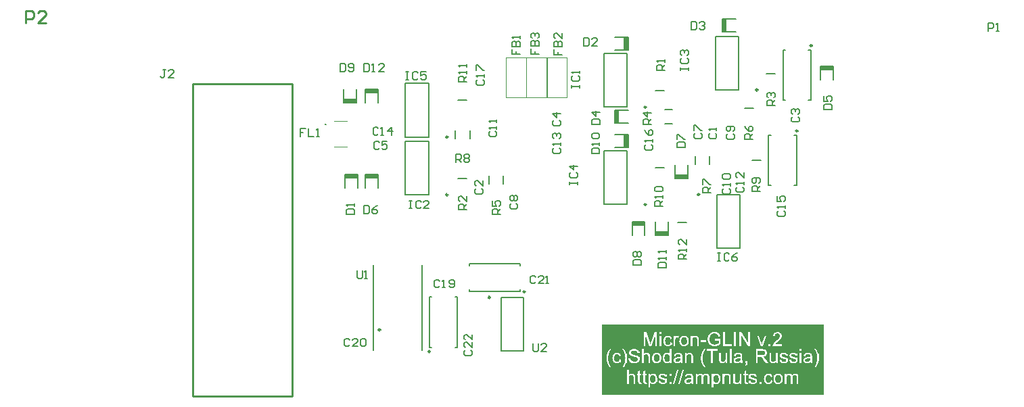
<source format=gto>
G04*
G04 #@! TF.GenerationSoftware,Altium Limited,Altium Designer,21.8.1 (53)*
G04*
G04 Layer_Color=65535*
%FSLAX25Y25*%
%MOIN*%
G70*
G04*
G04 #@! TF.SameCoordinates,924E8805-32EE-4984-9886-3D9EEA8973F8*
G04*
G04*
G04 #@! TF.FilePolarity,Positive*
G04*
G01*
G75*
%ADD10C,0.00984*%
%ADD11C,0.00787*%
%ADD12C,0.01000*%
%ADD13C,0.00394*%
%ADD14C,0.00492*%
%ADD15C,0.00591*%
%ADD16R,0.06299X0.02165*%
%ADD17R,0.02165X0.06299*%
%ADD18R,0.06299X0.02165*%
%ADD19R,0.06299X0.02165*%
%ADD20R,0.06299X0.02165*%
G36*
X-123228Y-183330D02*
Y-193623D01*
X-232398D01*
Y-183330D01*
Y-172732D01*
X-123228D01*
Y-183330D01*
D02*
G37*
G36*
Y-193623D02*
Y-207355D01*
X-232398D01*
Y-193623D01*
X-123228D01*
D02*
G37*
%LPC*%
G36*
X-189640Y-178172D02*
X-191905D01*
D01*
X-189640D01*
D02*
G37*
G36*
X-176791Y-176290D02*
X-176917D01*
X-177101Y-176297D01*
X-177286Y-176305D01*
X-177463Y-176327D01*
X-177625Y-176356D01*
X-177787Y-176386D01*
X-177935Y-176423D01*
X-178075Y-176460D01*
X-178201Y-176497D01*
X-178311Y-176541D01*
X-178415Y-176578D01*
X-178503Y-176615D01*
X-178577Y-176644D01*
X-178636Y-176674D01*
X-178680Y-176696D01*
X-178710Y-176703D01*
X-178717Y-176711D01*
X-178858Y-176792D01*
X-178990Y-176888D01*
X-179116Y-176984D01*
X-179227Y-177087D01*
X-179337Y-177198D01*
X-179433Y-177301D01*
X-179522Y-177404D01*
X-179603Y-177508D01*
X-179669Y-177611D01*
X-179736Y-177699D01*
X-179787Y-177781D01*
X-179832Y-177855D01*
X-179861Y-177913D01*
X-179883Y-177958D01*
X-179898Y-177987D01*
X-179905Y-177995D01*
X-179979Y-178157D01*
X-180038Y-178319D01*
X-180097Y-178482D01*
X-180142Y-178644D01*
X-180215Y-178954D01*
X-180245Y-179102D01*
X-180267Y-179242D01*
X-180282Y-179367D01*
X-180297Y-179485D01*
X-180304Y-179589D01*
X-180311Y-179677D01*
X-180319Y-179751D01*
Y-179847D01*
X-180311Y-180032D01*
X-180304Y-180216D01*
X-180282Y-180386D01*
X-180252Y-180555D01*
X-180223Y-180710D01*
X-180186Y-180866D01*
X-180149Y-181006D01*
X-180112Y-181131D01*
X-180075Y-181249D01*
X-180038Y-181353D01*
X-180001Y-181441D01*
X-179972Y-181522D01*
X-179942Y-181581D01*
X-179920Y-181626D01*
X-179913Y-181655D01*
X-179905Y-181663D01*
X-179824Y-181810D01*
X-179728Y-181950D01*
X-179632Y-182076D01*
X-179536Y-182201D01*
X-179433Y-182312D01*
X-179330Y-182408D01*
X-179227Y-182504D01*
X-179131Y-182585D01*
X-179035Y-182659D01*
X-178946Y-182725D01*
X-178865Y-182777D01*
X-178798Y-182821D01*
X-178747Y-182858D01*
X-178702Y-182880D01*
X-178673Y-182895D01*
X-178666Y-182902D01*
X-178511Y-182976D01*
X-178348Y-183043D01*
X-178193Y-183102D01*
X-178038Y-183146D01*
X-177876Y-183190D01*
X-177728Y-183227D01*
X-177581Y-183257D01*
X-177448Y-183279D01*
X-177322Y-183293D01*
X-177204Y-183308D01*
X-177101Y-183316D01*
X-177013Y-183323D01*
X-176939Y-183330D01*
X-176843D01*
X-176570Y-183316D01*
X-176304Y-183286D01*
X-176060Y-183249D01*
X-175950Y-183220D01*
X-175839Y-183198D01*
X-175743Y-183176D01*
X-175662Y-183146D01*
X-175581Y-183124D01*
X-175522Y-183109D01*
X-175463Y-183087D01*
X-175426Y-183080D01*
X-175404Y-183065D01*
X-175396D01*
X-175131Y-182954D01*
X-174880Y-182829D01*
X-174651Y-182696D01*
X-174540Y-182629D01*
X-174444Y-182570D01*
X-174356Y-182511D01*
X-174275Y-182452D01*
X-174201Y-182408D01*
X-174142Y-182364D01*
X-174090Y-182327D01*
X-174053Y-182297D01*
X-174031Y-182282D01*
X-174024Y-182275D01*
Y-178925D01*
Y-179744D01*
X-176909D01*
Y-180548D01*
X-174909D01*
Y-181825D01*
X-175027Y-181921D01*
X-175160Y-182002D01*
X-175300Y-182083D01*
X-175441Y-182157D01*
X-175566Y-182216D01*
X-175618Y-182246D01*
X-175662Y-182268D01*
X-175706Y-182282D01*
X-175736Y-182297D01*
X-175751Y-182305D01*
X-175758D01*
X-175965Y-182378D01*
X-176171Y-182430D01*
X-176363Y-182474D01*
X-176533Y-182497D01*
X-176614Y-182504D01*
X-176680Y-182511D01*
X-176740Y-182519D01*
X-176791D01*
X-176835Y-182526D01*
X-176894D01*
X-177145Y-182511D01*
X-177382Y-182482D01*
X-177595Y-182430D01*
X-177699Y-182408D01*
X-177787Y-182378D01*
X-177869Y-182349D01*
X-177942Y-182327D01*
X-178009Y-182297D01*
X-178068Y-182275D01*
X-178112Y-182260D01*
X-178142Y-182246D01*
X-178164Y-182231D01*
X-178171D01*
X-178282Y-182172D01*
X-178385Y-182105D01*
X-178562Y-181965D01*
X-178717Y-181810D01*
X-178850Y-181663D01*
X-178946Y-181530D01*
X-178990Y-181471D01*
X-179020Y-181426D01*
X-179049Y-181382D01*
X-179064Y-181353D01*
X-179071Y-181330D01*
X-179079Y-181323D01*
X-179182Y-181079D01*
X-179256Y-180821D01*
X-179315Y-180570D01*
X-179352Y-180327D01*
X-179359Y-180216D01*
X-179374Y-180113D01*
X-179382Y-180024D01*
Y-179943D01*
X-179389Y-179884D01*
Y-179832D01*
Y-179803D01*
Y-179795D01*
X-179374Y-179522D01*
X-179345Y-179264D01*
X-179308Y-179035D01*
X-179286Y-178925D01*
X-179256Y-178829D01*
X-179234Y-178740D01*
X-179212Y-178659D01*
X-179190Y-178593D01*
X-179167Y-178533D01*
X-179153Y-178482D01*
X-179138Y-178452D01*
X-179131Y-178430D01*
Y-178423D01*
X-179071Y-178290D01*
X-179005Y-178164D01*
X-178931Y-178046D01*
X-178865Y-177950D01*
X-178806Y-177869D01*
X-178754Y-177803D01*
X-178725Y-177766D01*
X-178710Y-177751D01*
X-178599Y-177640D01*
X-178474Y-177544D01*
X-178356Y-177456D01*
X-178238Y-177382D01*
X-178134Y-177323D01*
X-178053Y-177286D01*
X-178024Y-177271D01*
X-178001Y-177257D01*
X-177987Y-177249D01*
X-177979D01*
X-177802Y-177183D01*
X-177625Y-177139D01*
X-177441Y-177102D01*
X-177278Y-177080D01*
X-177197Y-177072D01*
X-177131Y-177065D01*
X-177064D01*
X-177013Y-177057D01*
X-176909D01*
X-176725Y-177065D01*
X-176548Y-177087D01*
X-176393Y-177117D01*
X-176252Y-177146D01*
X-176142Y-177183D01*
X-176090Y-177198D01*
X-176053Y-177212D01*
X-176024Y-177227D01*
X-176002Y-177234D01*
X-175987Y-177242D01*
X-175979D01*
X-175832Y-177316D01*
X-175699Y-177390D01*
X-175588Y-177471D01*
X-175492Y-177544D01*
X-175426Y-177618D01*
X-175374Y-177670D01*
X-175337Y-177707D01*
X-175330Y-177722D01*
X-175249Y-177840D01*
X-175175Y-177973D01*
X-175109Y-178105D01*
X-175049Y-178238D01*
X-175005Y-178356D01*
X-174990Y-178408D01*
X-174976Y-178445D01*
X-174961Y-178482D01*
X-174953Y-178511D01*
X-174946Y-178526D01*
Y-178533D01*
X-174127Y-178312D01*
X-174201Y-178068D01*
X-174282Y-177847D01*
X-174326Y-177751D01*
X-174371Y-177655D01*
X-174407Y-177574D01*
X-174452Y-177500D01*
X-174489Y-177426D01*
X-174525Y-177367D01*
X-174562Y-177316D01*
X-174584Y-177271D01*
X-174614Y-177242D01*
X-174629Y-177220D01*
X-174636Y-177205D01*
X-174644Y-177198D01*
X-174784Y-177043D01*
X-174931Y-176910D01*
X-175086Y-176799D01*
X-175241Y-176703D01*
X-175374Y-176629D01*
X-175433Y-176600D01*
X-175485Y-176578D01*
X-175522Y-176556D01*
X-175551Y-176541D01*
X-175573Y-176533D01*
X-175581D01*
X-175810Y-176452D01*
X-176038Y-176393D01*
X-176267Y-176349D01*
X-176474Y-176319D01*
X-176570Y-176312D01*
X-176651Y-176305D01*
X-176725Y-176297D01*
X-176791Y-176290D01*
D02*
G37*
G36*
X-186267Y-178172D02*
X-186341D01*
X-186525Y-178179D01*
X-186703Y-178209D01*
X-186865Y-178246D01*
X-187020Y-178297D01*
X-187160Y-178364D01*
X-187285Y-178430D01*
X-187404Y-178504D01*
X-187507Y-178578D01*
X-187603Y-178659D01*
X-187684Y-178733D01*
X-187750Y-178799D01*
X-187802Y-178866D01*
X-187846Y-178917D01*
X-187883Y-178954D01*
X-187898Y-178984D01*
X-187905Y-178991D01*
Y-178282D01*
X-188658D01*
Y-183220D01*
X-187824D01*
Y-180526D01*
X-187817Y-180356D01*
X-187810Y-180194D01*
X-187787Y-180054D01*
X-187765Y-179921D01*
X-187736Y-179803D01*
X-187706Y-179700D01*
X-187669Y-179604D01*
X-187632Y-179522D01*
X-187595Y-179449D01*
X-187558Y-179390D01*
X-187529Y-179345D01*
X-187499Y-179301D01*
X-187477Y-179271D01*
X-187455Y-179249D01*
X-187448Y-179242D01*
X-187441Y-179235D01*
X-187367Y-179175D01*
X-187285Y-179124D01*
X-187130Y-179035D01*
X-186976Y-178976D01*
X-186835Y-178939D01*
X-186710Y-178910D01*
X-186651Y-178902D01*
X-186607D01*
X-186570Y-178895D01*
X-186518D01*
X-186392Y-178902D01*
X-186282Y-178917D01*
X-186186Y-178947D01*
X-186097Y-178969D01*
X-186031Y-178998D01*
X-185979Y-179028D01*
X-185942Y-179043D01*
X-185935Y-179050D01*
X-185846Y-179109D01*
X-185773Y-179175D01*
X-185714Y-179242D01*
X-185669Y-179308D01*
X-185632Y-179367D01*
X-185610Y-179412D01*
X-185596Y-179441D01*
X-185588Y-179456D01*
X-185551Y-179559D01*
X-185529Y-179677D01*
X-185507Y-179803D01*
X-185500Y-179928D01*
X-185492Y-180039D01*
X-185485Y-180091D01*
Y-180135D01*
Y-180164D01*
Y-180194D01*
Y-180209D01*
Y-180216D01*
Y-183220D01*
X-186654D01*
X-184651D01*
Y-179987D01*
X-184658Y-179891D01*
Y-179810D01*
X-184666Y-179736D01*
Y-179670D01*
X-184673Y-179559D01*
X-184688Y-179478D01*
X-184695Y-179419D01*
X-184703Y-179382D01*
Y-179375D01*
X-184732Y-179242D01*
X-184776Y-179124D01*
X-184813Y-179021D01*
X-184857Y-178932D01*
X-184902Y-178858D01*
X-184931Y-178799D01*
X-184953Y-178770D01*
X-184961Y-178755D01*
X-185035Y-178659D01*
X-185123Y-178578D01*
X-185219Y-178511D01*
X-185308Y-178445D01*
X-185396Y-178401D01*
X-185463Y-178364D01*
X-185507Y-178342D01*
X-185514Y-178334D01*
X-185522D01*
X-185662Y-178282D01*
X-185802Y-178238D01*
X-185942Y-178209D01*
X-186068Y-178194D01*
X-186179Y-178179D01*
X-186223D01*
X-186267Y-178172D01*
D02*
G37*
G36*
X-195263D02*
X-197123D01*
X-195308D01*
X-195411Y-178179D01*
X-195514Y-178201D01*
X-195603Y-178224D01*
X-195684Y-178253D01*
X-195743Y-178290D01*
X-195795Y-178312D01*
X-195824Y-178334D01*
X-195839Y-178342D01*
X-195883Y-178378D01*
X-195935Y-178423D01*
X-196023Y-178519D01*
X-196112Y-178637D01*
X-196193Y-178755D01*
X-196267Y-178858D01*
X-196319Y-178954D01*
X-196341Y-178984D01*
X-196355Y-179013D01*
X-196370Y-179028D01*
Y-178282D01*
X-197123D01*
Y-183220D01*
X-196289D01*
Y-180637D01*
X-196282Y-180445D01*
X-196267Y-180260D01*
X-196245Y-180098D01*
X-196223Y-179950D01*
X-196201Y-179832D01*
X-196186Y-179781D01*
X-196178Y-179736D01*
X-196171Y-179707D01*
X-196164Y-179685D01*
X-196156Y-179670D01*
Y-179663D01*
X-196112Y-179559D01*
X-196068Y-179463D01*
X-196016Y-179390D01*
X-195964Y-179323D01*
X-195920Y-179271D01*
X-195883Y-179235D01*
X-195854Y-179212D01*
X-195846Y-179205D01*
X-195758Y-179146D01*
X-195677Y-179109D01*
X-195595Y-179079D01*
X-195514Y-179057D01*
X-195448Y-179043D01*
X-195396Y-179035D01*
X-195352D01*
X-195234Y-179043D01*
X-195123Y-179065D01*
X-195020Y-179094D01*
X-194931Y-179124D01*
X-194850Y-179161D01*
X-194791Y-179190D01*
X-194754Y-179212D01*
X-194739Y-179220D01*
X-194444Y-178445D01*
X-194606Y-178356D01*
X-194769Y-178290D01*
X-194909Y-178238D01*
X-195042Y-178209D01*
X-195153Y-178187D01*
X-195197Y-178179D01*
X-195234D01*
X-195263Y-178172D01*
D02*
G37*
G36*
X-197831D02*
X-202119D01*
X-199883D01*
X-200112Y-178187D01*
X-200333Y-178216D01*
X-200533Y-178268D01*
X-200621Y-178297D01*
X-200710Y-178319D01*
X-200783Y-178349D01*
X-200850Y-178378D01*
X-200909Y-178401D01*
X-200961Y-178430D01*
X-201005Y-178445D01*
X-201034Y-178460D01*
X-201049Y-178474D01*
X-201057D01*
X-201248Y-178600D01*
X-201411Y-178740D01*
X-201551Y-178895D01*
X-201662Y-179035D01*
X-201750Y-179168D01*
X-201780Y-179227D01*
X-201809Y-179279D01*
X-201832Y-179316D01*
X-201846Y-179345D01*
X-201861Y-179367D01*
Y-179375D01*
X-201950Y-179604D01*
X-202009Y-179847D01*
X-202053Y-180083D01*
X-202090Y-180297D01*
X-202097Y-180401D01*
X-202104Y-180489D01*
X-202112Y-180570D01*
Y-180644D01*
X-202119Y-180696D01*
Y-180688D01*
Y-180777D01*
X-202112Y-180998D01*
X-202090Y-181212D01*
X-202060Y-181412D01*
X-202023Y-181596D01*
X-201979Y-181766D01*
X-201927Y-181921D01*
X-201868Y-182061D01*
X-201809Y-182186D01*
X-201758Y-182297D01*
X-201699Y-182401D01*
X-201647Y-182482D01*
X-201603Y-182548D01*
X-201566Y-182607D01*
X-201536Y-182644D01*
X-201514Y-182666D01*
X-201507Y-182674D01*
X-201389Y-182792D01*
X-201263Y-182888D01*
X-201130Y-182976D01*
X-200997Y-183050D01*
X-200857Y-183116D01*
X-200725Y-183168D01*
X-200592Y-183212D01*
X-200466Y-183249D01*
X-200348Y-183279D01*
X-200237Y-183293D01*
X-200134Y-183308D01*
X-200053Y-183323D01*
X-199979D01*
X-199927Y-183330D01*
X-199883D01*
X-199735Y-183323D01*
X-199595Y-183308D01*
X-199462Y-183286D01*
X-199330Y-183257D01*
X-199212Y-183220D01*
X-199101Y-183176D01*
X-198997Y-183139D01*
X-198902Y-183087D01*
X-198820Y-183043D01*
X-198739Y-183006D01*
X-198680Y-182961D01*
X-198621Y-182924D01*
X-198584Y-182895D01*
X-198547Y-182873D01*
X-198533Y-182858D01*
X-198525Y-182851D01*
X-198429Y-182755D01*
X-198333Y-182659D01*
X-198252Y-182548D01*
X-198186Y-182437D01*
X-198119Y-182327D01*
X-198060Y-182216D01*
X-197972Y-182009D01*
X-197935Y-181906D01*
X-197905Y-181817D01*
X-197883Y-181736D01*
X-197861Y-181663D01*
X-197846Y-181604D01*
X-197839Y-181559D01*
X-197831Y-181530D01*
Y-183124D01*
Y-181530D01*
Y-181522D01*
X-198651Y-181412D01*
X-198673Y-181530D01*
X-198695Y-181633D01*
X-198724Y-181736D01*
X-198754Y-181825D01*
X-198791Y-181913D01*
X-198820Y-181987D01*
X-198857Y-182054D01*
X-198894Y-182120D01*
X-198931Y-182172D01*
X-198961Y-182216D01*
X-199020Y-182290D01*
X-199057Y-182334D01*
X-199064Y-182342D01*
X-199071Y-182349D01*
X-199204Y-182445D01*
X-199337Y-182519D01*
X-199477Y-182570D01*
X-199603Y-182607D01*
X-199721Y-182629D01*
X-199765Y-182637D01*
X-199809D01*
X-199846Y-182644D01*
X-199890D01*
X-200001Y-182637D01*
X-200112Y-182622D01*
X-200208Y-182600D01*
X-200304Y-182570D01*
X-200473Y-182504D01*
X-200621Y-182415D01*
X-200680Y-182378D01*
X-200732Y-182334D01*
X-200776Y-182297D01*
X-200820Y-182260D01*
X-200850Y-182238D01*
X-200872Y-182216D01*
X-200879Y-182201D01*
X-200887Y-182194D01*
X-200953Y-182105D01*
X-201012Y-182002D01*
X-201064Y-181891D01*
X-201101Y-181781D01*
X-201175Y-181537D01*
X-201219Y-181301D01*
X-201234Y-181190D01*
X-201241Y-181087D01*
X-201248Y-180991D01*
X-201256Y-180910D01*
X-201263Y-180843D01*
Y-180792D01*
Y-180755D01*
Y-180747D01*
X-201256Y-180570D01*
X-201248Y-180401D01*
X-201226Y-180253D01*
X-201204Y-180113D01*
X-201175Y-179980D01*
X-201138Y-179862D01*
X-201101Y-179759D01*
X-201064Y-179663D01*
X-201034Y-179581D01*
X-200997Y-179508D01*
X-200961Y-179449D01*
X-200931Y-179404D01*
X-200909Y-179360D01*
X-200887Y-179338D01*
X-200879Y-179323D01*
X-200872Y-179316D01*
X-200798Y-179235D01*
X-200717Y-179168D01*
X-200628Y-179102D01*
X-200547Y-179050D01*
X-200459Y-179006D01*
X-200378Y-178969D01*
X-200215Y-178917D01*
X-200068Y-178880D01*
X-200009Y-178873D01*
X-199950Y-178866D01*
X-199905Y-178858D01*
X-199846D01*
X-199699Y-178866D01*
X-199558Y-178895D01*
X-199440Y-178939D01*
X-199337Y-178984D01*
X-199256Y-179035D01*
X-199189Y-179072D01*
X-199153Y-179102D01*
X-199138Y-179116D01*
X-199034Y-179220D01*
X-198946Y-179338D01*
X-198880Y-179463D01*
X-198820Y-179581D01*
X-198776Y-179692D01*
X-198747Y-179781D01*
X-198739Y-179818D01*
X-198732Y-179840D01*
X-198724Y-179854D01*
Y-179862D01*
X-197913Y-179736D01*
X-197942Y-179604D01*
X-197986Y-179471D01*
X-198031Y-179353D01*
X-198075Y-179242D01*
X-198127Y-179139D01*
X-198186Y-179043D01*
X-198237Y-178962D01*
X-198296Y-178880D01*
X-198348Y-178814D01*
X-198400Y-178755D01*
X-198444Y-178703D01*
X-198488Y-178659D01*
X-198518Y-178629D01*
X-198547Y-178607D01*
X-198562Y-178593D01*
X-198570Y-178585D01*
X-198665Y-178511D01*
X-198769Y-178445D01*
X-198880Y-178393D01*
X-198990Y-178349D01*
X-199212Y-178275D01*
X-199418Y-178224D01*
X-199514Y-178209D01*
X-199603Y-178194D01*
X-199684Y-178187D01*
X-199750Y-178179D01*
X-199802Y-178172D01*
X-197831D01*
D02*
G37*
G36*
X-191905D02*
X-191950D01*
X-192119Y-178179D01*
X-192282Y-178194D01*
X-192429Y-178224D01*
X-192577Y-178260D01*
X-192717Y-178297D01*
X-192843Y-178349D01*
X-192961Y-178393D01*
X-193064Y-178445D01*
X-193167Y-178497D01*
X-193248Y-178548D01*
X-193322Y-178600D01*
X-193389Y-178637D01*
X-193433Y-178674D01*
X-193470Y-178703D01*
X-193492Y-178718D01*
X-193499Y-178725D01*
X-193632Y-178858D01*
X-193750Y-178998D01*
X-193854Y-179153D01*
X-193942Y-179316D01*
X-194009Y-179485D01*
X-194075Y-179655D01*
X-194127Y-179825D01*
X-194164Y-179987D01*
X-194193Y-180142D01*
X-194223Y-180282D01*
X-194237Y-180415D01*
X-194245Y-180533D01*
X-194252Y-180622D01*
X-194260Y-180696D01*
Y-180644D01*
Y-180696D01*
Y-180755D01*
X-194252Y-180984D01*
X-194230Y-181198D01*
X-194201Y-181397D01*
X-194164Y-181581D01*
X-194112Y-181751D01*
X-194060Y-181906D01*
X-194001Y-182046D01*
X-193942Y-182179D01*
X-193883Y-182290D01*
X-193824Y-182393D01*
X-193772Y-182474D01*
X-193721Y-182541D01*
X-193684Y-182600D01*
X-193654Y-182637D01*
X-193632Y-182659D01*
X-193625Y-182666D01*
X-193499Y-182784D01*
X-193367Y-182888D01*
X-193234Y-182976D01*
X-193094Y-183050D01*
X-192953Y-183116D01*
X-192813Y-183168D01*
X-192680Y-183212D01*
X-192547Y-183249D01*
X-192422Y-183271D01*
X-192311Y-183293D01*
X-192208Y-183308D01*
X-192119Y-183323D01*
X-192046D01*
X-191994Y-183330D01*
X-194260D01*
D01*
X-189640D01*
Y-180688D01*
X-189647Y-180474D01*
X-189669Y-180268D01*
X-189699Y-180076D01*
X-189743Y-179899D01*
X-189787Y-179736D01*
X-189846Y-179589D01*
X-189905Y-179449D01*
X-189964Y-179323D01*
X-190024Y-179212D01*
X-190083Y-179116D01*
X-190141Y-179035D01*
X-190186Y-178969D01*
X-190230Y-178910D01*
X-190260Y-178873D01*
X-190282Y-178851D01*
X-190289Y-178843D01*
X-190415Y-178725D01*
X-190547Y-178622D01*
X-190680Y-178533D01*
X-190821Y-178452D01*
X-190961Y-178393D01*
X-191094Y-178334D01*
X-191234Y-178290D01*
X-191359Y-178253D01*
X-191485Y-178231D01*
X-191595Y-178209D01*
X-191691Y-178194D01*
X-191780Y-178179D01*
X-191854D01*
X-191905Y-178172D01*
D02*
G37*
G36*
X-181123Y-180334D02*
X-183699D01*
Y-181175D01*
X-181123D01*
Y-180334D01*
D02*
G37*
G36*
X-145832Y-176386D02*
X-145928D01*
X-146105Y-176393D01*
X-146275Y-176408D01*
X-146430Y-176430D01*
X-146577Y-176467D01*
X-146718Y-176504D01*
X-146843Y-176548D01*
X-146961Y-176593D01*
X-147064Y-176637D01*
X-147160Y-176688D01*
X-147242Y-176733D01*
X-147315Y-176777D01*
X-147374Y-176814D01*
X-147419Y-176851D01*
X-147448Y-176873D01*
X-147470Y-176888D01*
X-147478Y-176895D01*
X-147581Y-176991D01*
X-147670Y-177102D01*
X-147751Y-177212D01*
X-147825Y-177338D01*
X-147884Y-177456D01*
X-147943Y-177574D01*
X-147987Y-177699D01*
X-148024Y-177810D01*
X-148061Y-177921D01*
X-148083Y-178024D01*
X-148105Y-178120D01*
X-148120Y-178201D01*
X-148127Y-178268D01*
X-148135Y-178312D01*
X-148142Y-178342D01*
Y-178356D01*
X-147286Y-178445D01*
X-147278Y-178327D01*
X-147271Y-178216D01*
X-147227Y-178024D01*
X-147168Y-177847D01*
X-147138Y-177773D01*
X-147101Y-177707D01*
X-147072Y-177648D01*
X-147035Y-177596D01*
X-147005Y-177552D01*
X-146983Y-177515D01*
X-146954Y-177486D01*
X-146939Y-177463D01*
X-146932Y-177456D01*
X-146924Y-177449D01*
X-146851Y-177382D01*
X-146777Y-177323D01*
X-146695Y-177279D01*
X-146614Y-177234D01*
X-146452Y-177168D01*
X-146297Y-177124D01*
X-146164Y-177102D01*
X-146105Y-177087D01*
X-146053D01*
X-146009Y-177080D01*
X-145847D01*
X-145744Y-177094D01*
X-145559Y-177131D01*
X-145404Y-177190D01*
X-145264Y-177249D01*
X-145160Y-177316D01*
X-145116Y-177345D01*
X-145079Y-177375D01*
X-145050Y-177397D01*
X-145028Y-177412D01*
X-145020Y-177419D01*
X-145013Y-177426D01*
X-144946Y-177493D01*
X-144895Y-177559D01*
X-144843Y-177626D01*
X-144806Y-177699D01*
X-144740Y-177840D01*
X-144695Y-177972D01*
X-144673Y-178083D01*
X-144659Y-178135D01*
Y-178179D01*
X-144651Y-178209D01*
Y-178238D01*
Y-178253D01*
Y-178260D01*
X-144659Y-178349D01*
X-144666Y-178437D01*
X-144710Y-178615D01*
X-144777Y-178784D01*
X-144851Y-178939D01*
X-144924Y-179072D01*
X-144954Y-179124D01*
X-144991Y-179175D01*
X-145013Y-179212D01*
X-145035Y-179242D01*
X-145042Y-179257D01*
X-145050Y-179264D01*
X-145131Y-179367D01*
X-145227Y-179478D01*
X-145338Y-179596D01*
X-145456Y-179714D01*
X-145699Y-179958D01*
X-145950Y-180186D01*
X-146068Y-180297D01*
X-146186Y-180393D01*
X-146290Y-180482D01*
X-146378Y-180555D01*
X-146452Y-180622D01*
X-146504Y-180666D01*
X-146540Y-180703D01*
X-146555Y-180710D01*
X-146688Y-180821D01*
X-146806Y-180924D01*
X-146924Y-181020D01*
X-147028Y-181116D01*
X-147131Y-181205D01*
X-147220Y-181294D01*
X-147301Y-181367D01*
X-147374Y-181441D01*
X-147441Y-181508D01*
X-147493Y-181567D01*
X-147544Y-181618D01*
X-147581Y-181655D01*
X-147618Y-181692D01*
X-147640Y-181714D01*
X-147648Y-181729D01*
X-147655Y-181736D01*
X-147788Y-181899D01*
X-147898Y-182061D01*
X-147994Y-182216D01*
X-148068Y-182356D01*
X-148127Y-182474D01*
X-148149Y-182526D01*
X-148171Y-182563D01*
X-148186Y-182600D01*
X-148194Y-182622D01*
X-148201Y-182637D01*
Y-182644D01*
X-148238Y-182747D01*
X-148260Y-182851D01*
X-148282Y-182947D01*
X-148290Y-183035D01*
X-148297Y-183109D01*
Y-183220D01*
X-143788Y-183220D01*
Y-182415D01*
X-147146Y-182415D01*
X-147028Y-182253D01*
X-146968Y-182179D01*
X-146909Y-182113D01*
X-146858Y-182054D01*
X-146821Y-182009D01*
X-146791Y-181980D01*
X-146784Y-181973D01*
X-146740Y-181928D01*
X-146681Y-181869D01*
X-146614Y-181810D01*
X-146540Y-181744D01*
X-146386Y-181596D01*
X-146223Y-181456D01*
X-146068Y-181323D01*
X-146002Y-181264D01*
X-145935Y-181212D01*
X-145891Y-181168D01*
X-145847Y-181139D01*
X-145825Y-181116D01*
X-145817Y-181109D01*
X-145655Y-180969D01*
X-145500Y-180836D01*
X-145360Y-180718D01*
X-145234Y-180600D01*
X-145116Y-180497D01*
X-145013Y-180393D01*
X-144917Y-180305D01*
X-144828Y-180223D01*
X-144755Y-180157D01*
X-144695Y-180091D01*
X-144644Y-180039D01*
X-144600Y-179995D01*
X-144570Y-179958D01*
X-144541Y-179936D01*
X-144533Y-179921D01*
X-144526Y-179913D01*
X-144386Y-179751D01*
X-144275Y-179604D01*
X-144179Y-179463D01*
X-144098Y-179338D01*
X-144039Y-179235D01*
X-143994Y-179153D01*
X-143980Y-179124D01*
X-143972Y-179102D01*
X-143965Y-179094D01*
Y-179087D01*
X-143906Y-178939D01*
X-143869Y-178792D01*
X-143839Y-178659D01*
X-143817Y-178533D01*
X-143802Y-178430D01*
X-143795Y-178349D01*
Y-178319D01*
Y-178297D01*
Y-178290D01*
Y-178282D01*
X-143802Y-178135D01*
X-143817Y-177995D01*
X-143847Y-177862D01*
X-143884Y-177729D01*
X-143928Y-177611D01*
X-143980Y-177500D01*
X-144031Y-177397D01*
X-144083Y-177308D01*
X-144135Y-177220D01*
X-144186Y-177146D01*
X-144238Y-177080D01*
X-144282Y-177028D01*
X-144319Y-176991D01*
X-144349Y-176954D01*
X-144363Y-176939D01*
X-144371Y-176932D01*
X-144482Y-176836D01*
X-144600Y-176755D01*
X-144725Y-176681D01*
X-144858Y-176615D01*
X-144983Y-176563D01*
X-145116Y-176519D01*
X-145242Y-176482D01*
X-145367Y-176452D01*
X-145478Y-176430D01*
X-145589Y-176415D01*
X-145684Y-176401D01*
X-145766Y-176393D01*
X-145832Y-176386D01*
D02*
G37*
G36*
X-149404Y-182268D02*
X-150356D01*
Y-183220D01*
X-149404D01*
Y-182268D01*
D02*
G37*
G36*
X-151330Y-178282D02*
X-155869D01*
X-154002Y-183220D01*
X-153205D01*
X-151330Y-178282D01*
D01*
D02*
G37*
G36*
X-159404Y-176408D02*
X-164769D01*
Y-183220D01*
X-159404D01*
Y-176408D01*
D02*
G37*
G36*
X-166348D02*
X-167249D01*
Y-183220D01*
X-166348D01*
Y-176408D01*
D02*
G37*
G36*
X-171832D02*
X-172732D01*
Y-183220D01*
X-168474D01*
Y-182415D01*
X-171832D01*
Y-176408D01*
D02*
G37*
G36*
X-203145D02*
X-203979Y-176408D01*
Y-183220D01*
X-203145Y-183220D01*
Y-178282D01*
X-203979Y-178282D01*
Y-177360D01*
X-203145Y-177360D01*
Y-176408D01*
D02*
G37*
G36*
X-205330Y-176408D02*
X-211839D01*
Y-183220D01*
X-210968D01*
Y-177419D01*
X-209005Y-183220D01*
X-207473D01*
X-208193D01*
X-206200Y-177515D01*
Y-183220D01*
X-205330D01*
Y-176408D01*
D02*
G37*
G36*
X-177024Y-183330D02*
X-180319D01*
D01*
X-177024D01*
D02*
G37*
G36*
X-213854Y-184693D02*
Y-189704D01*
X-213868Y-189505D01*
X-213898Y-189320D01*
X-213942Y-189158D01*
X-213994Y-189017D01*
X-214053Y-188899D01*
X-214075Y-188848D01*
X-214097Y-188811D01*
X-214112Y-188781D01*
X-214126Y-188759D01*
X-214141Y-188744D01*
Y-188737D01*
X-214200Y-188663D01*
X-214259Y-188589D01*
X-214400Y-188449D01*
X-214540Y-188331D01*
X-214687Y-188235D01*
X-214813Y-188154D01*
X-214872Y-188117D01*
X-214924Y-188095D01*
X-214961Y-188073D01*
X-214990Y-188058D01*
X-215012Y-188043D01*
X-215019D01*
X-215101Y-188006D01*
X-215204Y-187970D01*
X-215307Y-187933D01*
X-215425Y-187896D01*
X-215676Y-187829D01*
X-215927Y-187763D01*
X-216045Y-187726D01*
X-216156Y-187704D01*
X-216259Y-187674D01*
X-216348Y-187660D01*
X-216422Y-187637D01*
X-216473Y-187623D01*
X-216510Y-187615D01*
X-216525D01*
X-216724Y-187571D01*
X-216901Y-187519D01*
X-217056Y-187475D01*
X-217204Y-187431D01*
X-217330Y-187387D01*
X-217440Y-187350D01*
X-217536Y-187313D01*
X-217617Y-187276D01*
X-217684Y-187239D01*
X-217743Y-187209D01*
X-217787Y-187187D01*
X-217824Y-187165D01*
X-217853Y-187143D01*
X-217868Y-187128D01*
X-217883Y-187121D01*
X-217971Y-187025D01*
X-218031Y-186929D01*
X-218075Y-186826D01*
X-218112Y-186730D01*
X-218127Y-186648D01*
X-218134Y-186582D01*
X-218141Y-186538D01*
Y-186530D01*
Y-186523D01*
X-218134Y-186442D01*
X-218127Y-186368D01*
X-218082Y-186235D01*
X-218023Y-186110D01*
X-217957Y-186006D01*
X-217890Y-185918D01*
X-217831Y-185851D01*
X-217787Y-185815D01*
X-217780Y-185800D01*
X-217772D01*
X-217699Y-185748D01*
X-217610Y-185696D01*
X-217425Y-185623D01*
X-217233Y-185571D01*
X-217034Y-185534D01*
X-216946Y-185519D01*
X-216857Y-185512D01*
X-216783Y-185505D01*
X-216717D01*
X-216658Y-185497D01*
X-216444D01*
X-216311Y-185512D01*
X-216186Y-185527D01*
X-216068Y-185549D01*
X-215964Y-185571D01*
X-215868Y-185600D01*
X-215780Y-185630D01*
X-215699Y-185660D01*
X-215632Y-185696D01*
X-215573Y-185726D01*
X-215521Y-185756D01*
X-215477Y-185778D01*
X-215448Y-185800D01*
X-215418Y-185815D01*
X-215411Y-185822D01*
X-215403Y-185829D01*
X-215330Y-185896D01*
X-215263Y-185962D01*
X-215160Y-186117D01*
X-215071Y-186279D01*
X-215012Y-186434D01*
X-214968Y-186575D01*
X-214953Y-186634D01*
X-214938Y-186693D01*
X-214931Y-186737D01*
Y-186767D01*
X-214924Y-186789D01*
Y-186796D01*
X-214060Y-186730D01*
X-214082Y-186508D01*
X-214126Y-186309D01*
X-214178Y-186125D01*
X-214237Y-185969D01*
X-214274Y-185903D01*
X-214296Y-185837D01*
X-214326Y-185785D01*
X-214348Y-185741D01*
X-214370Y-185704D01*
X-214385Y-185682D01*
X-214392Y-185667D01*
X-214400Y-185660D01*
X-214525Y-185490D01*
X-214665Y-185350D01*
X-214813Y-185224D01*
X-214961Y-185121D01*
X-215086Y-185047D01*
X-215145Y-185018D01*
X-215189Y-184988D01*
X-215226Y-184966D01*
X-215263Y-184959D01*
X-215278Y-184944D01*
X-215285D01*
X-215507Y-184862D01*
X-215735Y-184796D01*
X-215964Y-184752D01*
X-216171Y-184722D01*
X-216267Y-184715D01*
X-216348Y-184707D01*
X-216429Y-184700D01*
X-216495Y-184693D01*
X-216621D01*
X-216872Y-184700D01*
X-217108Y-184730D01*
X-217315Y-184767D01*
X-217411Y-184789D01*
X-217499Y-184811D01*
X-217580Y-184833D01*
X-217654Y-184855D01*
X-217721Y-184877D01*
X-217772Y-184892D01*
X-217809Y-184907D01*
X-217846Y-184922D01*
X-217861Y-184929D01*
X-217868D01*
X-218068Y-185025D01*
X-218237Y-185136D01*
X-218385Y-185246D01*
X-218503Y-185357D01*
X-218599Y-185460D01*
X-218673Y-185541D01*
X-218695Y-185571D01*
X-218709Y-185593D01*
X-218724Y-185608D01*
Y-185615D01*
X-218820Y-185785D01*
X-218894Y-185955D01*
X-218938Y-186110D01*
X-218975Y-186257D01*
X-218997Y-186390D01*
X-219005Y-186442D01*
Y-186486D01*
X-219012Y-186523D01*
Y-186553D01*
Y-186567D01*
Y-186575D01*
X-219005Y-186744D01*
X-218975Y-186907D01*
X-218938Y-187054D01*
X-218894Y-187180D01*
X-218850Y-187283D01*
X-218813Y-187364D01*
X-218798Y-187394D01*
X-218783Y-187416D01*
X-218776Y-187423D01*
Y-187431D01*
X-218680Y-187564D01*
X-218562Y-187689D01*
X-218444Y-187792D01*
X-218318Y-187888D01*
X-218215Y-187962D01*
X-218127Y-188014D01*
X-218090Y-188029D01*
X-218068Y-188043D01*
X-218053Y-188058D01*
X-218045D01*
X-217971Y-188095D01*
X-217883Y-188132D01*
X-217787Y-188169D01*
X-217684Y-188206D01*
X-217470Y-188279D01*
X-217248Y-188346D01*
X-217145Y-188375D01*
X-217056Y-188405D01*
X-216968Y-188427D01*
X-216887Y-188449D01*
X-216828Y-188464D01*
X-216776Y-188479D01*
X-216746Y-188486D01*
X-216739D01*
X-216569Y-188523D01*
X-216414Y-188567D01*
X-216282Y-188597D01*
X-216156Y-188634D01*
X-216045Y-188663D01*
X-215942Y-188685D01*
X-215861Y-188715D01*
X-215780Y-188737D01*
X-215721Y-188752D01*
X-215662Y-188774D01*
X-215617Y-188789D01*
X-215588Y-188796D01*
X-215558Y-188803D01*
X-215544Y-188811D01*
X-215529Y-188818D01*
X-215381Y-188885D01*
X-215256Y-188951D01*
X-215145Y-189017D01*
X-215064Y-189076D01*
X-214997Y-189136D01*
X-214953Y-189180D01*
X-214924Y-189209D01*
X-214916Y-189217D01*
X-214850Y-189305D01*
X-214806Y-189401D01*
X-214769Y-189497D01*
X-214746Y-189586D01*
X-214732Y-189660D01*
X-214724Y-189726D01*
Y-189763D01*
Y-189770D01*
Y-189778D01*
X-214732Y-189888D01*
X-214754Y-189999D01*
X-214791Y-190095D01*
X-214820Y-190183D01*
X-214857Y-190257D01*
X-214894Y-190316D01*
X-214916Y-190346D01*
X-214924Y-190361D01*
X-215005Y-190457D01*
X-215093Y-190538D01*
X-215197Y-190612D01*
X-215293Y-190671D01*
X-215381Y-190715D01*
X-215448Y-190752D01*
X-215477Y-190767D01*
X-215499Y-190774D01*
X-215507Y-190781D01*
X-215514D01*
X-215662Y-190833D01*
X-215817Y-190870D01*
X-215971Y-190892D01*
X-216112Y-190907D01*
X-216230Y-190921D01*
X-216282D01*
X-216326Y-190929D01*
X-216414D01*
X-216628Y-190921D01*
X-216820Y-190899D01*
X-217005Y-190863D01*
X-217160Y-190826D01*
X-217226Y-190811D01*
X-217285Y-190796D01*
X-217337Y-190774D01*
X-217381Y-190759D01*
X-217418Y-190744D01*
X-217440Y-190737D01*
X-217455Y-190730D01*
X-217462D01*
X-217625Y-190648D01*
X-217765Y-190560D01*
X-217883Y-190479D01*
X-217979Y-190390D01*
X-218053Y-190316D01*
X-218104Y-190257D01*
X-218141Y-190220D01*
X-218149Y-190206D01*
X-218222Y-190073D01*
X-218282Y-189933D01*
X-218326Y-189792D01*
X-218363Y-189660D01*
X-218392Y-189534D01*
X-218400Y-189490D01*
X-218407Y-189445D01*
X-218414Y-189409D01*
X-218422Y-189379D01*
Y-189364D01*
Y-189357D01*
X-219270Y-189431D01*
D01*
X-219263Y-189556D01*
X-219248Y-189682D01*
X-219204Y-189910D01*
X-219145Y-190124D01*
X-219115Y-190220D01*
X-219078Y-190302D01*
X-219049Y-190383D01*
X-219012Y-190457D01*
X-218983Y-190516D01*
X-218953Y-190567D01*
X-218931Y-190612D01*
X-218916Y-190641D01*
X-218909Y-190656D01*
X-218901Y-190663D01*
X-218761Y-190855D01*
X-218599Y-191017D01*
X-218437Y-191158D01*
X-218282Y-191268D01*
X-218141Y-191357D01*
X-218082Y-191386D01*
X-218031Y-191416D01*
X-217986Y-191438D01*
X-217957Y-191453D01*
X-217935Y-191468D01*
X-217927D01*
X-217676Y-191556D01*
X-217418Y-191623D01*
X-217160Y-191667D01*
X-216916Y-191696D01*
X-216798Y-191711D01*
X-216695Y-191719D01*
X-216606Y-191726D01*
X-216525D01*
X-216459Y-191733D01*
X-219270D01*
D01*
X-213854D01*
Y-184693D01*
D02*
G37*
G36*
X-198178Y-184811D02*
X-199012D01*
Y-187261D01*
X-199101Y-187150D01*
X-199197Y-187054D01*
X-199293Y-186973D01*
X-199381Y-186899D01*
X-199462Y-186840D01*
X-199522Y-186803D01*
X-199566Y-186774D01*
X-199573Y-186767D01*
X-199581D01*
X-199713Y-186700D01*
X-199854Y-186656D01*
X-199987Y-186619D01*
X-200112Y-186597D01*
X-200215Y-186582D01*
X-200304Y-186575D01*
X-200488D01*
X-200599Y-186589D01*
X-200806Y-186626D01*
X-200990Y-186678D01*
X-201152Y-186737D01*
X-201226Y-186767D01*
X-201285Y-186796D01*
X-201344Y-186826D01*
X-201389Y-186848D01*
X-201426Y-186870D01*
X-201455Y-186885D01*
X-201470Y-186892D01*
X-201477Y-186899D01*
X-201654Y-187032D01*
X-201802Y-187180D01*
X-201927Y-187327D01*
X-202031Y-187482D01*
X-202112Y-187615D01*
X-202141Y-187674D01*
X-202171Y-187719D01*
X-202186Y-187763D01*
X-202201Y-187792D01*
X-202215Y-187814D01*
Y-187822D01*
X-202296Y-188051D01*
X-202355Y-188287D01*
X-202400Y-188508D01*
X-202429Y-188715D01*
X-202437Y-188811D01*
X-202444Y-188899D01*
X-202451Y-188973D01*
Y-189040D01*
X-202459Y-189091D01*
Y-189076D01*
Y-189165D01*
X-202444Y-189438D01*
X-202414Y-189689D01*
X-202400Y-189807D01*
X-202378Y-189918D01*
X-202348Y-190021D01*
X-202326Y-190117D01*
X-202304Y-190198D01*
X-202274Y-190279D01*
X-202252Y-190346D01*
X-202237Y-190398D01*
X-202215Y-190442D01*
X-202208Y-190471D01*
X-202193Y-190494D01*
Y-190501D01*
X-202082Y-190708D01*
X-201957Y-190892D01*
X-201832Y-191047D01*
X-201706Y-191172D01*
X-201595Y-191276D01*
X-201551Y-191313D01*
X-201507Y-191349D01*
X-201470Y-191372D01*
X-201448Y-191394D01*
X-201433Y-191401D01*
X-201426Y-191409D01*
X-201330Y-191468D01*
X-201234Y-191512D01*
X-201049Y-191593D01*
X-200865Y-191652D01*
X-200695Y-191689D01*
X-200621Y-191704D01*
X-200555Y-191718D01*
X-200496Y-191726D01*
X-200444D01*
X-200400Y-191733D01*
X-198178D01*
Y-184811D01*
D02*
G37*
G36*
X-189175Y-186575D02*
X-189249D01*
X-189433Y-186582D01*
X-189610Y-186612D01*
X-189772Y-186648D01*
X-189927Y-186700D01*
X-190068Y-186767D01*
X-190193Y-186833D01*
X-190311Y-186907D01*
X-190415Y-186981D01*
X-190510Y-187062D01*
X-190592Y-187136D01*
X-190658Y-187202D01*
X-190710Y-187268D01*
X-190754Y-187320D01*
X-190791Y-187357D01*
X-190806Y-187387D01*
X-190813Y-187394D01*
Y-186685D01*
X-191566D01*
Y-191623D01*
X-187558D01*
Y-188368D01*
Y-188390D01*
X-187566Y-188294D01*
Y-188213D01*
X-187573Y-188139D01*
Y-188073D01*
X-187581Y-187962D01*
X-187595Y-187881D01*
X-187603Y-187822D01*
X-187610Y-187785D01*
Y-187778D01*
X-187640Y-187645D01*
X-187684Y-187527D01*
X-187721Y-187423D01*
X-187765Y-187335D01*
X-187810Y-187261D01*
X-187839Y-187202D01*
X-187861Y-187172D01*
X-187868Y-187158D01*
X-187942Y-187062D01*
X-188031Y-186981D01*
X-188127Y-186914D01*
X-188215Y-186848D01*
X-188304Y-186803D01*
X-188370Y-186767D01*
X-188415Y-186744D01*
X-188422Y-186737D01*
X-188429D01*
X-188570Y-186685D01*
X-188710Y-186641D01*
X-188850Y-186612D01*
X-188976Y-186597D01*
X-189086Y-186582D01*
X-189130D01*
X-189175Y-186575D01*
D02*
G37*
G36*
X-135987Y-186575D02*
Y-190176D01*
X-135995Y-190021D01*
X-136017Y-189881D01*
X-136054Y-189763D01*
X-136090Y-189660D01*
X-136127Y-189571D01*
X-136164Y-189512D01*
X-136186Y-189475D01*
X-136194Y-189460D01*
X-136275Y-189357D01*
X-136363Y-189268D01*
X-136459Y-189195D01*
X-136548Y-189136D01*
X-136622Y-189084D01*
X-136688Y-189054D01*
X-136732Y-189032D01*
X-136740Y-189025D01*
X-136747D01*
X-136821Y-188995D01*
X-136902Y-188966D01*
X-136991Y-188929D01*
X-137087Y-188899D01*
X-137286Y-188833D01*
X-137493Y-188774D01*
X-137589Y-188744D01*
X-137685Y-188715D01*
X-137766Y-188693D01*
X-137832Y-188671D01*
X-137899Y-188656D01*
X-137943Y-188641D01*
X-137972Y-188634D01*
X-137980D01*
X-138090Y-188604D01*
X-138186Y-188575D01*
X-138275Y-188552D01*
X-138356Y-188530D01*
X-138423Y-188508D01*
X-138481Y-188494D01*
X-138533Y-188479D01*
X-138577Y-188464D01*
X-138644Y-188442D01*
X-138688Y-188427D01*
X-138710Y-188420D01*
X-138718D01*
X-138792Y-188383D01*
X-138858Y-188346D01*
X-138917Y-188309D01*
X-138961Y-188272D01*
X-138998Y-188243D01*
X-139020Y-188220D01*
X-139035Y-188206D01*
X-139042Y-188198D01*
X-139072Y-188147D01*
X-139094Y-188095D01*
X-139124Y-187999D01*
X-139131Y-187962D01*
X-139138Y-187933D01*
Y-187910D01*
Y-187903D01*
X-139131Y-187807D01*
X-139102Y-187726D01*
X-139065Y-187645D01*
X-139013Y-187578D01*
X-138969Y-187527D01*
X-138932Y-187490D01*
X-138902Y-187460D01*
X-138895Y-187453D01*
X-138843Y-187416D01*
X-138792Y-187387D01*
X-138666Y-187342D01*
X-138526Y-187305D01*
X-138393Y-187283D01*
X-138268Y-187268D01*
X-138216D01*
X-138172Y-187261D01*
X-138076D01*
X-137899Y-187268D01*
X-137751Y-187298D01*
X-137618Y-187327D01*
X-137507Y-187372D01*
X-137426Y-187409D01*
X-137367Y-187445D01*
X-137330Y-187475D01*
X-137315Y-187482D01*
X-137227Y-187571D01*
X-137153Y-187667D01*
X-137094Y-187763D01*
X-137050Y-187859D01*
X-137020Y-187940D01*
X-137005Y-188014D01*
X-136991Y-188058D01*
Y-188065D01*
Y-188073D01*
X-136172Y-187962D01*
X-136208Y-187792D01*
X-136253Y-187645D01*
X-136297Y-187512D01*
X-136349Y-187401D01*
X-136393Y-187320D01*
X-136430Y-187254D01*
X-136459Y-187217D01*
X-136467Y-187202D01*
X-136555Y-187099D01*
X-136659Y-187010D01*
X-136762Y-186929D01*
X-136865Y-186863D01*
X-136969Y-186811D01*
X-137042Y-186774D01*
X-137072Y-186759D01*
X-137094Y-186752D01*
X-137109Y-186744D01*
X-137116D01*
X-137286Y-186685D01*
X-137456Y-186648D01*
X-137633Y-186619D01*
X-137788Y-186597D01*
X-137928Y-186582D01*
X-137987D01*
X-138039Y-186575D01*
X-138135D01*
X-138275Y-186582D01*
X-138408Y-186589D01*
X-138533Y-186604D01*
X-138637Y-186626D01*
X-138733Y-186648D01*
X-138799Y-186663D01*
X-138843Y-186671D01*
X-138850Y-186678D01*
X-138858D01*
X-138976Y-186715D01*
X-139087Y-186759D01*
X-139175Y-186803D01*
X-139249Y-186840D01*
X-139308Y-186870D01*
X-139352Y-186899D01*
X-139382Y-186914D01*
X-139389Y-186922D01*
X-139485Y-186995D01*
X-139566Y-187069D01*
X-139640Y-187150D01*
X-139692Y-187224D01*
X-139743Y-187291D01*
X-139773Y-187342D01*
X-139795Y-187372D01*
X-139803Y-187387D01*
X-139854Y-187490D01*
X-139891Y-187601D01*
X-139913Y-187704D01*
X-139928Y-187800D01*
X-139943Y-187881D01*
X-139950Y-187940D01*
Y-187984D01*
Y-187992D01*
Y-187999D01*
X-139943Y-188132D01*
X-139921Y-188257D01*
X-139891Y-188368D01*
X-139862Y-188464D01*
X-139832Y-188545D01*
X-139803Y-188612D01*
X-139780Y-188648D01*
X-139773Y-188663D01*
X-139699Y-188767D01*
X-139611Y-188863D01*
X-139522Y-188936D01*
X-139434Y-189003D01*
X-139352Y-189062D01*
X-139293Y-189099D01*
X-139249Y-189121D01*
X-139242Y-189128D01*
X-139234D01*
X-139161Y-189158D01*
X-139072Y-189195D01*
X-138983Y-189232D01*
X-138880Y-189261D01*
X-138666Y-189327D01*
X-138459Y-189394D01*
X-138356Y-189423D01*
X-138260Y-189453D01*
X-138172Y-189475D01*
X-138098Y-189497D01*
X-138039Y-189512D01*
X-137987Y-189527D01*
X-137958Y-189534D01*
X-137950D01*
X-137832Y-189564D01*
X-137721Y-189593D01*
X-137618Y-189623D01*
X-137530Y-189652D01*
X-137448Y-189674D01*
X-137382Y-189696D01*
X-137323Y-189719D01*
X-137264Y-189741D01*
X-137220Y-189755D01*
X-137183Y-189770D01*
X-137131Y-189792D01*
X-137101Y-189807D01*
X-137094Y-189814D01*
X-137013Y-189881D01*
X-136946Y-189955D01*
X-136902Y-190029D01*
X-136873Y-190102D01*
X-136858Y-190161D01*
X-136843Y-190220D01*
Y-190250D01*
Y-190265D01*
X-136858Y-190383D01*
X-136888Y-190486D01*
X-136932Y-190582D01*
X-136983Y-190663D01*
X-137035Y-190730D01*
X-137079Y-190774D01*
X-137109Y-190811D01*
X-137124Y-190818D01*
X-137242Y-190892D01*
X-137374Y-190951D01*
X-137522Y-190988D01*
X-137662Y-191017D01*
X-137788Y-191032D01*
X-137839Y-191040D01*
X-137891D01*
X-137928Y-191047D01*
X-137987D01*
X-138186Y-191032D01*
X-138364Y-191003D01*
X-138518Y-190966D01*
X-138644Y-190914D01*
X-138747Y-190870D01*
X-138821Y-190825D01*
X-138865Y-190796D01*
X-138873Y-190789D01*
X-138880D01*
X-138991Y-190678D01*
X-139072Y-190560D01*
X-139138Y-190427D01*
X-139190Y-190302D01*
X-139227Y-190191D01*
X-139242Y-190147D01*
X-139249Y-190102D01*
X-139256Y-190065D01*
Y-190043D01*
X-139264Y-190029D01*
Y-190021D01*
X-140090Y-190154D01*
X-140061Y-190294D01*
X-140024Y-190434D01*
X-139980Y-190560D01*
X-139935Y-190671D01*
X-139884Y-190781D01*
X-139832Y-190877D01*
X-139780Y-190966D01*
X-139721Y-191047D01*
X-139670Y-191113D01*
X-139618Y-191172D01*
X-139574Y-191224D01*
X-139537Y-191268D01*
X-139500Y-191298D01*
X-139478Y-191320D01*
X-139463Y-191335D01*
X-139456Y-191342D01*
X-139352Y-191409D01*
X-139249Y-191468D01*
X-139131Y-191527D01*
X-139013Y-191571D01*
X-138762Y-191637D01*
X-138526Y-191682D01*
X-138415Y-191704D01*
X-138312Y-191711D01*
X-138216Y-191718D01*
X-138142Y-191726D01*
X-138076Y-191733D01*
X-140090D01*
D01*
X-135987D01*
D01*
X-137980D01*
X-137766Y-191726D01*
X-137574Y-191704D01*
X-137397Y-191667D01*
X-137242Y-191630D01*
X-137175Y-191615D01*
X-137116Y-191601D01*
X-137065Y-191578D01*
X-137020Y-191564D01*
X-136983Y-191549D01*
X-136961Y-191541D01*
X-136946Y-191534D01*
X-136939D01*
X-136777Y-191453D01*
X-136636Y-191364D01*
X-136519Y-191268D01*
X-136415Y-191172D01*
X-136341Y-191091D01*
X-136282Y-191025D01*
X-136253Y-190981D01*
X-136238Y-190973D01*
Y-190966D01*
X-136157Y-190825D01*
X-136090Y-190685D01*
X-136046Y-190552D01*
X-136017Y-190434D01*
X-136002Y-190331D01*
X-135987Y-190250D01*
Y-186575D01*
D02*
G37*
G36*
X-140747D02*
Y-190176D01*
X-140755Y-190021D01*
X-140777Y-189881D01*
X-140814Y-189763D01*
X-140850Y-189660D01*
X-140887Y-189571D01*
X-140924Y-189512D01*
X-140946Y-189475D01*
X-140954Y-189460D01*
X-141035Y-189357D01*
X-141124Y-189268D01*
X-141219Y-189195D01*
X-141308Y-189136D01*
X-141382Y-189084D01*
X-141448Y-189054D01*
X-141493Y-189032D01*
X-141500Y-189025D01*
X-141507D01*
X-141581Y-188995D01*
X-141662Y-188966D01*
X-141751Y-188929D01*
X-141847Y-188899D01*
X-142046Y-188833D01*
X-142253Y-188774D01*
X-142349Y-188744D01*
X-142445Y-188715D01*
X-142526Y-188693D01*
X-142592Y-188671D01*
X-142659Y-188656D01*
X-142703Y-188641D01*
X-142732Y-188634D01*
X-142740D01*
X-142850Y-188604D01*
X-142946Y-188575D01*
X-143035Y-188552D01*
X-143116Y-188530D01*
X-143183Y-188508D01*
X-143242Y-188494D01*
X-143293Y-188479D01*
X-143338Y-188464D01*
X-143404Y-188442D01*
X-143448Y-188427D01*
X-143470Y-188420D01*
X-143478D01*
X-143552Y-188383D01*
X-143618Y-188346D01*
X-143677Y-188309D01*
X-143721Y-188272D01*
X-143758Y-188243D01*
X-143780Y-188220D01*
X-143795Y-188206D01*
X-143802Y-188198D01*
X-143832Y-188147D01*
X-143854Y-188095D01*
X-143884Y-187999D01*
X-143891Y-187962D01*
X-143898Y-187933D01*
Y-187910D01*
Y-187903D01*
X-143891Y-187807D01*
X-143862Y-187726D01*
X-143825Y-187645D01*
X-143773Y-187578D01*
X-143729Y-187527D01*
X-143692Y-187490D01*
X-143662Y-187460D01*
X-143655Y-187453D01*
X-143603Y-187416D01*
X-143552Y-187387D01*
X-143426Y-187342D01*
X-143286Y-187305D01*
X-143153Y-187283D01*
X-143028Y-187268D01*
X-142976D01*
X-142932Y-187261D01*
X-142836D01*
X-142659Y-187268D01*
X-142511Y-187298D01*
X-142378Y-187327D01*
X-142268Y-187372D01*
X-142186Y-187409D01*
X-142127Y-187445D01*
X-142090Y-187475D01*
X-142076Y-187482D01*
X-141987Y-187571D01*
X-141913Y-187667D01*
X-141854Y-187763D01*
X-141810Y-187859D01*
X-141780Y-187940D01*
X-141766Y-188014D01*
X-141751Y-188058D01*
Y-188065D01*
Y-188073D01*
X-140932Y-187962D01*
X-140969Y-187792D01*
X-141013Y-187645D01*
X-141057Y-187512D01*
X-141109Y-187401D01*
X-141153Y-187320D01*
X-141190Y-187254D01*
X-141219Y-187217D01*
X-141227Y-187202D01*
X-141315Y-187099D01*
X-141419Y-187010D01*
X-141522Y-186929D01*
X-141625Y-186863D01*
X-141729Y-186811D01*
X-141803Y-186774D01*
X-141832Y-186759D01*
X-141854Y-186752D01*
X-141869Y-186744D01*
X-141876D01*
X-142046Y-186685D01*
X-142216Y-186648D01*
X-142393Y-186619D01*
X-142548Y-186597D01*
X-142688Y-186582D01*
X-142747D01*
X-142799Y-186575D01*
X-144851D01*
X-142895D01*
X-143035Y-186582D01*
X-143168Y-186589D01*
X-143293Y-186604D01*
X-143397Y-186626D01*
X-143493Y-186648D01*
X-143559Y-186663D01*
X-143603Y-186671D01*
X-143611Y-186678D01*
X-143618D01*
X-143736Y-186715D01*
X-143847Y-186759D01*
X-143935Y-186803D01*
X-144009Y-186840D01*
X-144068Y-186870D01*
X-144113Y-186899D01*
X-144142Y-186914D01*
X-144149Y-186922D01*
X-144245Y-186995D01*
X-144326Y-187069D01*
X-144400Y-187150D01*
X-144452Y-187224D01*
X-144504Y-187291D01*
X-144533Y-187342D01*
X-144555Y-187372D01*
X-144563Y-187387D01*
X-144614Y-187490D01*
X-144651Y-187601D01*
X-144673Y-187704D01*
X-144688Y-187800D01*
X-144703Y-187881D01*
X-144710Y-187940D01*
Y-187984D01*
Y-187992D01*
Y-187999D01*
X-144703Y-188132D01*
X-144681Y-188257D01*
X-144651Y-188368D01*
X-144622Y-188464D01*
X-144592Y-188545D01*
X-144563Y-188612D01*
X-144541Y-188648D01*
X-144533Y-188663D01*
X-144459Y-188767D01*
X-144371Y-188863D01*
X-144282Y-188936D01*
X-144194Y-189003D01*
X-144113Y-189062D01*
X-144053Y-189099D01*
X-144009Y-189121D01*
X-144002Y-189128D01*
X-143994D01*
X-143921Y-189158D01*
X-143832Y-189195D01*
X-143744Y-189232D01*
X-143640Y-189261D01*
X-143426Y-189327D01*
X-143219Y-189394D01*
X-143116Y-189423D01*
X-143020Y-189453D01*
X-142932Y-189475D01*
X-142858Y-189497D01*
X-142799Y-189512D01*
X-142747Y-189527D01*
X-142718Y-189534D01*
X-142710D01*
X-142592Y-189564D01*
X-142482Y-189593D01*
X-142378Y-189623D01*
X-142290Y-189652D01*
X-142208Y-189674D01*
X-142142Y-189696D01*
X-142083Y-189719D01*
X-142024Y-189741D01*
X-141980Y-189755D01*
X-141943Y-189770D01*
X-141891Y-189792D01*
X-141862Y-189807D01*
X-141854Y-189814D01*
X-141773Y-189881D01*
X-141707Y-189955D01*
X-141662Y-190029D01*
X-141633Y-190102D01*
X-141618Y-190161D01*
X-141603Y-190220D01*
Y-190250D01*
Y-190265D01*
X-141618Y-190383D01*
X-141648Y-190486D01*
X-141692Y-190582D01*
X-141744Y-190663D01*
X-141795Y-190730D01*
X-141839Y-190774D01*
X-141869Y-190811D01*
X-141884Y-190818D01*
X-142002Y-190892D01*
X-142135Y-190951D01*
X-142282Y-190988D01*
X-142422Y-191017D01*
X-142548Y-191032D01*
X-142600Y-191040D01*
X-142651D01*
X-142688Y-191047D01*
X-142747D01*
X-142946Y-191032D01*
X-143124Y-191003D01*
X-143279Y-190966D01*
X-143404Y-190914D01*
X-143507Y-190870D01*
X-143581Y-190825D01*
X-143625Y-190796D01*
X-143633Y-190789D01*
X-143640D01*
X-143751Y-190678D01*
X-143832Y-190560D01*
X-143898Y-190427D01*
X-143950Y-190302D01*
X-143987Y-190191D01*
X-144002Y-190147D01*
X-144009Y-190102D01*
X-144017Y-190065D01*
Y-190043D01*
X-144024Y-190029D01*
Y-190021D01*
X-144851Y-190154D01*
X-144821Y-190294D01*
X-144784Y-190434D01*
X-144740Y-190560D01*
X-144695Y-190671D01*
X-144644Y-190781D01*
X-144592Y-190877D01*
X-144541Y-190966D01*
X-144482Y-191047D01*
X-144430Y-191113D01*
X-144378Y-191172D01*
X-144334Y-191224D01*
X-144297Y-191268D01*
X-144260Y-191298D01*
X-144238Y-191320D01*
X-144223Y-191335D01*
X-144216Y-191342D01*
X-144113Y-191409D01*
X-144009Y-191468D01*
X-143891Y-191527D01*
X-143773Y-191571D01*
X-143522Y-191637D01*
X-143286Y-191682D01*
X-143175Y-191704D01*
X-143072Y-191711D01*
X-142976Y-191718D01*
X-142902Y-191726D01*
X-142836Y-191733D01*
X-144851D01*
X-140747D01*
X-142740D01*
X-142526Y-191726D01*
X-142334Y-191704D01*
X-142157Y-191667D01*
X-142002Y-191630D01*
X-141935Y-191615D01*
X-141876Y-191601D01*
X-141825Y-191578D01*
X-141780Y-191564D01*
X-141744Y-191549D01*
X-141721Y-191541D01*
X-141707Y-191534D01*
X-141699D01*
X-141537Y-191453D01*
X-141397Y-191364D01*
X-141279Y-191268D01*
X-141175Y-191172D01*
X-141101Y-191091D01*
X-141042Y-191025D01*
X-141013Y-190981D01*
X-140998Y-190973D01*
Y-190966D01*
X-140917Y-190825D01*
X-140850Y-190685D01*
X-140806Y-190552D01*
X-140777Y-190434D01*
X-140762Y-190331D01*
X-140747Y-190250D01*
Y-186575D01*
D02*
G37*
G36*
X-224931Y-186575D02*
X-225012D01*
X-225241Y-186590D01*
X-225462Y-186619D01*
X-225661Y-186671D01*
X-225750Y-186700D01*
X-225839Y-186722D01*
X-225912Y-186752D01*
X-225979Y-186781D01*
X-226038Y-186803D01*
X-226090Y-186833D01*
X-226134Y-186848D01*
X-226163Y-186863D01*
X-226178Y-186877D01*
X-226185D01*
X-226377Y-187003D01*
X-226540Y-187143D01*
X-226680Y-187298D01*
X-226791Y-187438D01*
X-226879Y-187571D01*
X-226909Y-187630D01*
X-226938Y-187682D01*
X-226960Y-187719D01*
X-226975Y-187748D01*
X-226990Y-187770D01*
Y-187778D01*
X-227078Y-188006D01*
X-227137Y-188250D01*
X-227182Y-188486D01*
X-227219Y-188700D01*
X-227226Y-188803D01*
X-227233Y-188892D01*
X-227241Y-188973D01*
Y-189047D01*
X-227248Y-189099D01*
Y-189091D01*
Y-189180D01*
X-227241Y-189401D01*
X-227219Y-189615D01*
X-227189Y-189814D01*
X-227152Y-189999D01*
X-227108Y-190169D01*
X-227056Y-190324D01*
X-226997Y-190464D01*
X-226938Y-190589D01*
X-226887Y-190700D01*
X-226828Y-190803D01*
X-226776Y-190885D01*
X-226732Y-190951D01*
X-226695Y-191010D01*
X-226665Y-191047D01*
X-226643Y-191069D01*
X-226636Y-191077D01*
X-226518Y-191195D01*
X-226392Y-191290D01*
X-226259Y-191379D01*
X-226126Y-191453D01*
X-225986Y-191519D01*
X-225853Y-191571D01*
X-225721Y-191615D01*
X-225595Y-191652D01*
X-225477Y-191682D01*
X-225366Y-191696D01*
X-225263Y-191711D01*
X-225182Y-191726D01*
X-225108D01*
X-225056Y-191733D01*
X-227248D01*
D01*
X-222960D01*
Y-191711D01*
Y-191733D01*
X-225012D01*
X-224864Y-191726D01*
X-224724Y-191711D01*
X-224591Y-191689D01*
X-224459Y-191659D01*
X-224341Y-191623D01*
X-224230Y-191578D01*
X-224126Y-191541D01*
X-224030Y-191490D01*
X-223949Y-191446D01*
X-223868Y-191409D01*
X-223809Y-191364D01*
X-223750Y-191327D01*
X-223713Y-191298D01*
X-223676Y-191276D01*
X-223661Y-191261D01*
X-223654Y-191254D01*
X-223558Y-191158D01*
X-223462Y-191062D01*
X-223381Y-190951D01*
X-223315Y-190840D01*
X-223248Y-190730D01*
X-223189Y-190619D01*
X-223101Y-190412D01*
X-223064Y-190309D01*
X-223034Y-190220D01*
X-223012Y-190139D01*
X-222990Y-190065D01*
X-222975Y-190006D01*
X-222968Y-189962D01*
X-222960Y-189933D01*
Y-191711D01*
Y-189933D01*
Y-189925D01*
X-223780Y-189814D01*
X-223802Y-189933D01*
X-223824Y-190036D01*
X-223853Y-190139D01*
X-223883Y-190228D01*
X-223920Y-190316D01*
X-223949Y-190390D01*
X-223986Y-190457D01*
X-224023Y-190523D01*
X-224060Y-190575D01*
X-224090Y-190619D01*
X-224149Y-190693D01*
X-224185Y-190737D01*
X-224193Y-190744D01*
X-224200Y-190752D01*
X-224333Y-190848D01*
X-224466Y-190921D01*
X-224606Y-190973D01*
X-224732Y-191010D01*
X-224850Y-191032D01*
X-224894Y-191040D01*
X-224938D01*
X-224975Y-191047D01*
X-225019D01*
X-225130Y-191040D01*
X-225241Y-191025D01*
X-225337Y-191003D01*
X-225433Y-190973D01*
X-225602Y-190907D01*
X-225750Y-190818D01*
X-225809Y-190781D01*
X-225861Y-190737D01*
X-225905Y-190700D01*
X-225949Y-190663D01*
X-225979Y-190641D01*
X-226001Y-190619D01*
X-226008Y-190604D01*
X-226016Y-190597D01*
X-226082Y-190508D01*
X-226141Y-190405D01*
X-226193Y-190294D01*
X-226230Y-190183D01*
X-226304Y-189940D01*
X-226348Y-189704D01*
X-226363Y-189593D01*
X-226370Y-189490D01*
X-226377Y-189394D01*
X-226385Y-189313D01*
X-226392Y-189246D01*
Y-189195D01*
Y-189158D01*
Y-189150D01*
X-226385Y-188973D01*
X-226377Y-188803D01*
X-226355Y-188656D01*
X-226333Y-188516D01*
X-226304Y-188383D01*
X-226267Y-188265D01*
X-226230Y-188161D01*
X-226193Y-188066D01*
X-226163Y-187984D01*
X-226126Y-187910D01*
X-226090Y-187851D01*
X-226060Y-187807D01*
X-226038Y-187763D01*
X-226016Y-187741D01*
X-226008Y-187726D01*
X-226001Y-187719D01*
X-225927Y-187637D01*
X-225846Y-187571D01*
X-225757Y-187505D01*
X-225676Y-187453D01*
X-225588Y-187409D01*
X-225506Y-187372D01*
X-225344Y-187320D01*
X-225197Y-187283D01*
X-225137Y-187276D01*
X-225079Y-187268D01*
X-225034Y-187261D01*
X-224975D01*
X-224828Y-187268D01*
X-224687Y-187298D01*
X-224569Y-187342D01*
X-224466Y-187387D01*
X-224385Y-187438D01*
X-224318Y-187475D01*
X-224281Y-187505D01*
X-224267Y-187519D01*
X-224163Y-187623D01*
X-224075Y-187741D01*
X-224008Y-187866D01*
X-223949Y-187984D01*
X-223905Y-188095D01*
X-223875Y-188183D01*
X-223868Y-188220D01*
X-223861Y-188243D01*
X-223853Y-188257D01*
Y-188265D01*
X-223042Y-188139D01*
X-223071Y-188006D01*
X-223115Y-187874D01*
X-223160Y-187756D01*
X-223204Y-187645D01*
X-223256Y-187541D01*
X-223315Y-187445D01*
X-223366Y-187364D01*
X-223425Y-187283D01*
X-223477Y-187217D01*
X-223529Y-187158D01*
X-223573Y-187106D01*
X-223617Y-187062D01*
X-223647Y-187032D01*
X-223676Y-187010D01*
X-223691Y-186995D01*
X-223698Y-186988D01*
X-223794Y-186914D01*
X-223898Y-186848D01*
X-224008Y-186796D01*
X-224119Y-186752D01*
X-224341Y-186678D01*
X-224547Y-186626D01*
X-224643Y-186612D01*
X-224732Y-186597D01*
X-224813Y-186590D01*
X-224879Y-186582D01*
X-224931Y-186575D01*
D02*
G37*
G36*
X-205396D02*
X-205440D01*
X-205610Y-186582D01*
X-205772Y-186597D01*
X-205920Y-186626D01*
X-206068Y-186663D01*
X-206208Y-186700D01*
X-206333Y-186752D01*
X-206451Y-186796D01*
X-206555Y-186848D01*
X-206658Y-186899D01*
X-206739Y-186951D01*
X-206813Y-187003D01*
X-206879Y-187040D01*
X-206924Y-187076D01*
X-206961Y-187106D01*
X-206983Y-187121D01*
X-206990Y-187128D01*
X-207123Y-187261D01*
X-207241Y-187401D01*
X-207344Y-187556D01*
X-207433Y-187719D01*
X-207499Y-187888D01*
X-207566Y-188058D01*
X-207617Y-188228D01*
X-207654Y-188390D01*
X-207684Y-188545D01*
X-207713Y-188685D01*
X-207728Y-188818D01*
X-207735Y-188936D01*
X-207743Y-189025D01*
X-207750Y-189099D01*
Y-189076D01*
Y-189158D01*
X-207743Y-189386D01*
X-207721Y-189601D01*
X-207691Y-189800D01*
X-207654Y-189984D01*
X-207603Y-190154D01*
X-207551Y-190309D01*
X-207492Y-190449D01*
X-207433Y-190582D01*
X-207374Y-190693D01*
X-207315Y-190796D01*
X-207263Y-190877D01*
X-207211Y-190944D01*
X-207175Y-191003D01*
X-207145Y-191040D01*
X-207123Y-191062D01*
X-207116Y-191069D01*
X-206990Y-191187D01*
X-206857Y-191290D01*
X-206724Y-191379D01*
X-206584Y-191453D01*
X-206444Y-191519D01*
X-206304Y-191571D01*
X-206171Y-191615D01*
X-206038Y-191652D01*
X-205913Y-191674D01*
X-205802Y-191696D01*
X-205699Y-191711D01*
X-205610Y-191726D01*
X-205536D01*
X-205485Y-191733D01*
X-207750D01*
X-203130Y-191733D01*
Y-189091D01*
X-203138Y-188877D01*
X-203160Y-188671D01*
X-203189Y-188479D01*
X-203234Y-188302D01*
X-203278Y-188139D01*
X-203337Y-187992D01*
X-203396Y-187851D01*
X-203455Y-187726D01*
X-203514Y-187615D01*
X-203573Y-187519D01*
X-203632Y-187438D01*
X-203677Y-187372D01*
X-203721Y-187313D01*
X-203750Y-187276D01*
X-203772Y-187254D01*
X-203780Y-187246D01*
X-203905Y-187128D01*
X-204038Y-187025D01*
X-204171Y-186936D01*
X-204311Y-186855D01*
X-204451Y-186796D01*
X-204584Y-186737D01*
X-204724Y-186693D01*
X-204850Y-186656D01*
X-204975Y-186634D01*
X-205086Y-186612D01*
X-205182Y-186597D01*
X-205271Y-186582D01*
X-205344D01*
X-205396Y-186575D01*
D02*
G37*
G36*
X-125404Y-184700D02*
Y-189158D01*
X-125412Y-188951D01*
X-125419Y-188752D01*
X-125434Y-188552D01*
X-125463Y-188361D01*
X-125485Y-188183D01*
X-125515Y-188006D01*
X-125552Y-187844D01*
X-125581Y-187689D01*
X-125618Y-187549D01*
X-125648Y-187423D01*
X-125685Y-187313D01*
X-125707Y-187224D01*
X-125729Y-187150D01*
X-125751Y-187091D01*
X-125758Y-187062D01*
X-125766Y-187047D01*
X-125847Y-186826D01*
X-125943Y-186604D01*
X-126142Y-186184D01*
X-126245Y-185977D01*
X-126356Y-185785D01*
X-126460Y-185600D01*
X-126563Y-185431D01*
X-126659Y-185276D01*
X-126755Y-185128D01*
X-126836Y-185003D01*
X-126910Y-184899D01*
X-126969Y-184818D01*
X-127013Y-184752D01*
X-127042Y-184715D01*
X-127050Y-184700D01*
X-127648D01*
X-127544Y-184877D01*
X-127456Y-185040D01*
X-127367Y-185195D01*
X-127294Y-185335D01*
X-127227Y-185460D01*
X-127168Y-185571D01*
X-127109Y-185674D01*
X-127065Y-185763D01*
X-127028Y-185844D01*
X-126991Y-185910D01*
X-126961Y-185969D01*
X-126939Y-186014D01*
X-126925Y-186051D01*
X-126910Y-186073D01*
X-126902Y-186088D01*
Y-186095D01*
X-126806Y-186338D01*
X-126718Y-186575D01*
X-126644Y-186796D01*
X-126607Y-186907D01*
X-126578Y-187003D01*
X-126556Y-187091D01*
X-126533Y-187180D01*
X-126511Y-187254D01*
X-126496Y-187313D01*
X-126482Y-187364D01*
X-126474Y-187401D01*
X-126467Y-187423D01*
Y-187431D01*
X-126400Y-187756D01*
X-126349Y-188065D01*
X-126327Y-188213D01*
X-126312Y-188361D01*
X-126297Y-188494D01*
X-126282Y-188619D01*
X-126275Y-188737D01*
X-126268Y-188840D01*
Y-188936D01*
X-126260Y-189017D01*
Y-189076D01*
Y-189128D01*
Y-189158D01*
Y-189165D01*
X-126268Y-189372D01*
X-126275Y-189586D01*
X-126319Y-189999D01*
X-126386Y-190405D01*
X-126474Y-190803D01*
X-126585Y-191187D01*
X-126696Y-191556D01*
X-126821Y-191903D01*
X-126954Y-192235D01*
X-127087Y-192530D01*
X-127146Y-192671D01*
X-127205Y-192803D01*
X-127271Y-192921D01*
X-127323Y-193040D01*
X-127382Y-193143D01*
X-127434Y-193239D01*
X-127478Y-193327D01*
X-127522Y-193401D01*
X-127559Y-193468D01*
X-127589Y-193519D01*
X-127611Y-193563D01*
X-127633Y-193600D01*
X-127640Y-193615D01*
X-127648Y-193623D01*
D01*
X-125404D01*
Y-184700D01*
D02*
G37*
G36*
X-220053Y-184700D02*
Y-189158D01*
X-220060Y-188951D01*
X-220067Y-188752D01*
X-220082Y-188552D01*
X-220112Y-188361D01*
X-220134Y-188183D01*
X-220163Y-188006D01*
X-220200Y-187844D01*
X-220230Y-187689D01*
X-220267Y-187549D01*
X-220296Y-187423D01*
X-220333Y-187313D01*
X-220355Y-187224D01*
X-220377Y-187150D01*
X-220399Y-187091D01*
X-220407Y-187062D01*
X-220414Y-187047D01*
X-220496Y-186826D01*
X-220591Y-186604D01*
X-220791Y-186184D01*
X-220894Y-185977D01*
X-221005Y-185785D01*
X-221108Y-185600D01*
X-221211Y-185431D01*
X-221307Y-185276D01*
X-221403Y-185128D01*
X-221484Y-185003D01*
X-221558Y-184899D01*
X-221617Y-184818D01*
X-221661Y-184752D01*
X-221691Y-184715D01*
X-221698Y-184700D01*
X-220053D01*
X-222296D01*
X-222193Y-184877D01*
X-222104Y-185040D01*
X-222016Y-185195D01*
X-221942Y-185335D01*
X-221876Y-185460D01*
X-221816Y-185571D01*
X-221758Y-185674D01*
X-221713Y-185763D01*
X-221676Y-185844D01*
X-221639Y-185910D01*
X-221610Y-185969D01*
X-221588Y-186014D01*
X-221573Y-186051D01*
X-221558Y-186073D01*
X-221551Y-186088D01*
Y-186095D01*
X-221455Y-186338D01*
X-221366Y-186575D01*
X-221292Y-186796D01*
X-221256Y-186907D01*
X-221226Y-187003D01*
X-221204Y-187091D01*
X-221182Y-187180D01*
X-221160Y-187254D01*
X-221145Y-187313D01*
X-221130Y-187364D01*
X-221123Y-187401D01*
X-221115Y-187423D01*
Y-187431D01*
X-221049Y-187756D01*
X-220997Y-188066D01*
X-220975Y-188213D01*
X-220960Y-188361D01*
X-220946Y-188494D01*
X-220931Y-188619D01*
X-220923Y-188737D01*
X-220916Y-188840D01*
Y-188936D01*
X-220909Y-189017D01*
Y-189076D01*
Y-189128D01*
Y-189158D01*
Y-189165D01*
X-220916Y-189372D01*
X-220923Y-189586D01*
X-220968Y-189999D01*
X-221034Y-190405D01*
X-221123Y-190803D01*
X-221234Y-191187D01*
X-221344Y-191556D01*
X-221470Y-191903D01*
X-221603Y-192235D01*
X-221735Y-192530D01*
X-221794Y-192671D01*
X-221853Y-192803D01*
X-221920Y-192921D01*
X-221972Y-193040D01*
X-222030Y-193143D01*
X-222082Y-193239D01*
X-222127Y-193327D01*
X-222171Y-193401D01*
X-222208Y-193468D01*
X-222237Y-193519D01*
X-222259Y-193564D01*
X-222281Y-193600D01*
X-222289Y-193615D01*
X-222296Y-193623D01*
X-221698D01*
X-221455Y-193283D01*
X-221234Y-192929D01*
X-221034Y-192589D01*
X-220946Y-192427D01*
X-220865Y-192272D01*
X-220791Y-192124D01*
X-220724Y-191992D01*
X-220673Y-191874D01*
X-220628Y-191778D01*
X-220591Y-191689D01*
X-220562Y-191630D01*
X-220547Y-191593D01*
X-220540Y-191578D01*
X-220451Y-191357D01*
X-220377Y-191143D01*
X-220311Y-190921D01*
X-220259Y-190708D01*
X-220208Y-190501D01*
X-220171Y-190302D01*
X-220141Y-190110D01*
X-220112Y-189933D01*
X-220090Y-189763D01*
X-220075Y-189615D01*
X-220067Y-189482D01*
X-220060Y-189372D01*
X-220053Y-189283D01*
Y-193468D01*
Y-184700D01*
D02*
G37*
G36*
X-170680Y-186685D02*
X-171514D01*
Y-189335D01*
X-171522Y-189556D01*
X-171537Y-189748D01*
X-171559Y-189910D01*
X-171581Y-190051D01*
X-171596Y-190110D01*
X-171610Y-190154D01*
X-171625Y-190198D01*
X-171633Y-190235D01*
X-171640Y-190257D01*
X-171647Y-190279D01*
X-171655Y-190287D01*
Y-190294D01*
X-171714Y-190412D01*
X-171788Y-190516D01*
X-171869Y-190604D01*
X-171942Y-190678D01*
X-172016Y-190737D01*
X-172075Y-190781D01*
X-172112Y-190811D01*
X-172120Y-190818D01*
X-172127D01*
X-172252Y-190885D01*
X-172371Y-190929D01*
X-172489Y-190966D01*
X-172599Y-190988D01*
X-172695Y-191003D01*
X-172762Y-191010D01*
X-172828D01*
X-172961Y-191003D01*
X-173086Y-190981D01*
X-173197Y-190951D01*
X-173286Y-190914D01*
X-173359Y-190885D01*
X-173418Y-190855D01*
X-173448Y-190833D01*
X-173463Y-190826D01*
X-173551Y-190752D01*
X-173625Y-190663D01*
X-173684Y-190582D01*
X-173728Y-190501D01*
X-173765Y-190427D01*
X-173787Y-190361D01*
X-173795Y-190324D01*
X-173802Y-190309D01*
X-173810Y-190265D01*
X-173817Y-190206D01*
X-173824Y-190073D01*
X-173839Y-189925D01*
Y-189778D01*
X-173846Y-189645D01*
Y-189586D01*
Y-189527D01*
Y-189482D01*
Y-189453D01*
Y-189431D01*
Y-189423D01*
Y-186685D01*
X-172680D01*
X-174680D01*
Y-189933D01*
X-174673Y-190095D01*
X-174666Y-190228D01*
X-174658Y-190339D01*
X-174651Y-190420D01*
X-174644Y-190486D01*
X-174636Y-190516D01*
Y-190530D01*
X-174599Y-190663D01*
X-174562Y-190781D01*
X-174518Y-190885D01*
X-174474Y-190973D01*
X-174437Y-191047D01*
X-174407Y-191106D01*
X-174385Y-191136D01*
X-174378Y-191150D01*
X-174304Y-191239D01*
X-174215Y-191320D01*
X-174120Y-191394D01*
X-174031Y-191453D01*
X-173942Y-191505D01*
X-173876Y-191541D01*
X-173832Y-191564D01*
X-173824Y-191571D01*
X-173817D01*
X-173669Y-191623D01*
X-173529Y-191667D01*
X-173389Y-191696D01*
X-173264Y-191711D01*
X-173153Y-191726D01*
X-173072Y-191733D01*
X-174680D01*
X-170680D01*
Y-186685D01*
D02*
G37*
G36*
X-130696Y-186575D02*
X-130799D01*
X-131028Y-186582D01*
X-131242Y-186604D01*
X-131434Y-186634D01*
X-131522Y-186648D01*
X-131596Y-186663D01*
X-131670Y-186678D01*
X-131736Y-186693D01*
X-131788Y-186707D01*
X-131832Y-186722D01*
X-131869Y-186737D01*
X-131899Y-186744D01*
X-131913Y-186752D01*
X-131921D01*
X-132090Y-186826D01*
X-132238Y-186907D01*
X-132363Y-186988D01*
X-132467Y-187069D01*
X-132548Y-187143D01*
X-132607Y-187202D01*
X-132644Y-187239D01*
X-132659Y-187246D01*
Y-187254D01*
X-132747Y-187379D01*
X-132821Y-187519D01*
X-132880Y-187660D01*
X-132932Y-187792D01*
X-132969Y-187910D01*
X-132983Y-187962D01*
X-132998Y-188006D01*
X-133006Y-188043D01*
X-133013Y-188073D01*
X-133020Y-188088D01*
Y-188095D01*
X-132201Y-188206D01*
X-132172Y-188110D01*
X-132142Y-188021D01*
X-132083Y-187874D01*
X-132009Y-187741D01*
X-131943Y-187645D01*
X-131884Y-187571D01*
X-131832Y-187512D01*
X-131803Y-187482D01*
X-131788Y-187475D01*
X-131670Y-187409D01*
X-131530Y-187357D01*
X-131389Y-187320D01*
X-131249Y-187291D01*
X-131116Y-187276D01*
X-131065D01*
X-131013Y-187268D01*
X-130917D01*
X-130696Y-187283D01*
X-130504Y-187313D01*
X-130341Y-187357D01*
X-130209Y-187409D01*
X-130105Y-187468D01*
X-130068Y-187490D01*
X-130031Y-187512D01*
X-130002Y-187527D01*
X-129987Y-187541D01*
X-129972Y-187556D01*
X-129891Y-187645D01*
X-129832Y-187756D01*
X-129788Y-187874D01*
X-129758Y-187992D01*
X-129744Y-188102D01*
X-129729Y-188191D01*
Y-188220D01*
Y-188250D01*
Y-188265D01*
Y-188272D01*
Y-188294D01*
Y-188324D01*
Y-188398D01*
X-129736Y-188427D01*
Y-188457D01*
Y-188479D01*
Y-188486D01*
X-129832Y-188516D01*
X-129936Y-188545D01*
X-130054Y-188575D01*
X-130172Y-188604D01*
X-130415Y-188656D01*
X-130659Y-188700D01*
X-130777Y-188715D01*
X-130880Y-188730D01*
X-130976Y-188744D01*
X-131065Y-188759D01*
X-131131Y-188767D01*
X-131183Y-188774D01*
X-131212Y-188781D01*
X-131227D01*
X-131404Y-188803D01*
X-131552Y-188826D01*
X-131685Y-188848D01*
X-131788Y-188863D01*
X-131869Y-188885D01*
X-131928Y-188892D01*
X-131958Y-188907D01*
X-131972D01*
X-132090Y-188944D01*
X-132209Y-188988D01*
X-132312Y-189032D01*
X-132400Y-189076D01*
X-132474Y-189113D01*
X-132526Y-189150D01*
X-132563Y-189172D01*
X-132578Y-189180D01*
X-132674Y-189254D01*
X-132755Y-189327D01*
X-132828Y-189409D01*
X-132887Y-189482D01*
X-132939Y-189556D01*
X-132976Y-189608D01*
X-132998Y-189645D01*
X-133006Y-189660D01*
X-133057Y-189778D01*
X-133101Y-189888D01*
X-133131Y-189999D01*
X-133146Y-190102D01*
X-133161Y-190191D01*
X-133168Y-190265D01*
Y-190324D01*
X-133161Y-190434D01*
X-133146Y-190545D01*
X-133131Y-190648D01*
X-133101Y-190744D01*
X-133028Y-190921D01*
X-132947Y-191062D01*
X-132910Y-191128D01*
X-132873Y-191180D01*
X-132836Y-191231D01*
X-132799Y-191268D01*
X-132769Y-191298D01*
X-132755Y-191320D01*
X-132740Y-191335D01*
X-132732Y-191342D01*
X-132644Y-191409D01*
X-132555Y-191468D01*
X-132452Y-191527D01*
X-132356Y-191571D01*
X-132150Y-191637D01*
X-131943Y-191682D01*
X-131854Y-191704D01*
X-131766Y-191711D01*
X-131685Y-191718D01*
X-131618Y-191726D01*
X-131567Y-191733D01*
X-133168D01*
D01*
X-128629D01*
D01*
X-131485D01*
X-131301Y-191726D01*
X-131131Y-191711D01*
X-130976Y-191682D01*
X-130836Y-191652D01*
X-130725Y-191623D01*
X-130674Y-191608D01*
X-130637Y-191593D01*
X-130607Y-191586D01*
X-130585Y-191578D01*
X-130570Y-191571D01*
X-130563D01*
X-130400Y-191497D01*
X-130238Y-191416D01*
X-130090Y-191320D01*
X-129950Y-191224D01*
X-129832Y-191143D01*
X-129788Y-191099D01*
X-129744Y-191069D01*
X-129707Y-191040D01*
X-129685Y-191017D01*
X-129670Y-191010D01*
X-129662Y-191003D01*
X-129648Y-191136D01*
X-129625Y-191254D01*
X-129596Y-191357D01*
X-129567Y-191446D01*
X-129544Y-191519D01*
X-129522Y-191578D01*
X-129508Y-191608D01*
X-129500Y-191623D01*
X-128629D01*
X-128681Y-191519D01*
X-128725Y-191409D01*
X-128762Y-191313D01*
X-128792Y-191224D01*
X-128814Y-191143D01*
X-128829Y-191084D01*
X-128836Y-191047D01*
Y-191032D01*
X-128843Y-190966D01*
X-128851Y-190877D01*
X-128858Y-190781D01*
X-128865Y-190671D01*
X-128873Y-190552D01*
Y-190427D01*
X-128880Y-190176D01*
Y-190058D01*
X-128887Y-189940D01*
Y-189837D01*
Y-189741D01*
Y-189667D01*
Y-189608D01*
Y-189571D01*
Y-189556D01*
Y-188442D01*
Y-188338D01*
Y-188250D01*
X-128895Y-188169D01*
Y-188088D01*
X-128902Y-187955D01*
X-128910Y-187851D01*
X-128917Y-187770D01*
X-128924Y-187719D01*
X-128932Y-187682D01*
Y-187674D01*
X-128961Y-187549D01*
X-129006Y-187438D01*
X-129050Y-187342D01*
X-129094Y-187261D01*
X-129131Y-187195D01*
X-129168Y-187143D01*
X-129190Y-187113D01*
X-129198Y-187106D01*
X-129279Y-187025D01*
X-129367Y-186951D01*
X-129463Y-186885D01*
X-129559Y-186833D01*
X-129648Y-186789D01*
X-129714Y-186759D01*
X-129744Y-186744D01*
X-129766Y-186737D01*
X-129773Y-186730D01*
X-129780D01*
X-129936Y-186678D01*
X-130105Y-186641D01*
X-130275Y-186612D01*
X-130437Y-186597D01*
X-130578Y-186582D01*
X-130644D01*
X-130696Y-186575D01*
D02*
G37*
G36*
X-134157Y-184811D02*
X-134991D01*
Y-191623D01*
X-134157D01*
Y-186678D01*
Y-186685D01*
X-134991D01*
Y-185763D01*
X-134157D01*
Y-184811D01*
D02*
G37*
G36*
X-145832Y-186685D02*
X-149832Y-186685D01*
Y-189933D01*
X-149825Y-190095D01*
X-149817Y-190228D01*
X-149810Y-190339D01*
X-149802Y-190420D01*
X-149795Y-190486D01*
X-149788Y-190516D01*
Y-190530D01*
X-149751Y-190663D01*
X-149714Y-190781D01*
X-149670Y-190885D01*
X-149625Y-190973D01*
X-149588Y-191047D01*
X-149559Y-191106D01*
X-149537Y-191136D01*
X-149529Y-191150D01*
X-149456Y-191239D01*
X-149367Y-191320D01*
X-149271Y-191394D01*
X-149182Y-191453D01*
X-149094Y-191505D01*
X-149028Y-191541D01*
X-148983Y-191564D01*
X-148976Y-191571D01*
X-148969D01*
X-148821Y-191623D01*
X-148681Y-191667D01*
X-148540Y-191696D01*
X-148415Y-191711D01*
X-148304Y-191726D01*
X-148223Y-191733D01*
X-149832D01*
X-148149D01*
X-147965Y-191726D01*
X-147795Y-191696D01*
X-147640Y-191659D01*
X-147485Y-191601D01*
X-147345Y-191541D01*
X-147220Y-191468D01*
X-147101Y-191394D01*
X-146991Y-191313D01*
X-146895Y-191239D01*
X-146814Y-191165D01*
X-146740Y-191091D01*
X-146681Y-191032D01*
X-146636Y-190973D01*
X-146607Y-190936D01*
X-146585Y-190907D01*
X-146577Y-190899D01*
Y-191623D01*
X-145832D01*
Y-186685D01*
D02*
G37*
G36*
X-150570Y-184811D02*
X-156562D01*
Y-191623D01*
X-153039D01*
X-155662D01*
Y-188597D01*
X-154504D01*
X-154400Y-188604D01*
X-154312Y-188612D01*
X-154238D01*
X-154186Y-188619D01*
X-154149Y-188626D01*
X-154127Y-188634D01*
X-154120D01*
X-154039Y-188656D01*
X-153965Y-188685D01*
X-153898Y-188715D01*
X-153832Y-188744D01*
X-153780Y-188774D01*
X-153743Y-188796D01*
X-153714Y-188811D01*
X-153707Y-188818D01*
X-153633Y-188870D01*
X-153551Y-188944D01*
X-153470Y-189017D01*
X-153404Y-189091D01*
X-153338Y-189158D01*
X-153293Y-189217D01*
X-153264Y-189254D01*
X-153249Y-189261D01*
Y-189268D01*
X-153146Y-189401D01*
X-153035Y-189549D01*
X-152932Y-189704D01*
X-152828Y-189859D01*
X-152740Y-189992D01*
X-152695Y-190051D01*
X-152666Y-190102D01*
X-152636Y-190147D01*
X-152614Y-190176D01*
X-152607Y-190198D01*
X-152600Y-190206D01*
X-151699Y-191623D01*
X-150570D01*
X-151751Y-189770D01*
X-151884Y-189578D01*
X-152016Y-189401D01*
X-152142Y-189246D01*
X-152253Y-189113D01*
X-152349Y-189010D01*
X-152393Y-188966D01*
X-152430Y-188929D01*
X-152459Y-188899D01*
X-152481Y-188877D01*
X-152489Y-188870D01*
X-152496Y-188863D01*
X-152570Y-188803D01*
X-152658Y-188737D01*
X-152747Y-188685D01*
X-152836Y-188634D01*
X-152917Y-188589D01*
X-152983Y-188552D01*
X-153027Y-188530D01*
X-153035Y-188523D01*
X-153042D01*
X-152865Y-188494D01*
X-152695Y-188457D01*
X-152540Y-188412D01*
X-152400Y-188368D01*
X-152267Y-188316D01*
X-152149Y-188265D01*
X-152046Y-188213D01*
X-151950Y-188161D01*
X-151862Y-188110D01*
X-151788Y-188058D01*
X-151729Y-188014D01*
X-151677Y-187977D01*
X-151640Y-187940D01*
X-151611Y-187918D01*
X-151596Y-187903D01*
X-151588Y-187896D01*
X-151507Y-187800D01*
X-151433Y-187704D01*
X-151367Y-187601D01*
X-151315Y-187497D01*
X-151271Y-187394D01*
X-151234Y-187291D01*
X-151175Y-187099D01*
X-151153Y-187010D01*
X-151138Y-186929D01*
X-151131Y-186855D01*
X-151123Y-186789D01*
X-151116Y-186744D01*
Y-186700D01*
Y-186678D01*
Y-186671D01*
X-151131Y-186464D01*
X-151160Y-186272D01*
X-151205Y-186102D01*
X-151256Y-185947D01*
X-151286Y-185881D01*
X-151315Y-185822D01*
X-151338Y-185770D01*
X-151360Y-185726D01*
X-151374Y-185689D01*
X-151389Y-185667D01*
X-151404Y-185652D01*
Y-185645D01*
X-151515Y-185482D01*
X-151640Y-185350D01*
X-151766Y-185231D01*
X-151891Y-185143D01*
X-151994Y-185076D01*
X-152083Y-185032D01*
X-152120Y-185018D01*
X-152142Y-185003D01*
X-152157Y-184995D01*
X-152164D01*
X-152260Y-184966D01*
X-152356Y-184936D01*
X-152577Y-184892D01*
X-152806Y-184855D01*
X-153027Y-184833D01*
X-153138Y-184826D01*
X-153234Y-184818D01*
X-153315D01*
X-153396Y-184811D01*
X-150570D01*
D02*
G37*
G36*
X-165064Y-186575D02*
X-165168D01*
X-165396Y-186582D01*
X-165610Y-186604D01*
X-165802Y-186634D01*
X-165891Y-186648D01*
X-165965Y-186663D01*
X-166039Y-186678D01*
X-166105Y-186693D01*
X-166156Y-186707D01*
X-166201Y-186722D01*
X-166238Y-186737D01*
X-166267Y-186744D01*
X-166282Y-186752D01*
X-166289D01*
X-166459Y-186826D01*
X-166607Y-186907D01*
X-166732Y-186988D01*
X-166835Y-187069D01*
X-166917Y-187143D01*
X-166976Y-187202D01*
X-167013Y-187239D01*
X-167027Y-187246D01*
Y-187254D01*
X-167116Y-187379D01*
X-167190Y-187519D01*
X-167249Y-187660D01*
X-167300Y-187792D01*
X-167337Y-187910D01*
X-167352Y-187962D01*
X-167367Y-188006D01*
X-167374Y-188043D01*
X-167382Y-188073D01*
X-167389Y-188088D01*
Y-188095D01*
X-166570Y-188206D01*
X-166540Y-188110D01*
X-166511Y-188021D01*
X-166452Y-187874D01*
X-166378Y-187741D01*
X-166312Y-187645D01*
X-166253Y-187571D01*
X-166201Y-187512D01*
X-166171Y-187482D01*
X-166156Y-187475D01*
X-166039Y-187409D01*
X-165898Y-187357D01*
X-165758Y-187320D01*
X-165618Y-187291D01*
X-165485Y-187276D01*
X-165433D01*
X-165382Y-187268D01*
X-165286D01*
X-165064Y-187283D01*
X-164872Y-187313D01*
X-164710Y-187357D01*
X-164577Y-187409D01*
X-164474Y-187468D01*
X-164437Y-187490D01*
X-164400Y-187512D01*
X-164371Y-187527D01*
X-164356Y-187541D01*
X-164341Y-187556D01*
X-164260Y-187645D01*
X-164201Y-187756D01*
X-164157Y-187874D01*
X-164127Y-187992D01*
X-164112Y-188102D01*
X-164097Y-188191D01*
Y-188220D01*
Y-188250D01*
Y-188265D01*
Y-188272D01*
Y-188294D01*
Y-188324D01*
Y-188398D01*
X-164105Y-188427D01*
Y-188457D01*
Y-188479D01*
Y-188486D01*
X-164201Y-188516D01*
X-164304Y-188545D01*
X-164422Y-188575D01*
X-164540Y-188604D01*
X-164784Y-188656D01*
X-165027Y-188700D01*
X-165146Y-188715D01*
X-165249Y-188730D01*
X-165345Y-188744D01*
X-165433Y-188759D01*
X-165500Y-188767D01*
X-165551Y-188774D01*
X-165581Y-188781D01*
X-165596D01*
X-165773Y-188803D01*
X-165920Y-188826D01*
X-166053Y-188848D01*
X-166156Y-188863D01*
X-166238Y-188885D01*
X-166297Y-188892D01*
X-166326Y-188907D01*
X-166341D01*
X-166459Y-188944D01*
X-166577Y-188988D01*
X-166681Y-189032D01*
X-166769Y-189076D01*
X-166843Y-189113D01*
X-166894Y-189150D01*
X-166931Y-189172D01*
X-166946Y-189180D01*
X-167042Y-189254D01*
X-167123Y-189327D01*
X-167197Y-189409D01*
X-167256Y-189482D01*
X-167308Y-189556D01*
X-167345Y-189608D01*
X-167367Y-189645D01*
X-167374Y-189660D01*
X-167426Y-189778D01*
X-167470Y-189888D01*
X-167500Y-189999D01*
X-167515Y-190102D01*
X-167529Y-190191D01*
X-167537Y-190265D01*
Y-190324D01*
X-167529Y-190434D01*
X-167515Y-190545D01*
X-167500Y-190648D01*
X-167470Y-190744D01*
X-167396Y-190921D01*
X-167315Y-191062D01*
X-167278Y-191128D01*
X-167241Y-191180D01*
X-167204Y-191232D01*
X-167168Y-191268D01*
X-167138Y-191298D01*
X-167123Y-191320D01*
X-167109Y-191335D01*
X-167101Y-191342D01*
X-167013Y-191409D01*
X-166924Y-191468D01*
X-166821Y-191527D01*
X-166725Y-191571D01*
X-166518Y-191637D01*
X-166312Y-191682D01*
X-166223Y-191704D01*
X-166134Y-191711D01*
X-166053Y-191718D01*
X-165987Y-191726D01*
X-165935Y-191733D01*
X-167537D01*
D01*
X-162998D01*
D01*
X-165854D01*
X-165670Y-191726D01*
X-165500Y-191711D01*
X-165345Y-191682D01*
X-165205Y-191652D01*
X-165094Y-191623D01*
X-165042Y-191608D01*
X-165005Y-191593D01*
X-164976Y-191586D01*
X-164954Y-191578D01*
X-164939Y-191571D01*
X-164931D01*
X-164769Y-191497D01*
X-164607Y-191416D01*
X-164459Y-191320D01*
X-164319Y-191224D01*
X-164201Y-191143D01*
X-164157Y-191099D01*
X-164112Y-191069D01*
X-164075Y-191040D01*
X-164053Y-191017D01*
X-164039Y-191010D01*
X-164031Y-191003D01*
X-164016Y-191136D01*
X-163994Y-191254D01*
X-163965Y-191357D01*
X-163935Y-191446D01*
X-163913Y-191519D01*
X-163891Y-191578D01*
X-163876Y-191608D01*
X-163869Y-191623D01*
X-162998D01*
X-163050Y-191519D01*
X-163094Y-191409D01*
X-163131Y-191313D01*
X-163160Y-191224D01*
X-163182Y-191143D01*
X-163197Y-191084D01*
X-163205Y-191047D01*
Y-191032D01*
X-163212Y-190966D01*
X-163219Y-190877D01*
X-163227Y-190781D01*
X-163234Y-190671D01*
X-163241Y-190552D01*
Y-190427D01*
X-163249Y-190176D01*
Y-190058D01*
X-163256Y-189940D01*
Y-189837D01*
Y-189741D01*
Y-189667D01*
Y-189608D01*
Y-189571D01*
Y-189556D01*
Y-188442D01*
Y-188338D01*
Y-188250D01*
X-163264Y-188169D01*
Y-188088D01*
X-163271Y-187955D01*
X-163278Y-187851D01*
X-163286Y-187770D01*
X-163293Y-187719D01*
X-163301Y-187682D01*
Y-187674D01*
X-163330Y-187549D01*
X-163374Y-187438D01*
X-163419Y-187342D01*
X-163463Y-187261D01*
X-163500Y-187195D01*
X-163537Y-187143D01*
X-163559Y-187113D01*
X-163566Y-187106D01*
X-163647Y-187025D01*
X-163736Y-186951D01*
X-163832Y-186885D01*
X-163928Y-186833D01*
X-164016Y-186789D01*
X-164083Y-186759D01*
X-164112Y-186744D01*
X-164134Y-186737D01*
X-164142Y-186730D01*
X-164149D01*
X-164304Y-186678D01*
X-164474Y-186641D01*
X-164644Y-186612D01*
X-164806Y-186597D01*
X-164946Y-186582D01*
X-165013D01*
X-165064Y-186575D01*
D02*
G37*
G36*
X-168555Y-184811D02*
X-169389D01*
Y-191623D01*
X-168555D01*
Y-184811D01*
D02*
G37*
G36*
X-175485D02*
X-180872D01*
Y-185615D01*
X-178629D01*
Y-191623D01*
X-175485D01*
Y-184811D01*
D02*
G37*
G36*
X-194666Y-186575D02*
X-194769D01*
X-194998Y-186582D01*
X-195212Y-186604D01*
X-195404Y-186634D01*
X-195492Y-186648D01*
X-195566Y-186663D01*
X-195640Y-186678D01*
X-195706Y-186693D01*
X-195758Y-186707D01*
X-195802Y-186722D01*
X-195839Y-186737D01*
X-195868Y-186744D01*
X-195883Y-186752D01*
X-195891D01*
X-196060Y-186826D01*
X-196208Y-186907D01*
X-196333Y-186988D01*
X-196437Y-187069D01*
X-196518Y-187143D01*
X-196577Y-187202D01*
X-196614Y-187239D01*
X-196629Y-187246D01*
Y-187254D01*
X-196717Y-187379D01*
X-196791Y-187519D01*
X-196850Y-187660D01*
X-196902Y-187792D01*
X-196939Y-187910D01*
X-196953Y-187962D01*
X-196968Y-188006D01*
X-196975Y-188043D01*
X-196983Y-188073D01*
X-196990Y-188088D01*
Y-188095D01*
X-196171Y-188206D01*
X-196142Y-188110D01*
X-196112Y-188021D01*
X-196053Y-187874D01*
X-195979Y-187741D01*
X-195913Y-187645D01*
X-195854Y-187571D01*
X-195802Y-187512D01*
X-195773Y-187482D01*
X-195758Y-187475D01*
X-195640Y-187409D01*
X-195499Y-187357D01*
X-195359Y-187320D01*
X-195219Y-187291D01*
X-195086Y-187276D01*
X-195035D01*
X-194983Y-187268D01*
X-194887D01*
X-194666Y-187283D01*
X-194474Y-187313D01*
X-194311Y-187357D01*
X-194178Y-187409D01*
X-194075Y-187468D01*
X-194038Y-187490D01*
X-194001Y-187512D01*
X-193972Y-187527D01*
X-193957Y-187541D01*
X-193942Y-187556D01*
X-193861Y-187645D01*
X-193802Y-187756D01*
X-193758Y-187874D01*
X-193728Y-187992D01*
X-193713Y-188102D01*
X-193699Y-188191D01*
Y-188220D01*
Y-188250D01*
Y-188265D01*
Y-188272D01*
Y-188294D01*
Y-188324D01*
Y-188398D01*
X-193706Y-188427D01*
Y-188457D01*
Y-188479D01*
Y-188486D01*
X-193802Y-188516D01*
X-193905Y-188545D01*
X-194023Y-188575D01*
X-194141Y-188604D01*
X-194385Y-188656D01*
X-194629Y-188700D01*
X-194747Y-188715D01*
X-194850Y-188730D01*
X-194946Y-188744D01*
X-195035Y-188759D01*
X-195101Y-188767D01*
X-195153Y-188774D01*
X-195182Y-188781D01*
X-195197D01*
X-195374Y-188803D01*
X-195522Y-188826D01*
X-195654Y-188848D01*
X-195758Y-188863D01*
X-195839Y-188885D01*
X-195898Y-188892D01*
X-195928Y-188907D01*
X-195942D01*
X-196060Y-188944D01*
X-196178Y-188988D01*
X-196282Y-189032D01*
X-196370Y-189076D01*
X-196444Y-189113D01*
X-196496Y-189150D01*
X-196533Y-189172D01*
X-196547Y-189180D01*
X-196643Y-189254D01*
X-196724Y-189327D01*
X-196798Y-189409D01*
X-196857Y-189482D01*
X-196909Y-189556D01*
X-196946Y-189608D01*
X-196968Y-189645D01*
X-196975Y-189660D01*
X-197027Y-189778D01*
X-197071Y-189888D01*
X-197101Y-189999D01*
X-197116Y-190102D01*
X-197130Y-190191D01*
X-197138Y-190265D01*
Y-190324D01*
X-197130Y-190434D01*
X-197116Y-190545D01*
X-197101Y-190648D01*
X-197071Y-190744D01*
X-196998Y-190921D01*
X-196916Y-191062D01*
X-196879Y-191128D01*
X-196843Y-191180D01*
X-196806Y-191232D01*
X-196769Y-191268D01*
X-196739Y-191298D01*
X-196724Y-191320D01*
X-196710Y-191335D01*
X-196702Y-191342D01*
X-196614Y-191409D01*
X-196525Y-191468D01*
X-196422Y-191527D01*
X-196326Y-191571D01*
X-196119Y-191637D01*
X-195913Y-191682D01*
X-195824Y-191704D01*
X-195736Y-191711D01*
X-195654Y-191718D01*
X-195588Y-191726D01*
X-195536Y-191733D01*
X-197138D01*
D01*
X-192599D01*
D01*
X-195455D01*
X-195271Y-191726D01*
X-195101Y-191711D01*
X-194946Y-191682D01*
X-194806Y-191652D01*
X-194695Y-191623D01*
X-194643Y-191608D01*
X-194606Y-191593D01*
X-194577Y-191586D01*
X-194555Y-191578D01*
X-194540Y-191571D01*
X-194533D01*
X-194370Y-191497D01*
X-194208Y-191416D01*
X-194060Y-191320D01*
X-193920Y-191224D01*
X-193802Y-191143D01*
X-193758Y-191099D01*
X-193713Y-191069D01*
X-193677Y-191040D01*
X-193654Y-191017D01*
X-193640Y-191010D01*
X-193632Y-191003D01*
X-193617Y-191136D01*
X-193595Y-191254D01*
X-193566Y-191357D01*
X-193536Y-191446D01*
X-193514Y-191519D01*
X-193492Y-191578D01*
X-193477Y-191608D01*
X-193470Y-191623D01*
X-192599D01*
X-192651Y-191519D01*
X-192695Y-191409D01*
X-192732Y-191313D01*
X-192761Y-191224D01*
X-192784Y-191143D01*
X-192798Y-191084D01*
X-192806Y-191047D01*
Y-191032D01*
X-192813Y-190966D01*
X-192821Y-190877D01*
X-192828Y-190781D01*
X-192835Y-190671D01*
X-192843Y-190552D01*
Y-190427D01*
X-192850Y-190176D01*
Y-190058D01*
X-192857Y-189940D01*
Y-189837D01*
Y-189741D01*
Y-189667D01*
Y-189608D01*
Y-189571D01*
Y-189556D01*
Y-188442D01*
Y-188338D01*
Y-188250D01*
X-192865Y-188169D01*
Y-188088D01*
X-192872Y-187955D01*
X-192879Y-187851D01*
X-192887Y-187770D01*
X-192894Y-187719D01*
X-192902Y-187682D01*
Y-187674D01*
X-192931Y-187549D01*
X-192975Y-187438D01*
X-193020Y-187342D01*
X-193064Y-187261D01*
X-193101Y-187195D01*
X-193138Y-187143D01*
X-193160Y-187113D01*
X-193167Y-187106D01*
X-193248Y-187025D01*
X-193337Y-186951D01*
X-193433Y-186885D01*
X-193529Y-186833D01*
X-193617Y-186789D01*
X-193684Y-186759D01*
X-193713Y-186744D01*
X-193736Y-186737D01*
X-193743Y-186730D01*
X-193750D01*
X-193905Y-186678D01*
X-194075Y-186641D01*
X-194245Y-186612D01*
X-194407Y-186597D01*
X-194547Y-186582D01*
X-194614D01*
X-194666Y-186575D01*
D02*
G37*
G36*
X-211898Y-184811D02*
X-212732D01*
Y-191623D01*
X-208724D01*
Y-188368D01*
X-208732Y-188243D01*
X-208739Y-188125D01*
X-208754Y-188021D01*
X-208769Y-187918D01*
X-208783Y-187829D01*
X-208798Y-187748D01*
X-208813Y-187674D01*
X-208828Y-187608D01*
X-208842Y-187549D01*
X-208857Y-187505D01*
X-208872Y-187460D01*
X-208887Y-187431D01*
X-208894Y-187409D01*
X-208902Y-187401D01*
Y-187394D01*
X-208975Y-187261D01*
X-209064Y-187136D01*
X-209167Y-187032D01*
X-209256Y-186951D01*
X-209344Y-186885D01*
X-209418Y-186833D01*
X-209448Y-186818D01*
X-209470Y-186803D01*
X-209477Y-186796D01*
X-209485D01*
X-209640Y-186722D01*
X-209802Y-186671D01*
X-209957Y-186626D01*
X-210104Y-186604D01*
X-210237Y-186590D01*
X-210289Y-186582D01*
X-210341Y-186575D01*
X-210429D01*
X-210592Y-186582D01*
X-210747Y-186604D01*
X-210894Y-186641D01*
X-211034Y-186678D01*
X-211160Y-186737D01*
X-211285Y-186789D01*
X-211396Y-186855D01*
X-211492Y-186914D01*
X-211588Y-186981D01*
X-211669Y-187047D01*
X-211735Y-187099D01*
X-211794Y-187150D01*
X-211839Y-187195D01*
X-211868Y-187232D01*
X-211890Y-187254D01*
X-211898Y-187261D01*
Y-184811D01*
D02*
G37*
G36*
X-160791Y-190671D02*
X-161743D01*
Y-191623D01*
X-161271D01*
X-161278Y-191770D01*
X-161301Y-191903D01*
X-161323Y-192014D01*
X-161345Y-192102D01*
X-161367Y-192176D01*
X-161389Y-192228D01*
X-161404Y-192265D01*
X-161411Y-192272D01*
X-161463Y-192353D01*
X-161522Y-192420D01*
X-161588Y-192479D01*
X-161655Y-192530D01*
X-161714Y-192567D01*
X-161758Y-192597D01*
X-161788Y-192612D01*
X-161802Y-192619D01*
D01*
X-161574Y-192973D01*
X-161433Y-192899D01*
X-161308Y-192818D01*
X-161205Y-192737D01*
X-161123Y-192656D01*
X-161064Y-192582D01*
X-161020Y-192523D01*
X-160991Y-192486D01*
X-160983Y-192471D01*
X-160917Y-192339D01*
X-160872Y-192198D01*
X-160836Y-192058D01*
X-160813Y-191925D01*
X-160799Y-191807D01*
Y-191755D01*
X-160791Y-191711D01*
Y-192973D01*
X-161557D01*
X-160791D01*
Y-190671D01*
D02*
G37*
G36*
X-181440Y-184700D02*
X-182038D01*
X-182201Y-184922D01*
X-182348Y-185136D01*
X-182481Y-185350D01*
X-182614Y-185556D01*
X-182725Y-185763D01*
X-182835Y-185955D01*
X-182931Y-186139D01*
X-183012Y-186309D01*
X-183086Y-186471D01*
X-183153Y-186612D01*
X-183204Y-186737D01*
X-183249Y-186840D01*
X-183285Y-186929D01*
X-183308Y-186995D01*
X-183322Y-187032D01*
X-183330Y-187047D01*
X-183389Y-187239D01*
X-183448Y-187431D01*
X-183536Y-187800D01*
X-183566Y-187984D01*
X-183596Y-188161D01*
X-183618Y-188324D01*
X-183640Y-188479D01*
X-183654Y-188626D01*
X-183662Y-188759D01*
X-183677Y-188870D01*
Y-188973D01*
X-183684Y-189047D01*
Y-189158D01*
X-183677Y-189394D01*
X-183662Y-189623D01*
X-183640Y-189844D01*
X-183610Y-190065D01*
X-183573Y-190272D01*
X-183536Y-190471D01*
X-183492Y-190663D01*
X-183448Y-190840D01*
X-183404Y-190995D01*
X-183359Y-191143D01*
X-183322Y-191268D01*
X-183285Y-191379D01*
X-183256Y-191460D01*
X-183234Y-191527D01*
X-183219Y-191564D01*
X-183212Y-191578D01*
X-183116Y-191792D01*
X-183020Y-191999D01*
X-182924Y-192198D01*
X-182828Y-192390D01*
X-182725Y-192567D01*
X-182629Y-192737D01*
X-182533Y-192892D01*
X-182444Y-193040D01*
X-182363Y-193165D01*
X-182282Y-193283D01*
X-182215Y-193386D01*
X-182156Y-193468D01*
X-182105Y-193534D01*
X-182068Y-193586D01*
X-182046Y-193615D01*
X-182038Y-193623D01*
X-183684D01*
D01*
X-181440D01*
D01*
X-181566Y-193416D01*
X-181684Y-193209D01*
X-181795Y-193003D01*
X-181898Y-192796D01*
X-182083Y-192383D01*
X-182245Y-191992D01*
X-182378Y-191608D01*
X-182489Y-191239D01*
X-182584Y-190885D01*
X-182651Y-190560D01*
X-182710Y-190257D01*
X-182732Y-190124D01*
X-182754Y-189992D01*
X-182769Y-189866D01*
X-182784Y-189748D01*
X-182798Y-189645D01*
X-182806Y-189549D01*
X-182813Y-189460D01*
X-182821Y-189386D01*
Y-189320D01*
X-182828Y-189268D01*
Y-189224D01*
Y-189187D01*
Y-189172D01*
Y-189165D01*
X-182821Y-188840D01*
X-182798Y-188523D01*
X-182784Y-188368D01*
X-182762Y-188228D01*
X-182747Y-188088D01*
X-182725Y-187962D01*
X-182710Y-187844D01*
X-182695Y-187741D01*
X-182673Y-187645D01*
X-182658Y-187564D01*
X-182643Y-187505D01*
X-182636Y-187453D01*
X-182629Y-187423D01*
Y-187416D01*
X-182562Y-187158D01*
X-182489Y-186914D01*
X-182415Y-186685D01*
X-182378Y-186582D01*
X-182348Y-186486D01*
X-182311Y-186398D01*
X-182282Y-186316D01*
X-182252Y-186250D01*
X-182230Y-186191D01*
X-182215Y-186147D01*
X-182201Y-186110D01*
X-182186Y-186088D01*
Y-186080D01*
X-182149Y-185999D01*
X-182105Y-185903D01*
X-182053Y-185800D01*
X-181994Y-185689D01*
X-181869Y-185460D01*
X-181743Y-185231D01*
X-181684Y-185128D01*
X-181632Y-185025D01*
X-181581Y-184936D01*
X-181529Y-184855D01*
X-181492Y-184789D01*
X-181463Y-184744D01*
X-181448Y-184707D01*
X-181440Y-184700D01*
D02*
G37*
G36*
X-227979Y-184700D02*
X-228577D01*
X-228739Y-184922D01*
X-228887Y-185136D01*
X-229019Y-185350D01*
X-229152Y-185556D01*
X-229263Y-185763D01*
X-229374Y-185955D01*
X-229470Y-186139D01*
X-229551Y-186309D01*
X-229625Y-186471D01*
X-229691Y-186612D01*
X-229743Y-186737D01*
X-229787Y-186840D01*
X-229824Y-186929D01*
X-229846Y-186995D01*
X-229861Y-187032D01*
X-229868Y-187047D01*
X-229927Y-187239D01*
X-229986Y-187431D01*
X-230075Y-187800D01*
X-230104Y-187984D01*
X-230134Y-188161D01*
X-230156Y-188324D01*
X-230178Y-188479D01*
X-230193Y-188626D01*
X-230200Y-188759D01*
X-230215Y-188870D01*
Y-188973D01*
X-230222Y-189047D01*
Y-189158D01*
X-230215Y-189394D01*
X-230200Y-189623D01*
X-230178Y-189844D01*
X-230149Y-190065D01*
X-230112Y-190272D01*
X-230075Y-190471D01*
X-230030Y-190663D01*
X-229986Y-190840D01*
X-229942Y-190995D01*
X-229898Y-191143D01*
X-229861Y-191268D01*
X-229824Y-191379D01*
X-229794Y-191460D01*
X-229772Y-191527D01*
X-229757Y-191564D01*
X-229750Y-191578D01*
X-229654Y-191792D01*
X-229558Y-191999D01*
X-229462Y-192198D01*
X-229366Y-192390D01*
X-229263Y-192567D01*
X-229167Y-192737D01*
X-229071Y-192892D01*
X-228982Y-193040D01*
X-228901Y-193165D01*
X-228820Y-193283D01*
X-228754Y-193386D01*
X-228695Y-193468D01*
X-228643Y-193534D01*
X-228606Y-193586D01*
X-228584Y-193615D01*
X-228577Y-193623D01*
X-230222D01*
D01*
X-227979D01*
D01*
X-228104Y-193416D01*
X-228222Y-193209D01*
X-228333Y-193003D01*
X-228436Y-192796D01*
X-228621Y-192383D01*
X-228783Y-191992D01*
X-228916Y-191608D01*
X-229027Y-191239D01*
X-229123Y-190885D01*
X-229189Y-190560D01*
X-229248Y-190257D01*
X-229270Y-190124D01*
X-229292Y-189992D01*
X-229307Y-189866D01*
X-229322Y-189748D01*
X-229337Y-189645D01*
X-229344Y-189549D01*
X-229351Y-189460D01*
X-229359Y-189386D01*
Y-189320D01*
X-229366Y-189268D01*
Y-189224D01*
Y-189187D01*
Y-189172D01*
Y-189165D01*
X-229359Y-188840D01*
X-229337Y-188523D01*
X-229322Y-188368D01*
X-229300Y-188228D01*
X-229285Y-188088D01*
X-229263Y-187962D01*
X-229248Y-187844D01*
X-229233Y-187741D01*
X-229211Y-187645D01*
X-229197Y-187564D01*
X-229182Y-187505D01*
X-229174Y-187453D01*
X-229167Y-187423D01*
Y-187416D01*
X-229101Y-187158D01*
X-229027Y-186914D01*
X-228953Y-186685D01*
X-228916Y-186582D01*
X-228887Y-186486D01*
X-228850Y-186398D01*
X-228820Y-186316D01*
X-228791Y-186250D01*
X-228768Y-186191D01*
X-228754Y-186147D01*
X-228739Y-186110D01*
X-228724Y-186088D01*
Y-186080D01*
X-228687Y-185999D01*
X-228643Y-185903D01*
X-228591Y-185800D01*
X-228532Y-185689D01*
X-228407Y-185460D01*
X-228281Y-185231D01*
X-228222Y-185128D01*
X-228171Y-185025D01*
X-228119Y-184936D01*
X-228067Y-184855D01*
X-228030Y-184789D01*
X-228001Y-184745D01*
X-227986Y-184707D01*
X-227979Y-184700D01*
D02*
G37*
%LPD*%
G36*
X-191839Y-178873D02*
X-191728Y-178888D01*
X-191625Y-178910D01*
X-191529Y-178939D01*
X-191352Y-179013D01*
X-191197Y-179102D01*
X-191138Y-179146D01*
X-191079Y-179190D01*
X-191034Y-179227D01*
X-190990Y-179264D01*
X-190961Y-179294D01*
X-190939Y-179316D01*
X-190924Y-179331D01*
X-190916Y-179338D01*
X-190843Y-179434D01*
X-190776Y-179530D01*
X-190725Y-179640D01*
X-190673Y-179751D01*
X-190629Y-179869D01*
X-190599Y-179987D01*
X-190547Y-180209D01*
X-190533Y-180312D01*
X-190518Y-180408D01*
X-190510Y-180497D01*
X-190503Y-180578D01*
X-190496Y-180637D01*
Y-180688D01*
Y-180718D01*
Y-180725D01*
X-190503Y-180902D01*
X-190510Y-181065D01*
X-190533Y-181220D01*
X-190562Y-181360D01*
X-190592Y-181493D01*
X-190629Y-181611D01*
X-190665Y-181722D01*
X-190702Y-181810D01*
X-190747Y-181899D01*
X-190784Y-181973D01*
X-190821Y-182032D01*
X-190850Y-182083D01*
X-190879Y-182120D01*
X-190902Y-182150D01*
X-190909Y-182164D01*
X-190916Y-182172D01*
X-190998Y-182253D01*
X-191079Y-182327D01*
X-191167Y-182393D01*
X-191249Y-182445D01*
X-191337Y-182489D01*
X-191426Y-182526D01*
X-191588Y-182585D01*
X-191728Y-182622D01*
X-191795Y-182629D01*
X-191846Y-182637D01*
X-191891Y-182644D01*
X-191950D01*
X-192068Y-182637D01*
X-192171Y-182622D01*
X-192282Y-182600D01*
X-192378Y-182570D01*
X-192555Y-182497D01*
X-192702Y-182408D01*
X-192769Y-182371D01*
X-192828Y-182327D01*
X-192872Y-182290D01*
X-192916Y-182253D01*
X-192946Y-182223D01*
X-192968Y-182201D01*
X-192983Y-182186D01*
X-192990Y-182179D01*
X-193064Y-182083D01*
X-193123Y-181980D01*
X-193182Y-181869D01*
X-193226Y-181758D01*
X-193300Y-181522D01*
X-193352Y-181286D01*
X-193367Y-181183D01*
X-193381Y-181079D01*
X-193389Y-180991D01*
X-193396Y-180910D01*
X-193403Y-180843D01*
Y-180799D01*
Y-180762D01*
Y-180755D01*
X-193396Y-180585D01*
X-193389Y-180423D01*
X-193367Y-180275D01*
X-193337Y-180135D01*
X-193308Y-180009D01*
X-193271Y-179891D01*
X-193234Y-179788D01*
X-193197Y-179692D01*
X-193160Y-179611D01*
X-193123Y-179537D01*
X-193086Y-179478D01*
X-193057Y-179426D01*
X-193027Y-179390D01*
X-193005Y-179360D01*
X-192998Y-179345D01*
X-192990Y-179338D01*
X-192909Y-179257D01*
X-192828Y-179183D01*
X-192739Y-179116D01*
X-192651Y-179065D01*
X-192562Y-179021D01*
X-192481Y-178984D01*
X-192311Y-178925D01*
X-192171Y-178888D01*
X-192105Y-178880D01*
X-192053Y-178873D01*
X-192009Y-178866D01*
X-191950D01*
X-191839Y-178873D01*
D02*
G37*
G36*
X-189640Y-183330D02*
X-191950D01*
X-191714Y-183316D01*
X-191492Y-183286D01*
X-191293Y-183235D01*
X-191197Y-183212D01*
X-191116Y-183183D01*
X-191034Y-183153D01*
X-190968Y-183131D01*
X-190909Y-183102D01*
X-190857Y-183080D01*
X-190813Y-183065D01*
X-190784Y-183050D01*
X-190769Y-183035D01*
X-190761D01*
X-190570Y-182910D01*
X-190400Y-182777D01*
X-190260Y-182637D01*
X-190141Y-182497D01*
X-190046Y-182378D01*
X-190009Y-182319D01*
X-189979Y-182275D01*
X-189957Y-182238D01*
X-189942Y-182209D01*
X-189927Y-182194D01*
Y-182186D01*
X-189876Y-182076D01*
X-189832Y-181965D01*
X-189758Y-181722D01*
X-189706Y-181471D01*
X-189677Y-181235D01*
X-189662Y-181124D01*
X-189655Y-181020D01*
X-189647Y-180924D01*
Y-180843D01*
X-189640Y-180777D01*
Y-183330D01*
D02*
G37*
G36*
X-153293Y-181301D02*
X-153367Y-181500D01*
X-153426Y-181677D01*
X-153478Y-181840D01*
X-153522Y-181973D01*
X-153559Y-182083D01*
X-153574Y-182127D01*
X-153581Y-182172D01*
X-153588Y-182201D01*
X-153596Y-182223D01*
X-153603Y-182231D01*
Y-182238D01*
X-153662Y-182046D01*
X-153714Y-181862D01*
X-153765Y-181692D01*
X-153817Y-181544D01*
X-153861Y-181419D01*
X-153876Y-181367D01*
X-153891Y-181323D01*
X-153906Y-181286D01*
X-153913Y-181264D01*
X-153920Y-181249D01*
Y-181242D01*
X-154983Y-178282D01*
X-152194D01*
X-153293Y-181301D01*
D02*
G37*
G36*
X-160267Y-181758D02*
X-163847Y-176408D01*
X-160267D01*
Y-181758D01*
D02*
G37*
G36*
X-160334Y-183220D02*
X-163906D01*
Y-177877D01*
X-160334Y-183220D01*
D02*
G37*
G36*
X-208186Y-181146D02*
X-208230Y-181279D01*
X-208274Y-181397D01*
X-208311Y-181515D01*
X-208348Y-181618D01*
X-208378Y-181722D01*
X-208407Y-181810D01*
X-208437Y-181891D01*
X-208459Y-181965D01*
X-208481Y-182024D01*
X-208496Y-182083D01*
X-208510Y-182127D01*
X-208525Y-182172D01*
X-208533Y-182201D01*
X-208540Y-182223D01*
X-208547Y-182231D01*
Y-182238D01*
X-208569Y-182172D01*
X-208592Y-182098D01*
X-208643Y-181943D01*
X-208695Y-181773D01*
X-208747Y-181611D01*
X-208798Y-181463D01*
X-208820Y-181397D01*
X-208835Y-181345D01*
X-208850Y-181301D01*
X-208865Y-181264D01*
X-208872Y-181242D01*
Y-181235D01*
X-210488Y-176408D01*
X-206547D01*
X-208186Y-181146D01*
D02*
G37*
G36*
X-213854Y-191733D02*
X-216370D01*
X-216104Y-191719D01*
X-215861Y-191689D01*
X-215639Y-191652D01*
X-215536Y-191623D01*
X-215448Y-191601D01*
X-215359Y-191578D01*
X-215285Y-191549D01*
X-215219Y-191527D01*
X-215167Y-191512D01*
X-215123Y-191490D01*
X-215093Y-191482D01*
X-215071Y-191468D01*
X-215064D01*
X-214857Y-191357D01*
X-214680Y-191239D01*
X-214525Y-191113D01*
X-214400Y-190995D01*
X-214296Y-190885D01*
X-214230Y-190803D01*
X-214200Y-190767D01*
X-214186Y-190744D01*
X-214171Y-190730D01*
Y-190722D01*
X-214112Y-190634D01*
X-214068Y-190538D01*
X-213986Y-190361D01*
X-213927Y-190191D01*
X-213890Y-190036D01*
X-213868Y-189896D01*
X-213861Y-189844D01*
Y-189792D01*
X-213854Y-189755D01*
Y-191733D01*
D02*
G37*
G36*
X-200193Y-187276D02*
X-200090Y-187291D01*
X-199994Y-187313D01*
X-199905Y-187342D01*
X-199735Y-187423D01*
X-199595Y-187505D01*
X-199485Y-187593D01*
X-199440Y-187637D01*
X-199396Y-187674D01*
X-199366Y-187704D01*
X-199344Y-187726D01*
X-199337Y-187741D01*
X-199330Y-187748D01*
X-199256Y-187844D01*
X-199197Y-187947D01*
X-199145Y-188058D01*
X-199101Y-188176D01*
X-199027Y-188427D01*
X-198983Y-188663D01*
X-198961Y-188781D01*
X-198953Y-188885D01*
X-198946Y-188981D01*
X-198939Y-189069D01*
X-198931Y-189136D01*
Y-189187D01*
Y-189217D01*
Y-189232D01*
X-198939Y-189401D01*
X-198946Y-189556D01*
X-198968Y-189704D01*
X-198990Y-189837D01*
X-199020Y-189955D01*
X-199057Y-190073D01*
X-199093Y-190176D01*
X-199123Y-190265D01*
X-199160Y-190346D01*
X-199197Y-190412D01*
X-199234Y-190471D01*
X-199263Y-190516D01*
X-199285Y-190560D01*
X-199308Y-190582D01*
X-199315Y-190597D01*
X-199322Y-190604D01*
X-199396Y-190685D01*
X-199470Y-190752D01*
X-199551Y-190811D01*
X-199632Y-190863D01*
X-199706Y-190899D01*
X-199787Y-190936D01*
X-199935Y-190988D01*
X-200060Y-191025D01*
X-200119Y-191032D01*
X-200164Y-191040D01*
X-200208Y-191047D01*
X-200259D01*
X-200363Y-191040D01*
X-200459Y-191025D01*
X-200547Y-191003D01*
X-200636Y-190973D01*
X-200798Y-190899D01*
X-200939Y-190811D01*
X-201049Y-190730D01*
X-201094Y-190693D01*
X-201130Y-190656D01*
X-201160Y-190626D01*
X-201189Y-190604D01*
X-201197Y-190589D01*
X-201204Y-190582D01*
X-201271Y-190486D01*
X-201337Y-190383D01*
X-201389Y-190272D01*
X-201433Y-190161D01*
X-201507Y-189925D01*
X-201551Y-189696D01*
X-201566Y-189586D01*
X-201581Y-189490D01*
X-201588Y-189401D01*
X-201595Y-189320D01*
X-201603Y-189254D01*
Y-189209D01*
Y-189172D01*
Y-189165D01*
X-201595Y-188988D01*
X-201588Y-188818D01*
X-201566Y-188671D01*
X-201544Y-188523D01*
X-201514Y-188398D01*
X-201485Y-188279D01*
X-201455Y-188169D01*
X-201418Y-188080D01*
X-201381Y-187992D01*
X-201352Y-187925D01*
X-201322Y-187859D01*
X-201293Y-187814D01*
X-201271Y-187778D01*
X-201248Y-187748D01*
X-201241Y-187733D01*
X-201234Y-187726D01*
X-201160Y-187645D01*
X-201086Y-187578D01*
X-201005Y-187512D01*
X-200931Y-187460D01*
X-200850Y-187416D01*
X-200769Y-187379D01*
X-200621Y-187327D01*
X-200496Y-187291D01*
X-200437Y-187283D01*
X-200392Y-187276D01*
X-200348Y-187268D01*
X-200296D01*
X-200193Y-187276D01*
D02*
G37*
G36*
X-198953Y-191623D02*
X-198178D01*
Y-191733D01*
X-200341D01*
X-200171Y-191726D01*
X-200016Y-191704D01*
X-199876Y-191667D01*
X-199735Y-191615D01*
X-199610Y-191564D01*
X-199499Y-191505D01*
X-199396Y-191438D01*
X-199300Y-191364D01*
X-199219Y-191298D01*
X-199153Y-191232D01*
X-199093Y-191172D01*
X-199042Y-191113D01*
X-199005Y-191069D01*
X-198975Y-191032D01*
X-198961Y-191010D01*
X-198953Y-191003D01*
Y-191623D01*
D02*
G37*
G36*
X-189300Y-187305D02*
X-189190Y-187320D01*
X-189094Y-187350D01*
X-189005Y-187372D01*
X-188939Y-187401D01*
X-188887Y-187431D01*
X-188850Y-187445D01*
X-188843Y-187453D01*
X-188754Y-187512D01*
X-188680Y-187578D01*
X-188621Y-187645D01*
X-188577Y-187711D01*
X-188540Y-187770D01*
X-188518Y-187814D01*
X-188503Y-187844D01*
X-188496Y-187859D01*
X-188459Y-187962D01*
X-188437Y-188080D01*
X-188415Y-188206D01*
X-188407Y-188331D01*
X-188400Y-188442D01*
X-188392Y-188494D01*
Y-188538D01*
Y-188567D01*
Y-188597D01*
Y-188612D01*
Y-188619D01*
Y-191623D01*
X-190732D01*
Y-188929D01*
X-190725Y-188759D01*
X-190717Y-188597D01*
X-190695Y-188457D01*
X-190673Y-188324D01*
X-190643Y-188206D01*
X-190614Y-188102D01*
X-190577Y-188006D01*
X-190540Y-187925D01*
X-190503Y-187851D01*
X-190466Y-187792D01*
X-190437Y-187748D01*
X-190407Y-187704D01*
X-190385Y-187674D01*
X-190363Y-187652D01*
X-190356Y-187645D01*
X-190348Y-187637D01*
X-190274Y-187578D01*
X-190193Y-187527D01*
X-190038Y-187438D01*
X-189883Y-187379D01*
X-189743Y-187342D01*
X-189618Y-187313D01*
X-189558Y-187305D01*
X-189514D01*
X-189477Y-187298D01*
X-189426D01*
X-189300Y-187305D01*
D02*
G37*
G36*
X-205330Y-187276D02*
X-205219Y-187291D01*
X-205116Y-187313D01*
X-205020Y-187342D01*
X-204842Y-187416D01*
X-204688Y-187505D01*
X-204628Y-187549D01*
X-204569Y-187593D01*
X-204525Y-187630D01*
X-204481Y-187667D01*
X-204451Y-187697D01*
X-204429Y-187719D01*
X-204415Y-187733D01*
X-204407Y-187741D01*
X-204333Y-187837D01*
X-204267Y-187933D01*
X-204215Y-188043D01*
X-204164Y-188154D01*
X-204119Y-188272D01*
X-204090Y-188390D01*
X-204038Y-188612D01*
X-204023Y-188715D01*
X-204009Y-188811D01*
X-204001Y-188899D01*
X-203994Y-188981D01*
X-203986Y-189040D01*
Y-189091D01*
Y-189121D01*
Y-189128D01*
X-203994Y-189305D01*
X-204001Y-189468D01*
X-204023Y-189623D01*
X-204053Y-189763D01*
X-204082Y-189896D01*
X-204119Y-190014D01*
X-204156Y-190124D01*
X-204193Y-190213D01*
X-204237Y-190302D01*
X-204274Y-190375D01*
X-204311Y-190434D01*
X-204341Y-190486D01*
X-204370Y-190523D01*
X-204392Y-190552D01*
X-204400Y-190567D01*
X-204407Y-190575D01*
X-204488Y-190656D01*
X-204569Y-190730D01*
X-204658Y-190796D01*
X-204739Y-190848D01*
X-204828Y-190892D01*
X-204916Y-190929D01*
X-205079Y-190988D01*
X-205219Y-191025D01*
X-205285Y-191032D01*
X-205337Y-191040D01*
X-205381Y-191047D01*
X-205440D01*
X-205558Y-191040D01*
X-205662Y-191025D01*
X-205772Y-191003D01*
X-205868Y-190973D01*
X-206045Y-190899D01*
X-206193Y-190811D01*
X-206259Y-190774D01*
X-206318Y-190730D01*
X-206363Y-190693D01*
X-206407Y-190656D01*
X-206437Y-190626D01*
X-206459Y-190604D01*
X-206473Y-190589D01*
X-206481Y-190582D01*
X-206555Y-190486D01*
X-206614Y-190383D01*
X-206673Y-190272D01*
X-206717Y-190161D01*
X-206791Y-189925D01*
X-206842Y-189689D01*
X-206857Y-189586D01*
X-206872Y-189482D01*
X-206879Y-189394D01*
X-206887Y-189313D01*
X-206894Y-189246D01*
Y-189202D01*
Y-189165D01*
Y-189158D01*
X-206887Y-188988D01*
X-206879Y-188826D01*
X-206857Y-188678D01*
X-206828Y-188538D01*
X-206798Y-188412D01*
X-206761Y-188294D01*
X-206724Y-188191D01*
X-206687Y-188095D01*
X-206651Y-188014D01*
X-206614Y-187940D01*
X-206577Y-187881D01*
X-206547Y-187829D01*
X-206518Y-187792D01*
X-206496Y-187763D01*
X-206488Y-187748D01*
X-206481Y-187741D01*
X-206400Y-187660D01*
X-206318Y-187586D01*
X-206230Y-187519D01*
X-206141Y-187468D01*
X-206053Y-187423D01*
X-205972Y-187387D01*
X-205802Y-187327D01*
X-205662Y-187291D01*
X-205595Y-187283D01*
X-205544Y-187276D01*
X-205499Y-187268D01*
X-205440D01*
X-205330Y-187276D01*
D02*
G37*
G36*
X-203130Y-191733D02*
X-205440Y-191733D01*
X-205204Y-191719D01*
X-204983Y-191689D01*
X-204784Y-191637D01*
X-204688Y-191615D01*
X-204606Y-191586D01*
X-204525Y-191556D01*
X-204459Y-191534D01*
X-204400Y-191505D01*
X-204348Y-191482D01*
X-204304Y-191468D01*
X-204274Y-191453D01*
X-204259Y-191438D01*
X-204252D01*
X-204060Y-191313D01*
X-203890Y-191180D01*
X-203750Y-191040D01*
X-203632Y-190899D01*
X-203536Y-190781D01*
X-203499Y-190722D01*
X-203470Y-190678D01*
X-203448Y-190641D01*
X-203433Y-190612D01*
X-203418Y-190597D01*
Y-190589D01*
X-203366Y-190479D01*
X-203322Y-190368D01*
X-203248Y-190124D01*
X-203197Y-189874D01*
X-203167Y-189637D01*
X-203152Y-189527D01*
X-203145Y-189423D01*
X-203138Y-189327D01*
Y-189246D01*
X-203130Y-189180D01*
Y-191733D01*
D02*
G37*
G36*
X-125404Y-193623D02*
X-127050D01*
X-126806Y-193283D01*
X-126585Y-192929D01*
X-126386Y-192589D01*
X-126297Y-192427D01*
X-126216Y-192272D01*
X-126142Y-192124D01*
X-126076Y-191992D01*
X-126024Y-191874D01*
X-125980Y-191778D01*
X-125943Y-191689D01*
X-125913Y-191630D01*
X-125899Y-191593D01*
X-125891Y-191578D01*
X-125803Y-191357D01*
X-125729Y-191143D01*
X-125663Y-190921D01*
X-125611Y-190708D01*
X-125559Y-190501D01*
X-125522Y-190302D01*
X-125493Y-190110D01*
X-125463Y-189933D01*
X-125441Y-189763D01*
X-125426Y-189615D01*
X-125419Y-189482D01*
X-125412Y-189372D01*
X-125404Y-189283D01*
Y-193623D01*
D02*
G37*
G36*
X-171426Y-191623D02*
X-170680D01*
Y-191733D01*
X-172998D01*
X-172813Y-191726D01*
X-172644Y-191696D01*
X-172489Y-191659D01*
X-172334Y-191601D01*
X-172193Y-191541D01*
X-172068Y-191468D01*
X-171950Y-191394D01*
X-171839Y-191313D01*
X-171743Y-191239D01*
X-171662Y-191165D01*
X-171588Y-191091D01*
X-171529Y-191032D01*
X-171485Y-190973D01*
X-171455Y-190936D01*
X-171433Y-190907D01*
X-171426Y-190899D01*
Y-191623D01*
D02*
G37*
G36*
X-129736Y-189453D02*
X-129744Y-189645D01*
X-129758Y-189814D01*
X-129780Y-189962D01*
X-129803Y-190080D01*
X-129825Y-190169D01*
X-129847Y-190235D01*
X-129862Y-190272D01*
X-129869Y-190287D01*
X-129943Y-190420D01*
X-130031Y-190530D01*
X-130120Y-190634D01*
X-130209Y-190715D01*
X-130297Y-190781D01*
X-130364Y-190833D01*
X-130408Y-190862D01*
X-130415Y-190870D01*
X-130423D01*
X-130570Y-190936D01*
X-130718Y-190988D01*
X-130858Y-191025D01*
X-130998Y-191047D01*
X-131109Y-191062D01*
X-131161Y-191069D01*
X-131205Y-191077D01*
X-131286D01*
X-131456Y-191069D01*
X-131603Y-191040D01*
X-131736Y-191003D01*
X-131840Y-190966D01*
X-131921Y-190921D01*
X-131980Y-190892D01*
X-132009Y-190862D01*
X-132024Y-190855D01*
X-132105Y-190767D01*
X-132172Y-190678D01*
X-132216Y-190582D01*
X-132245Y-190494D01*
X-132260Y-190420D01*
X-132268Y-190353D01*
X-132275Y-190316D01*
Y-190302D01*
X-132268Y-190220D01*
X-132260Y-190147D01*
X-132238Y-190080D01*
X-132216Y-190021D01*
X-132201Y-189970D01*
X-132179Y-189933D01*
X-132172Y-189910D01*
X-132164Y-189903D01*
X-132113Y-189837D01*
X-132061Y-189785D01*
X-132009Y-189741D01*
X-131950Y-189696D01*
X-131906Y-189667D01*
X-131869Y-189645D01*
X-131840Y-189637D01*
X-131832Y-189630D01*
X-131736Y-189593D01*
X-131625Y-189564D01*
X-131507Y-189534D01*
X-131389Y-189512D01*
X-131279Y-189490D01*
X-131183Y-189475D01*
X-131153Y-189468D01*
X-131124Y-189460D01*
X-131102D01*
X-130932Y-189438D01*
X-130777Y-189409D01*
X-130637Y-189386D01*
X-130504Y-189357D01*
X-130378Y-189327D01*
X-130268Y-189305D01*
X-130164Y-189276D01*
X-130068Y-189254D01*
X-129994Y-189232D01*
X-129921Y-189209D01*
X-129862Y-189195D01*
X-129817Y-189172D01*
X-129780Y-189158D01*
X-129751Y-189150D01*
X-129736Y-189143D01*
X-129729D01*
X-129736Y-189453D01*
D02*
G37*
G36*
X-146666Y-189335D02*
X-146673Y-189556D01*
X-146688Y-189748D01*
X-146710Y-189910D01*
X-146732Y-190051D01*
X-146747Y-190110D01*
X-146762Y-190154D01*
X-146777Y-190198D01*
X-146784Y-190235D01*
X-146791Y-190257D01*
X-146799Y-190279D01*
X-146806Y-190287D01*
Y-190294D01*
X-146865Y-190412D01*
X-146939Y-190516D01*
X-147020Y-190604D01*
X-147094Y-190678D01*
X-147168Y-190737D01*
X-147227Y-190781D01*
X-147264Y-190811D01*
X-147271Y-190818D01*
X-147278D01*
X-147404Y-190885D01*
X-147522Y-190929D01*
X-147640Y-190966D01*
X-147751Y-190988D01*
X-147847Y-191003D01*
X-147913Y-191010D01*
X-147980D01*
X-148112Y-191003D01*
X-148238Y-190981D01*
X-148349Y-190951D01*
X-148437Y-190914D01*
X-148511Y-190885D01*
X-148570Y-190855D01*
X-148600Y-190833D01*
X-148614Y-190826D01*
X-148703Y-190752D01*
X-148777Y-190663D01*
X-148836Y-190582D01*
X-148880Y-190501D01*
X-148917Y-190427D01*
X-148939Y-190361D01*
X-148946Y-190324D01*
X-148954Y-190309D01*
X-148961Y-190265D01*
X-148969Y-190206D01*
X-148976Y-190073D01*
X-148991Y-189925D01*
Y-189778D01*
X-148998Y-189645D01*
Y-189586D01*
Y-189527D01*
Y-189482D01*
Y-189453D01*
Y-189431D01*
Y-189423D01*
Y-186685D01*
X-146666D01*
Y-189335D01*
D02*
G37*
G36*
X-153242Y-185578D02*
X-153123Y-185593D01*
X-153013Y-185615D01*
X-152917Y-185637D01*
X-152828Y-185667D01*
X-152747Y-185689D01*
X-152673Y-185719D01*
X-152607Y-185748D01*
X-152555Y-185778D01*
X-152504Y-185807D01*
X-152467Y-185829D01*
X-152437Y-185851D01*
X-152415Y-185866D01*
X-152408Y-185874D01*
X-152400Y-185881D01*
X-152341Y-185940D01*
X-152282Y-186006D01*
X-152194Y-186132D01*
X-152135Y-186265D01*
X-152090Y-186390D01*
X-152061Y-186501D01*
X-152053Y-186553D01*
Y-186589D01*
X-152046Y-186626D01*
Y-186648D01*
Y-186663D01*
Y-186671D01*
X-152053Y-186789D01*
X-152076Y-186907D01*
X-152105Y-187010D01*
X-152135Y-187099D01*
X-152171Y-187180D01*
X-152201Y-187232D01*
X-152223Y-187268D01*
X-152231Y-187283D01*
X-152304Y-187379D01*
X-152393Y-187468D01*
X-152481Y-187534D01*
X-152563Y-187593D01*
X-152644Y-187637D01*
X-152703Y-187667D01*
X-152747Y-187682D01*
X-152754Y-187689D01*
X-152762D01*
X-152902Y-187733D01*
X-153057Y-187763D01*
X-153219Y-187785D01*
X-153374Y-187800D01*
X-153515Y-187807D01*
X-153574D01*
X-153625Y-187814D01*
X-155662D01*
Y-185564D01*
X-153367D01*
X-153242Y-185578D01*
D02*
G37*
G36*
X-164105Y-189453D02*
X-164112Y-189645D01*
X-164127Y-189814D01*
X-164149Y-189962D01*
X-164171Y-190080D01*
X-164193Y-190169D01*
X-164216Y-190235D01*
X-164230Y-190272D01*
X-164238Y-190287D01*
X-164312Y-190420D01*
X-164400Y-190530D01*
X-164489Y-190634D01*
X-164577Y-190715D01*
X-164666Y-190781D01*
X-164732Y-190833D01*
X-164777Y-190863D01*
X-164784Y-190870D01*
X-164791D01*
X-164939Y-190936D01*
X-165086Y-190988D01*
X-165227Y-191025D01*
X-165367Y-191047D01*
X-165478Y-191062D01*
X-165529Y-191069D01*
X-165574Y-191077D01*
X-165655D01*
X-165824Y-191069D01*
X-165972Y-191040D01*
X-166105Y-191003D01*
X-166208Y-190966D01*
X-166289Y-190921D01*
X-166348Y-190892D01*
X-166378Y-190863D01*
X-166393Y-190855D01*
X-166474Y-190767D01*
X-166540Y-190678D01*
X-166585Y-190582D01*
X-166614Y-190494D01*
X-166629Y-190420D01*
X-166636Y-190353D01*
X-166644Y-190316D01*
Y-190302D01*
X-166636Y-190220D01*
X-166629Y-190147D01*
X-166607Y-190080D01*
X-166585Y-190021D01*
X-166570Y-189970D01*
X-166548Y-189933D01*
X-166540Y-189910D01*
X-166533Y-189903D01*
X-166481Y-189837D01*
X-166430Y-189785D01*
X-166378Y-189741D01*
X-166319Y-189696D01*
X-166275Y-189667D01*
X-166238Y-189645D01*
X-166208Y-189637D01*
X-166201Y-189630D01*
X-166105Y-189593D01*
X-165994Y-189564D01*
X-165876Y-189534D01*
X-165758Y-189512D01*
X-165647Y-189490D01*
X-165551Y-189475D01*
X-165522Y-189468D01*
X-165492Y-189460D01*
X-165470D01*
X-165301Y-189438D01*
X-165146Y-189409D01*
X-165005Y-189386D01*
X-164872Y-189357D01*
X-164747Y-189327D01*
X-164636Y-189305D01*
X-164533Y-189276D01*
X-164437Y-189254D01*
X-164363Y-189232D01*
X-164289Y-189209D01*
X-164230Y-189195D01*
X-164186Y-189172D01*
X-164149Y-189158D01*
X-164120Y-189150D01*
X-164105Y-189143D01*
X-164097D01*
X-164105Y-189453D01*
D02*
G37*
G36*
X-175485Y-191623D02*
X-177728D01*
Y-185615D01*
X-175485D01*
Y-191623D01*
D02*
G37*
G36*
X-193706Y-189453D02*
X-193713Y-189645D01*
X-193728Y-189814D01*
X-193750Y-189962D01*
X-193772Y-190080D01*
X-193795Y-190169D01*
X-193817Y-190235D01*
X-193832Y-190272D01*
X-193839Y-190287D01*
X-193913Y-190420D01*
X-194001Y-190530D01*
X-194090Y-190634D01*
X-194178Y-190715D01*
X-194267Y-190781D01*
X-194333Y-190833D01*
X-194378Y-190863D01*
X-194385Y-190870D01*
X-194392D01*
X-194540Y-190936D01*
X-194688Y-190988D01*
X-194828Y-191025D01*
X-194968Y-191047D01*
X-195079Y-191062D01*
X-195130Y-191069D01*
X-195175Y-191077D01*
X-195256D01*
X-195426Y-191069D01*
X-195573Y-191040D01*
X-195706Y-191003D01*
X-195809Y-190966D01*
X-195891Y-190921D01*
X-195950Y-190892D01*
X-195979Y-190863D01*
X-195994Y-190855D01*
X-196075Y-190767D01*
X-196142Y-190678D01*
X-196186Y-190582D01*
X-196215Y-190494D01*
X-196230Y-190420D01*
X-196237Y-190353D01*
X-196245Y-190316D01*
Y-190302D01*
X-196237Y-190220D01*
X-196230Y-190147D01*
X-196208Y-190080D01*
X-196186Y-190021D01*
X-196171Y-189970D01*
X-196149Y-189933D01*
X-196142Y-189910D01*
X-196134Y-189903D01*
X-196082Y-189837D01*
X-196031Y-189785D01*
X-195979Y-189741D01*
X-195920Y-189696D01*
X-195876Y-189667D01*
X-195839Y-189645D01*
X-195809Y-189637D01*
X-195802Y-189630D01*
X-195706Y-189593D01*
X-195595Y-189564D01*
X-195477Y-189534D01*
X-195359Y-189512D01*
X-195248Y-189490D01*
X-195153Y-189475D01*
X-195123Y-189468D01*
X-195094Y-189460D01*
X-195071D01*
X-194902Y-189438D01*
X-194747Y-189409D01*
X-194606Y-189386D01*
X-194474Y-189357D01*
X-194348Y-189327D01*
X-194237Y-189305D01*
X-194134Y-189276D01*
X-194038Y-189254D01*
X-193964Y-189232D01*
X-193891Y-189209D01*
X-193832Y-189195D01*
X-193787Y-189172D01*
X-193750Y-189158D01*
X-193721Y-189150D01*
X-193706Y-189143D01*
X-193699D01*
X-193706Y-189453D01*
D02*
G37*
G36*
X-210422Y-187313D02*
X-210267Y-187342D01*
X-210141Y-187387D01*
X-210031Y-187438D01*
X-209942Y-187497D01*
X-209883Y-187541D01*
X-209846Y-187571D01*
X-209831Y-187586D01*
X-209780Y-187645D01*
X-209743Y-187704D01*
X-209676Y-187851D01*
X-209625Y-187999D01*
X-209595Y-188154D01*
X-209573Y-188287D01*
X-209566Y-188346D01*
Y-188398D01*
X-209558Y-188442D01*
Y-188471D01*
Y-188494D01*
Y-188501D01*
Y-191623D01*
X-211898D01*
Y-188929D01*
X-211890Y-188722D01*
X-211876Y-188538D01*
X-211854Y-188383D01*
X-211831Y-188257D01*
X-211809Y-188154D01*
X-211787Y-188080D01*
X-211780Y-188058D01*
X-211772Y-188036D01*
X-211765Y-188021D01*
X-211706Y-187903D01*
X-211632Y-187800D01*
X-211558Y-187711D01*
X-211477Y-187637D01*
X-211411Y-187578D01*
X-211352Y-187534D01*
X-211315Y-187505D01*
X-211300Y-187497D01*
X-211175Y-187431D01*
X-211049Y-187379D01*
X-210931Y-187350D01*
X-210828Y-187320D01*
X-210732Y-187305D01*
X-210658Y-187298D01*
X-210599D01*
X-210422Y-187313D01*
D02*
G37*
%LPC*%
G36*
X-176013Y-196859D02*
X-176072D01*
X-176241Y-196867D01*
X-176404Y-196889D01*
X-176544Y-196918D01*
X-176662Y-196955D01*
X-176758Y-196992D01*
X-176832Y-197022D01*
X-176876Y-197044D01*
X-176883Y-197051D01*
X-176891D01*
X-177016Y-197133D01*
X-177127Y-197221D01*
X-177230Y-197317D01*
X-177319Y-197406D01*
X-177393Y-197487D01*
X-177452Y-197561D01*
X-177481Y-197605D01*
X-177496Y-197612D01*
Y-196970D01*
X-178256D01*
Y-203797D01*
X-173976D01*
X-177422D01*
Y-201398D01*
X-177341Y-201494D01*
X-177252Y-201583D01*
X-177164Y-201664D01*
X-177075Y-201723D01*
X-177001Y-201775D01*
X-176935Y-201819D01*
X-176898Y-201841D01*
X-176883Y-201848D01*
X-176758Y-201907D01*
X-176625Y-201944D01*
X-176500Y-201974D01*
X-176382Y-201996D01*
X-176278Y-202011D01*
X-176204Y-202018D01*
X-176131D01*
X-176020Y-202011D01*
X-175917Y-202003D01*
X-175717Y-201966D01*
X-175533Y-201915D01*
X-175371Y-201856D01*
X-175297Y-201826D01*
X-175230Y-201804D01*
X-175179Y-201775D01*
X-175127Y-201752D01*
X-175090Y-201730D01*
X-175060Y-201715D01*
X-175046Y-201701D01*
X-175038D01*
X-174854Y-201568D01*
X-174699Y-201420D01*
X-174559Y-201265D01*
X-174448Y-201110D01*
X-174359Y-200977D01*
X-174330Y-200919D01*
X-174300Y-200867D01*
X-174278Y-200830D01*
X-174264Y-200800D01*
X-174249Y-200778D01*
Y-200771D01*
X-174160Y-200535D01*
X-174094Y-200299D01*
X-174042Y-200070D01*
X-174013Y-199863D01*
X-173998Y-199767D01*
X-173990Y-199679D01*
X-173983Y-199597D01*
Y-199531D01*
X-173976Y-199479D01*
Y-199406D01*
X-173983Y-199147D01*
X-174013Y-198904D01*
X-174057Y-198682D01*
X-174079Y-198586D01*
X-174101Y-198490D01*
X-174123Y-198409D01*
X-174145Y-198328D01*
X-174168Y-198262D01*
X-174190Y-198210D01*
X-174204Y-198166D01*
X-174219Y-198136D01*
X-174227Y-198114D01*
Y-198107D01*
X-174330Y-197900D01*
X-174441Y-197715D01*
X-174566Y-197561D01*
X-174684Y-197428D01*
X-174787Y-197324D01*
X-174876Y-197251D01*
X-174913Y-197228D01*
X-174935Y-197206D01*
X-174950Y-197192D01*
X-174957D01*
X-175046Y-197133D01*
X-175142Y-197081D01*
X-175334Y-197000D01*
X-175518Y-196941D01*
X-175695Y-196904D01*
X-175776Y-196889D01*
X-175843Y-196874D01*
X-175909Y-196867D01*
X-175968D01*
X-176013Y-196859D01*
D02*
G37*
G36*
X-207208Y-196860D02*
X-207267D01*
X-207437Y-196867D01*
X-207599Y-196889D01*
X-207739Y-196918D01*
X-207857Y-196955D01*
X-207953Y-196992D01*
X-208027Y-197022D01*
X-208071Y-197044D01*
X-208079Y-197051D01*
X-208086D01*
X-208211Y-197133D01*
X-208322Y-197221D01*
X-208425Y-197317D01*
X-208514Y-197406D01*
X-208588Y-197487D01*
X-208647Y-197561D01*
X-208676Y-197605D01*
X-208691Y-197612D01*
Y-196970D01*
X-209451D01*
Y-203797D01*
X-205171D01*
Y-202026D01*
Y-203797D01*
X-208617D01*
Y-201398D01*
X-208536Y-201494D01*
X-208448Y-201583D01*
X-208359Y-201664D01*
X-208271Y-201723D01*
X-208197Y-201775D01*
X-208130Y-201819D01*
X-208093Y-201841D01*
X-208079Y-201848D01*
X-207953Y-201907D01*
X-207820Y-201944D01*
X-207695Y-201974D01*
X-207577Y-201996D01*
X-207473Y-202011D01*
X-207400Y-202018D01*
X-207326D01*
X-207215Y-202011D01*
X-207112Y-202003D01*
X-206913Y-201966D01*
X-206728Y-201915D01*
X-206566Y-201856D01*
X-206492Y-201826D01*
X-206425Y-201804D01*
X-206374Y-201775D01*
X-206322Y-201752D01*
X-206285Y-201730D01*
X-206256Y-201715D01*
X-206241Y-201701D01*
X-206234D01*
X-206049Y-201568D01*
X-205894Y-201420D01*
X-205754Y-201265D01*
X-205643Y-201110D01*
X-205555Y-200977D01*
X-205525Y-200919D01*
X-205496Y-200867D01*
X-205473Y-200830D01*
X-205459Y-200800D01*
X-205444Y-200778D01*
Y-200771D01*
X-205355Y-200535D01*
X-205289Y-200299D01*
X-205237Y-200070D01*
X-205208Y-199863D01*
X-205193Y-199767D01*
X-205186Y-199679D01*
X-205178Y-199597D01*
Y-199531D01*
X-205171Y-199479D01*
Y-202026D01*
Y-199479D01*
Y-199406D01*
Y-199406D01*
X-205178Y-199147D01*
X-205208Y-198904D01*
X-205252Y-198682D01*
X-205274Y-198586D01*
X-205296Y-198490D01*
X-205318Y-198409D01*
X-205341Y-198328D01*
X-205363Y-198262D01*
X-205385Y-198210D01*
X-205400Y-198166D01*
X-205414Y-198136D01*
X-205422Y-198114D01*
Y-198107D01*
X-205525Y-197900D01*
X-205636Y-197715D01*
X-205761Y-197561D01*
X-205879Y-197428D01*
X-205983Y-197324D01*
X-206071Y-197251D01*
X-206108Y-197229D01*
X-206130Y-197206D01*
X-206145Y-197192D01*
X-206152D01*
X-206241Y-197133D01*
X-206337Y-197081D01*
X-206529Y-197000D01*
X-206713Y-196941D01*
X-206891Y-196904D01*
X-206972Y-196889D01*
X-207038Y-196874D01*
X-207104Y-196867D01*
X-207164D01*
X-207208Y-196860D01*
D02*
G37*
G36*
X-215215Y-197664D02*
Y-197671D01*
D01*
Y-197664D01*
D02*
G37*
G36*
X-170573Y-196859D02*
X-170647D01*
X-170832Y-196867D01*
X-171009Y-196896D01*
X-171171Y-196933D01*
X-171326Y-196985D01*
X-171467Y-197051D01*
X-171592Y-197118D01*
X-171710Y-197192D01*
X-171813Y-197265D01*
X-171909Y-197346D01*
X-171990Y-197420D01*
X-172057Y-197487D01*
X-172108Y-197553D01*
X-172153Y-197605D01*
X-172190Y-197642D01*
X-172204Y-197671D01*
X-172212Y-197679D01*
Y-196970D01*
X-172965D01*
Y-201907D01*
X-168957D01*
Y-198653D01*
Y-198675D01*
X-168965Y-198579D01*
Y-198498D01*
X-168972Y-198424D01*
Y-198358D01*
X-168979Y-198247D01*
X-168994Y-198166D01*
X-169001Y-198107D01*
X-169009Y-198070D01*
Y-198062D01*
X-169038Y-197930D01*
X-169083Y-197811D01*
X-169120Y-197708D01*
X-169164Y-197620D01*
X-169208Y-197546D01*
X-169238Y-197487D01*
X-169260Y-197457D01*
X-169267Y-197442D01*
X-169341Y-197346D01*
X-169430Y-197265D01*
X-169526Y-197199D01*
X-169614Y-197133D01*
X-169703Y-197088D01*
X-169769Y-197051D01*
X-169813Y-197029D01*
X-169821Y-197022D01*
X-169828D01*
X-169968Y-196970D01*
X-170108Y-196926D01*
X-170249Y-196896D01*
X-170374Y-196882D01*
X-170485Y-196867D01*
X-170529D01*
X-170573Y-196859D01*
D02*
G37*
G36*
X-137054Y-196859D02*
X-137127D01*
X-137297Y-196867D01*
X-137459Y-196896D01*
X-137614Y-196941D01*
X-137762Y-196992D01*
X-137895Y-197059D01*
X-138020Y-197133D01*
X-138138Y-197214D01*
X-138242Y-197287D01*
X-138338Y-197369D01*
X-138419Y-197450D01*
X-138493Y-197524D01*
X-138544Y-197590D01*
X-138596Y-197642D01*
X-138626Y-197686D01*
X-138648Y-197715D01*
X-138655Y-197723D01*
X-138721Y-197575D01*
X-138795Y-197450D01*
X-138876Y-197346D01*
X-138958Y-197251D01*
X-139039Y-197184D01*
X-139098Y-197133D01*
X-139142Y-197096D01*
X-139149Y-197088D01*
X-139157D01*
X-139297Y-197014D01*
X-139445Y-196955D01*
X-139592Y-196918D01*
X-139732Y-196889D01*
X-139858Y-196874D01*
X-139910Y-196867D01*
X-139961Y-196859D01*
X-140050D01*
X-140227Y-196867D01*
X-140397Y-196896D01*
X-140544Y-196926D01*
X-140677Y-196970D01*
X-140780Y-197007D01*
X-140825Y-197029D01*
X-140862Y-197044D01*
X-140891Y-197059D01*
X-140913Y-197073D01*
X-140921Y-197081D01*
X-140928D01*
X-141068Y-197169D01*
X-141186Y-197265D01*
X-141290Y-197361D01*
X-141378Y-197457D01*
X-141452Y-197538D01*
X-141504Y-197605D01*
X-141533Y-197649D01*
X-141548Y-197657D01*
Y-196970D01*
X-142293D01*
Y-196859D01*
D01*
Y-201907D01*
X-135600D01*
Y-198520D01*
X-135607Y-198365D01*
X-135614Y-198225D01*
X-135637Y-198092D01*
X-135659Y-197966D01*
X-135688Y-197856D01*
X-135725Y-197752D01*
X-135762Y-197664D01*
X-135799Y-197583D01*
X-135836Y-197509D01*
X-135873Y-197442D01*
X-135902Y-197391D01*
X-135939Y-197346D01*
X-135961Y-197317D01*
X-135983Y-197295D01*
X-135991Y-197280D01*
X-135998Y-197273D01*
X-136072Y-197199D01*
X-136161Y-197133D01*
X-136249Y-197081D01*
X-136338Y-197037D01*
X-136530Y-196963D01*
X-136707Y-196911D01*
X-136795Y-196896D01*
X-136876Y-196882D01*
X-136943Y-196874D01*
X-137009Y-196867D01*
X-137054Y-196859D01*
D02*
G37*
G36*
X-180950Y-196859D02*
X-182336D01*
X-181024D01*
X-181193Y-196867D01*
X-181356Y-196896D01*
X-181511Y-196941D01*
X-181658Y-196992D01*
X-181791Y-197059D01*
X-181916Y-197133D01*
X-182035Y-197214D01*
X-182138Y-197287D01*
X-182234Y-197369D01*
X-182315Y-197450D01*
X-182389Y-197524D01*
X-182440Y-197590D01*
X-182492Y-197642D01*
X-182522Y-197686D01*
X-182544Y-197715D01*
X-182551Y-197723D01*
X-182618Y-197575D01*
X-182691Y-197450D01*
X-182773Y-197346D01*
X-182854Y-197251D01*
X-182935Y-197184D01*
X-182994Y-197133D01*
X-183038Y-197096D01*
X-183046Y-197088D01*
X-183053D01*
X-183193Y-197014D01*
X-183341Y-196955D01*
X-183489Y-196918D01*
X-183629Y-196889D01*
X-183754Y-196874D01*
X-183806Y-196867D01*
X-183858Y-196859D01*
X-183946D01*
X-184123Y-196867D01*
X-184293Y-196896D01*
X-184441Y-196926D01*
X-184573Y-196970D01*
X-184677Y-197007D01*
X-184721Y-197029D01*
X-184758Y-197044D01*
X-184787Y-197059D01*
X-184810Y-197073D01*
X-184817Y-197081D01*
X-184824D01*
X-184965Y-197169D01*
X-185082Y-197265D01*
X-185186Y-197361D01*
X-185274Y-197457D01*
X-185348Y-197538D01*
X-185400Y-197605D01*
X-185429Y-197649D01*
X-185444Y-197657D01*
Y-196970D01*
X-186190D01*
Y-201907D01*
X-182426D01*
Y-199044D01*
X-182418Y-198904D01*
X-182411Y-198778D01*
X-182396Y-198653D01*
X-182374Y-198542D01*
X-182345Y-198446D01*
X-182315Y-198350D01*
X-182285Y-198269D01*
X-182249Y-198195D01*
X-182219Y-198136D01*
X-182190Y-198077D01*
X-182160Y-198033D01*
X-182131Y-197996D01*
X-182108Y-197967D01*
X-182094Y-197944D01*
X-182079Y-197937D01*
Y-197930D01*
X-182012Y-197871D01*
X-181939Y-197811D01*
X-181799Y-197730D01*
X-181651Y-197664D01*
X-181511Y-197627D01*
X-181393Y-197598D01*
X-181341Y-197590D01*
X-181297D01*
X-181260Y-197583D01*
X-181208D01*
X-181105Y-197590D01*
X-181009Y-197605D01*
X-180920Y-197627D01*
X-180846Y-197649D01*
X-180787Y-197679D01*
X-180743Y-197701D01*
X-180714Y-197715D01*
X-180706Y-197723D01*
X-180632Y-197775D01*
X-180566Y-197834D01*
X-180522Y-197893D01*
X-180477Y-197952D01*
X-180448Y-198003D01*
X-180426Y-198040D01*
X-180411Y-198070D01*
Y-198077D01*
X-180382Y-198173D01*
X-180367Y-198284D01*
X-180352Y-198402D01*
X-180337Y-198520D01*
Y-198631D01*
X-180330Y-198719D01*
Y-198749D01*
Y-198778D01*
Y-198793D01*
Y-198800D01*
Y-201907D01*
X-181727D01*
X-179496D01*
Y-198520D01*
X-179503Y-198365D01*
X-179511Y-198225D01*
X-179533Y-198092D01*
X-179555Y-197967D01*
X-179584Y-197856D01*
X-179621Y-197752D01*
X-179658Y-197664D01*
X-179695Y-197583D01*
X-179732Y-197509D01*
X-179769Y-197442D01*
X-179798Y-197391D01*
X-179835Y-197346D01*
X-179858Y-197317D01*
X-179880Y-197295D01*
X-179887Y-197280D01*
X-179894Y-197273D01*
X-179968Y-197199D01*
X-180057Y-197133D01*
X-180145Y-197081D01*
X-180234Y-197037D01*
X-180426Y-196963D01*
X-180603Y-196911D01*
X-180692Y-196896D01*
X-180773Y-196882D01*
X-180839Y-196874D01*
X-180905Y-196867D01*
X-180950Y-196859D01*
D02*
G37*
G36*
X-215215Y-197782D02*
Y-197782D01*
D01*
Y-197782D01*
D02*
G37*
G36*
Y-197848D02*
Y-197848D01*
D01*
Y-197848D01*
D02*
G37*
G36*
Y-197863D02*
D01*
D01*
D01*
D02*
G37*
G36*
X-212573Y-197878D02*
Y-197885D01*
D01*
Y-197878D01*
D02*
G37*
G36*
Y-197930D02*
D01*
D01*
D01*
D02*
G37*
G36*
X-215215Y-198084D02*
D01*
D01*
D01*
D02*
G37*
G36*
X-212573Y-198166D02*
D01*
D01*
D01*
D02*
G37*
G36*
X-215215D02*
D01*
D01*
D01*
D02*
G37*
G36*
X-212573Y-198188D02*
D01*
D01*
D01*
D02*
G37*
G36*
X-215215Y-198328D02*
Y-198328D01*
D01*
Y-198328D01*
D02*
G37*
G36*
X-158020Y-196859D02*
X-160072D01*
Y-202018D01*
D01*
Y-196859D01*
X-158116D01*
X-158256Y-196867D01*
X-158389Y-196874D01*
X-158515Y-196889D01*
X-158618Y-196911D01*
X-158714Y-196933D01*
X-158780Y-196948D01*
X-158825Y-196955D01*
X-158832Y-196963D01*
X-158839D01*
X-158957Y-197000D01*
X-159068Y-197044D01*
X-159157Y-197088D01*
X-159230Y-197125D01*
X-159290Y-197155D01*
X-159334Y-197184D01*
X-159363Y-197199D01*
X-159371Y-197206D01*
X-159467Y-197280D01*
X-159548Y-197354D01*
X-159622Y-197435D01*
X-159673Y-197509D01*
X-159725Y-197575D01*
X-159754Y-197627D01*
X-159776Y-197657D01*
X-159784Y-197671D01*
X-159836Y-197775D01*
X-159872Y-197885D01*
X-159895Y-197989D01*
X-159909Y-198084D01*
X-159924Y-198166D01*
X-159932Y-198225D01*
Y-198269D01*
Y-198276D01*
Y-198284D01*
X-159924Y-198417D01*
X-159902Y-198542D01*
X-159872Y-198653D01*
X-159843Y-198749D01*
X-159813Y-198830D01*
X-159784Y-198896D01*
X-159762Y-198933D01*
X-159754Y-198948D01*
X-159681Y-199051D01*
X-159592Y-199147D01*
X-159503Y-199221D01*
X-159415Y-199287D01*
X-159334Y-199346D01*
X-159275Y-199383D01*
X-159230Y-199406D01*
X-159223Y-199413D01*
X-159216D01*
X-159142Y-199443D01*
X-159053Y-199479D01*
X-158965Y-199516D01*
X-158861Y-199546D01*
X-158647Y-199612D01*
X-158441Y-199679D01*
X-158337Y-199708D01*
X-158241Y-199738D01*
X-158153Y-199760D01*
X-158079Y-199782D01*
X-158020Y-199797D01*
X-157968Y-199811D01*
X-157939Y-199819D01*
X-157931D01*
X-157813Y-199848D01*
X-157703Y-199878D01*
X-157599Y-199907D01*
X-157511Y-199937D01*
X-157430Y-199959D01*
X-157363Y-199981D01*
X-157304Y-200003D01*
X-157245Y-200026D01*
X-157201Y-200040D01*
X-157164Y-200055D01*
X-157112Y-200077D01*
X-157083Y-200092D01*
X-157076Y-200099D01*
X-156994Y-200166D01*
X-156928Y-200239D01*
X-156884Y-200313D01*
X-156854Y-200387D01*
X-156839Y-200446D01*
X-156825Y-200505D01*
Y-200535D01*
Y-200550D01*
X-156839Y-200668D01*
X-156869Y-200771D01*
X-156913Y-200867D01*
X-156965Y-200948D01*
X-157016Y-201014D01*
X-157061Y-201059D01*
X-157090Y-201096D01*
X-157105Y-201103D01*
X-157223Y-201177D01*
X-157356Y-201236D01*
X-157503Y-201273D01*
X-157644Y-201302D01*
X-157769Y-201317D01*
X-157821Y-201324D01*
X-157872D01*
X-157909Y-201332D01*
X-157968D01*
X-158168Y-201317D01*
X-158345Y-201287D01*
X-158500Y-201251D01*
X-158625Y-201199D01*
X-158729Y-201155D01*
X-158802Y-201110D01*
X-158847Y-201081D01*
X-158854Y-201073D01*
X-158861D01*
X-158972Y-200963D01*
X-159053Y-200845D01*
X-159120Y-200712D01*
X-159171Y-200586D01*
X-159208Y-200476D01*
X-159223Y-200431D01*
X-159230Y-200387D01*
X-159238Y-200350D01*
Y-200328D01*
X-159245Y-200313D01*
Y-200306D01*
X-160072Y-200439D01*
X-160042Y-200579D01*
X-160005Y-200719D01*
X-159961Y-200845D01*
X-159917Y-200955D01*
X-159865Y-201066D01*
X-159813Y-201162D01*
X-159762Y-201251D01*
X-159703Y-201332D01*
X-159651Y-201398D01*
X-159599Y-201457D01*
X-159555Y-201509D01*
X-159518Y-201553D01*
X-159481Y-201583D01*
X-159459Y-201605D01*
X-159444Y-201620D01*
X-159437Y-201627D01*
X-159334Y-201693D01*
X-159230Y-201752D01*
X-159112Y-201811D01*
X-158994Y-201856D01*
X-158743Y-201922D01*
X-158507Y-201966D01*
X-158396Y-201989D01*
X-158293Y-201996D01*
X-158197Y-202003D01*
X-158123Y-202011D01*
X-158057Y-202018D01*
X-155968D01*
X-157961D01*
X-157747Y-202011D01*
X-157555Y-201989D01*
X-157378Y-201952D01*
X-157223Y-201915D01*
X-157157Y-201900D01*
X-157098Y-201885D01*
X-157046Y-201863D01*
X-157002Y-201848D01*
X-156965Y-201834D01*
X-156943Y-201826D01*
X-156928Y-201819D01*
X-156921D01*
X-156758Y-201738D01*
X-156618Y-201649D01*
X-156500Y-201553D01*
X-156396Y-201457D01*
X-156323Y-201376D01*
X-156264Y-201310D01*
X-156234Y-201265D01*
X-156219Y-201258D01*
Y-201251D01*
X-156138Y-201110D01*
X-156072Y-200970D01*
X-156027Y-200837D01*
X-155998Y-200719D01*
X-155983Y-200616D01*
X-155968Y-200535D01*
Y-200461D01*
X-155976Y-200306D01*
X-155998Y-200166D01*
X-156035Y-200048D01*
X-156072Y-199944D01*
X-156109Y-199856D01*
X-156146Y-199797D01*
X-156168Y-199760D01*
X-156175Y-199745D01*
X-156256Y-199642D01*
X-156345Y-199553D01*
X-156441Y-199479D01*
X-156529Y-199420D01*
X-156603Y-199369D01*
X-156670Y-199339D01*
X-156714Y-199317D01*
X-156721Y-199310D01*
X-156729D01*
X-156802Y-199280D01*
X-156884Y-199251D01*
X-156972Y-199214D01*
X-157068Y-199184D01*
X-157267Y-199118D01*
X-157474Y-199059D01*
X-157570Y-199029D01*
X-157666Y-199000D01*
X-157747Y-198977D01*
X-157813Y-198955D01*
X-157880Y-198941D01*
X-157924Y-198926D01*
X-157954Y-198918D01*
X-157961D01*
X-158072Y-198889D01*
X-158168Y-198859D01*
X-158256Y-198837D01*
X-158337Y-198815D01*
X-158404Y-198793D01*
X-158463Y-198778D01*
X-158515Y-198764D01*
X-158559Y-198749D01*
X-158625Y-198727D01*
X-158669Y-198712D01*
X-158692Y-198704D01*
X-158699D01*
X-158773Y-198668D01*
X-158839Y-198631D01*
X-158898Y-198594D01*
X-158943Y-198557D01*
X-158979Y-198527D01*
X-159002Y-198505D01*
X-159016Y-198490D01*
X-159024Y-198483D01*
X-159053Y-198431D01*
X-159075Y-198380D01*
X-159105Y-198284D01*
X-159112Y-198247D01*
X-159120Y-198217D01*
Y-198195D01*
Y-198188D01*
X-159112Y-198092D01*
X-159083Y-198011D01*
X-159046Y-197930D01*
X-158994Y-197863D01*
X-158950Y-197811D01*
X-158913Y-197775D01*
X-158884Y-197745D01*
X-158876Y-197738D01*
X-158825Y-197701D01*
X-158773Y-197671D01*
X-158647Y-197627D01*
X-158507Y-197590D01*
X-158374Y-197568D01*
X-158249Y-197553D01*
X-158197D01*
X-158153Y-197546D01*
X-158057D01*
X-157880Y-197553D01*
X-157732Y-197583D01*
X-157599Y-197612D01*
X-157489Y-197657D01*
X-157407Y-197693D01*
X-157349Y-197730D01*
X-157312Y-197760D01*
X-157297Y-197767D01*
X-157208Y-197856D01*
X-157134Y-197952D01*
X-157076Y-198048D01*
X-157031Y-198144D01*
X-157002Y-198225D01*
X-156987Y-198299D01*
X-156972Y-198343D01*
Y-198350D01*
Y-198358D01*
X-156153Y-198247D01*
X-156190Y-198077D01*
X-156234Y-197930D01*
X-156278Y-197797D01*
X-156330Y-197686D01*
X-156374Y-197605D01*
X-156411Y-197538D01*
X-156441Y-197502D01*
X-156448Y-197487D01*
X-156537Y-197383D01*
X-156640Y-197295D01*
X-156743Y-197214D01*
X-156847Y-197147D01*
X-156950Y-197096D01*
X-157024Y-197059D01*
X-157053Y-197044D01*
X-157076Y-197037D01*
X-157090Y-197029D01*
X-157098D01*
X-157267Y-196970D01*
X-157437Y-196933D01*
X-157614Y-196904D01*
X-157769Y-196882D01*
X-157909Y-196867D01*
X-157968D01*
X-158020Y-196859D01*
D02*
G37*
G36*
X-200389D02*
Y-200461D01*
X-200396Y-200306D01*
X-200418Y-200166D01*
X-200455Y-200048D01*
X-200492Y-199944D01*
X-200529Y-199856D01*
X-200566Y-199797D01*
X-200588Y-199760D01*
X-200595Y-199745D01*
X-200676Y-199642D01*
X-200765Y-199553D01*
X-200861Y-199479D01*
X-200950Y-199420D01*
X-201023Y-199369D01*
X-201090Y-199339D01*
X-201134Y-199317D01*
X-201141Y-199310D01*
X-201149D01*
X-201223Y-199280D01*
X-201304Y-199251D01*
X-201392Y-199214D01*
X-201488Y-199184D01*
X-201688Y-199118D01*
X-201894Y-199059D01*
X-201990Y-199029D01*
X-202086Y-199000D01*
X-202167Y-198977D01*
X-202234Y-198955D01*
X-202300Y-198941D01*
X-202344Y-198926D01*
X-202374Y-198918D01*
X-202381D01*
X-202492Y-198889D01*
X-202588Y-198859D01*
X-202677Y-198837D01*
X-202758Y-198815D01*
X-202824Y-198793D01*
X-202883Y-198778D01*
X-202935Y-198764D01*
X-202979Y-198749D01*
X-203046Y-198727D01*
X-203090Y-198712D01*
X-203112Y-198704D01*
X-203119D01*
X-203193Y-198668D01*
X-203259Y-198631D01*
X-203319Y-198594D01*
X-203363Y-198557D01*
X-203400Y-198527D01*
X-203422Y-198505D01*
X-203437Y-198490D01*
X-203444Y-198483D01*
X-203473Y-198431D01*
X-203496Y-198380D01*
X-203525Y-198284D01*
X-203533Y-198247D01*
X-203540Y-198217D01*
Y-198195D01*
Y-198188D01*
X-203533Y-198092D01*
X-203503Y-198011D01*
X-203466Y-197930D01*
X-203415Y-197863D01*
X-203370Y-197811D01*
X-203333Y-197775D01*
X-203304Y-197745D01*
X-203296Y-197738D01*
X-203245Y-197701D01*
X-203193Y-197671D01*
X-203068Y-197627D01*
X-202927Y-197590D01*
X-202795Y-197568D01*
X-202669Y-197553D01*
X-202617D01*
X-202573Y-197546D01*
X-202477D01*
X-202300Y-197553D01*
X-202152Y-197583D01*
X-202020Y-197612D01*
X-201909Y-197657D01*
X-201828Y-197693D01*
X-201769Y-197730D01*
X-201732Y-197760D01*
X-201717Y-197767D01*
X-201628Y-197856D01*
X-201555Y-197952D01*
X-201496Y-198048D01*
X-201451Y-198144D01*
X-201422Y-198225D01*
X-201407Y-198299D01*
X-201392Y-198343D01*
Y-198350D01*
Y-198358D01*
X-200573Y-198247D01*
X-200610Y-198077D01*
X-200654Y-197930D01*
X-200699Y-197797D01*
X-200750Y-197686D01*
X-200795Y-197605D01*
X-200832Y-197538D01*
X-200861Y-197502D01*
X-200868Y-197487D01*
X-200957Y-197383D01*
X-201060Y-197295D01*
X-201164Y-197214D01*
X-201267Y-197147D01*
X-201370Y-197096D01*
X-201444Y-197059D01*
X-201473Y-197044D01*
X-201496Y-197037D01*
X-201510Y-197029D01*
X-201518D01*
X-201688Y-196970D01*
X-201857Y-196933D01*
X-202034Y-196904D01*
X-202189Y-196882D01*
X-202330Y-196867D01*
X-202389D01*
X-202440Y-196859D01*
X-202536D01*
X-202677Y-196867D01*
X-202809Y-196874D01*
X-202935Y-196889D01*
X-203038Y-196911D01*
X-203134Y-196933D01*
X-203201Y-196948D01*
X-203245Y-196955D01*
X-203252Y-196963D01*
X-203259D01*
X-203378Y-197000D01*
X-203488Y-197044D01*
X-203577Y-197088D01*
X-203651Y-197125D01*
X-203710Y-197155D01*
X-203754Y-197184D01*
X-203783Y-197199D01*
X-203791Y-197206D01*
X-203887Y-197280D01*
X-203968Y-197354D01*
X-204042Y-197435D01*
X-204093Y-197509D01*
X-204145Y-197575D01*
X-204175Y-197627D01*
X-204197Y-197657D01*
X-204204Y-197671D01*
X-204256Y-197775D01*
X-204293Y-197885D01*
X-204315Y-197989D01*
X-204330Y-198084D01*
X-204344Y-198166D01*
X-204352Y-198225D01*
Y-198269D01*
Y-198276D01*
Y-198284D01*
X-204344Y-198417D01*
X-204322Y-198542D01*
X-204293Y-198653D01*
X-204263Y-198749D01*
X-204234Y-198830D01*
X-204204Y-198896D01*
X-204182Y-198933D01*
X-204175Y-198948D01*
X-204101Y-199051D01*
X-204012Y-199147D01*
X-203924Y-199221D01*
X-203835Y-199287D01*
X-203754Y-199346D01*
X-203695Y-199383D01*
X-203651Y-199406D01*
X-203643Y-199413D01*
X-203636D01*
X-203562Y-199443D01*
X-203473Y-199479D01*
X-203385Y-199516D01*
X-203282Y-199546D01*
X-203068Y-199612D01*
X-202861Y-199679D01*
X-202758Y-199708D01*
X-202662Y-199738D01*
X-202573Y-199760D01*
X-202499Y-199782D01*
X-202440Y-199797D01*
X-202389Y-199811D01*
X-202359Y-199819D01*
X-202352D01*
X-202234Y-199848D01*
X-202123Y-199878D01*
X-202020Y-199907D01*
X-201931Y-199937D01*
X-201850Y-199959D01*
X-201783Y-199981D01*
X-201725Y-200003D01*
X-201665Y-200026D01*
X-201621Y-200040D01*
X-201584Y-200055D01*
X-201533Y-200077D01*
X-201503Y-200092D01*
X-201496Y-200099D01*
X-201414Y-200166D01*
X-201348Y-200239D01*
X-201304Y-200313D01*
X-201274Y-200387D01*
X-201259Y-200446D01*
X-201245Y-200505D01*
Y-200535D01*
Y-200550D01*
X-201259Y-200668D01*
X-201289Y-200771D01*
X-201333Y-200867D01*
X-201385Y-200948D01*
X-201437Y-201014D01*
X-201481Y-201059D01*
X-201510Y-201096D01*
X-201525Y-201103D01*
X-201643Y-201177D01*
X-201776Y-201236D01*
X-201924Y-201273D01*
X-202064Y-201302D01*
X-202189Y-201317D01*
X-202241Y-201324D01*
X-202293D01*
X-202330Y-201332D01*
X-202389D01*
X-202588Y-201317D01*
X-202765Y-201287D01*
X-202920Y-201251D01*
X-203046Y-201199D01*
X-203149Y-201155D01*
X-203223Y-201110D01*
X-203267Y-201081D01*
X-203274Y-201073D01*
X-203282D01*
X-203392Y-200963D01*
X-203473Y-200845D01*
X-203540Y-200712D01*
X-203592Y-200586D01*
X-203628Y-200476D01*
X-203643Y-200431D01*
X-203651Y-200387D01*
X-203658Y-200350D01*
Y-200328D01*
X-203665Y-200313D01*
Y-200306D01*
X-204492Y-200439D01*
X-204462Y-200579D01*
X-204426Y-200719D01*
X-204381Y-200845D01*
X-204337Y-200955D01*
X-204285Y-201066D01*
X-204234Y-201162D01*
X-204182Y-201251D01*
X-204123Y-201332D01*
X-204071Y-201398D01*
X-204020Y-201457D01*
X-203975Y-201509D01*
X-203938Y-201553D01*
X-203902Y-201583D01*
X-203879Y-201605D01*
X-203865Y-201620D01*
X-203857Y-201627D01*
X-203754Y-201693D01*
X-203651Y-201752D01*
X-203533Y-201811D01*
X-203415Y-201856D01*
X-203164Y-201922D01*
X-202927Y-201966D01*
X-202817Y-201989D01*
X-202713Y-201996D01*
X-202617Y-202003D01*
X-202544Y-202011D01*
X-202477Y-202018D01*
X-204492Y-202018D01*
D01*
X-200389Y-202018D01*
X-202381D01*
X-202167Y-202011D01*
X-201975Y-201989D01*
X-201798Y-201952D01*
X-201643Y-201915D01*
X-201577Y-201900D01*
X-201518Y-201885D01*
X-201466Y-201863D01*
X-201422Y-201848D01*
X-201385Y-201834D01*
X-201363Y-201826D01*
X-201348Y-201819D01*
X-201341D01*
X-201178Y-201738D01*
X-201038Y-201649D01*
X-200920Y-201553D01*
X-200817Y-201457D01*
X-200743Y-201376D01*
X-200684Y-201310D01*
X-200654Y-201265D01*
X-200640Y-201258D01*
Y-201251D01*
X-200558Y-201110D01*
X-200492Y-200970D01*
X-200448Y-200837D01*
X-200418Y-200719D01*
X-200403Y-200616D01*
X-200389Y-200535D01*
Y-196859D01*
D02*
G37*
G36*
X-212573Y-198387D02*
D01*
D01*
D01*
D02*
G37*
G36*
X-162861Y-198424D02*
D01*
D01*
D01*
D02*
G37*
G36*
X-212573Y-198431D02*
D01*
D01*
D01*
D02*
G37*
G36*
X-148293Y-196859D02*
X-152581D01*
X-150345D01*
X-150574Y-196874D01*
X-150795Y-196904D01*
X-150994Y-196955D01*
X-151083Y-196985D01*
X-151172Y-197007D01*
X-151245Y-197037D01*
X-151312Y-197066D01*
X-151371Y-197088D01*
X-151422Y-197118D01*
X-151467Y-197133D01*
X-151496Y-197147D01*
X-151511Y-197162D01*
X-151518D01*
X-151710Y-197287D01*
X-151873Y-197428D01*
X-152013Y-197583D01*
X-152123Y-197723D01*
X-152212Y-197856D01*
X-152242Y-197915D01*
X-152271Y-197967D01*
X-152293Y-198003D01*
X-152308Y-198033D01*
X-152323Y-198055D01*
Y-198062D01*
X-152411Y-198291D01*
X-152470Y-198535D01*
X-152515Y-198771D01*
X-152551Y-198985D01*
X-152559Y-199088D01*
X-152566Y-199177D01*
X-152574Y-199258D01*
Y-199332D01*
X-152581Y-199383D01*
Y-199465D01*
X-152574Y-199686D01*
X-152551Y-199900D01*
X-152522Y-200099D01*
X-152485Y-200284D01*
X-152441Y-200453D01*
X-152389Y-200608D01*
X-152330Y-200749D01*
X-152271Y-200874D01*
X-152219Y-200985D01*
X-152160Y-201088D01*
X-152109Y-201169D01*
X-152064Y-201236D01*
X-152027Y-201295D01*
X-151998Y-201332D01*
X-151976Y-201354D01*
X-151969Y-201361D01*
X-151850Y-201479D01*
X-151725Y-201575D01*
X-151592Y-201664D01*
X-151459Y-201738D01*
X-151319Y-201804D01*
X-151186Y-201856D01*
X-151053Y-201900D01*
X-150928Y-201937D01*
X-150810Y-201966D01*
X-150699Y-201981D01*
X-150596Y-201996D01*
X-150515Y-202011D01*
X-150441D01*
X-150389Y-202018D01*
X-152581D01*
X-150345D01*
X-150197Y-202011D01*
X-150057Y-201996D01*
X-149924Y-201974D01*
X-149791Y-201944D01*
X-149673Y-201907D01*
X-149563Y-201863D01*
X-149459Y-201826D01*
X-149363Y-201775D01*
X-149282Y-201730D01*
X-149201Y-201693D01*
X-149142Y-201649D01*
X-149083Y-201612D01*
X-149046Y-201583D01*
X-149009Y-201560D01*
X-148994Y-201546D01*
X-148987Y-201538D01*
X-148891Y-201442D01*
X-148795Y-201346D01*
X-148714Y-201236D01*
X-148647Y-201125D01*
X-148581Y-201014D01*
X-148522Y-200904D01*
X-148433Y-200697D01*
X-148397Y-200594D01*
X-148367Y-200505D01*
X-148345Y-200424D01*
X-148323Y-200350D01*
X-148308Y-200291D01*
X-148301Y-200247D01*
X-148293Y-200217D01*
Y-200210D01*
X-149112Y-200099D01*
X-149135Y-200217D01*
X-149157Y-200321D01*
X-149186Y-200424D01*
X-149216Y-200513D01*
X-149253Y-200601D01*
X-149282Y-200675D01*
X-149319Y-200741D01*
X-149356Y-200808D01*
X-149393Y-200859D01*
X-149422Y-200904D01*
X-149481Y-200977D01*
X-149518Y-201022D01*
X-149526Y-201029D01*
X-149533Y-201037D01*
X-149666Y-201132D01*
X-149799Y-201206D01*
X-149939Y-201258D01*
X-150065Y-201295D01*
X-150182Y-201317D01*
X-150227Y-201324D01*
X-150271D01*
X-150308Y-201332D01*
X-150352D01*
X-150463Y-201324D01*
X-150574Y-201310D01*
X-150670Y-201287D01*
X-150766Y-201258D01*
X-150935Y-201191D01*
X-151083Y-201103D01*
X-151142Y-201066D01*
X-151194Y-201022D01*
X-151238Y-200985D01*
X-151282Y-200948D01*
X-151312Y-200926D01*
X-151334Y-200904D01*
X-151341Y-200889D01*
X-151349Y-200882D01*
X-151415Y-200793D01*
X-151474Y-200690D01*
X-151526Y-200579D01*
X-151563Y-200468D01*
X-151636Y-200225D01*
X-151681Y-199989D01*
X-151695Y-199878D01*
X-151703Y-199775D01*
X-151710Y-199679D01*
X-151718Y-199597D01*
X-151725Y-199531D01*
Y-199479D01*
Y-199443D01*
Y-199435D01*
X-151718Y-199258D01*
X-151710Y-199088D01*
X-151688Y-198941D01*
X-151666Y-198800D01*
X-151636Y-198668D01*
X-151600Y-198549D01*
X-151563Y-198446D01*
X-151526Y-198350D01*
X-151496Y-198269D01*
X-151459Y-198195D01*
X-151422Y-198136D01*
X-151393Y-198092D01*
X-151371Y-198048D01*
X-151349Y-198026D01*
X-151341Y-198011D01*
X-151334Y-198003D01*
X-151260Y-197922D01*
X-151179Y-197856D01*
X-151090Y-197789D01*
X-151009Y-197738D01*
X-150920Y-197693D01*
X-150839Y-197657D01*
X-150677Y-197605D01*
X-150529Y-197568D01*
X-150470Y-197561D01*
X-150411Y-197553D01*
X-150367Y-197546D01*
X-150308D01*
X-150160Y-197553D01*
X-150020Y-197583D01*
X-149902Y-197627D01*
X-149799Y-197671D01*
X-149718Y-197723D01*
X-149651Y-197760D01*
X-149614Y-197789D01*
X-149600Y-197804D01*
X-149496Y-197907D01*
X-149408Y-198026D01*
X-149341Y-198151D01*
X-149282Y-198269D01*
X-149238Y-198380D01*
X-149208Y-198468D01*
X-149201Y-198505D01*
X-149194Y-198527D01*
X-149186Y-198542D01*
Y-198549D01*
X-148374Y-198424D01*
X-148404Y-198291D01*
X-148448Y-198158D01*
X-148493Y-198040D01*
X-148537Y-197930D01*
X-148588Y-197826D01*
X-148647Y-197730D01*
X-148699Y-197649D01*
X-148758Y-197568D01*
X-148810Y-197502D01*
X-148862Y-197442D01*
X-148906Y-197391D01*
X-148950Y-197346D01*
X-148980Y-197317D01*
X-149009Y-197295D01*
X-149024Y-197280D01*
X-149031Y-197273D01*
X-149127Y-197199D01*
X-149231Y-197133D01*
X-149341Y-197081D01*
X-149452Y-197037D01*
X-149673Y-196963D01*
X-149880Y-196911D01*
X-149976Y-196896D01*
X-150065Y-196882D01*
X-150146Y-196874D01*
X-150212Y-196867D01*
X-150264Y-196859D01*
X-148293D01*
D02*
G37*
G36*
X-162861Y-198557D02*
D01*
D01*
D01*
D02*
G37*
G36*
X-212573Y-198682D02*
D01*
D01*
D01*
D02*
G37*
G36*
X-162861Y-198778D02*
D01*
D01*
D01*
D02*
G37*
G36*
Y-198793D02*
Y-198793D01*
D01*
Y-198793D01*
D02*
G37*
G36*
X-215215Y-198904D02*
Y-198904D01*
D01*
Y-198904D01*
D02*
G37*
G36*
Y-198985D02*
Y-198985D01*
D01*
Y-198985D01*
D02*
G37*
G36*
X-212573Y-199332D02*
Y-199339D01*
D01*
Y-199332D01*
D02*
G37*
G36*
X-145533Y-196859D02*
X-145577D01*
X-145747Y-196867D01*
X-145910Y-196882D01*
X-146057Y-196911D01*
X-146205Y-196948D01*
X-146345Y-196985D01*
X-146470Y-197037D01*
X-146589Y-197081D01*
X-146692Y-197133D01*
X-146795Y-197184D01*
X-146876Y-197236D01*
X-146950Y-197287D01*
X-147017Y-197324D01*
X-147061Y-197361D01*
X-147098Y-197391D01*
X-147120Y-197406D01*
X-147127Y-197413D01*
X-147260Y-197546D01*
X-147378Y-197686D01*
X-147481Y-197841D01*
X-147570Y-198003D01*
X-147636Y-198173D01*
X-147703Y-198343D01*
X-147755Y-198513D01*
X-147791Y-198675D01*
X-147821Y-198830D01*
X-147851Y-198970D01*
X-147865Y-199103D01*
X-147873Y-199221D01*
X-147880Y-199310D01*
X-147887Y-199383D01*
Y-196859D01*
D01*
Y-202018D01*
X-143268Y-202018D01*
D01*
X-145577D01*
X-145341Y-202003D01*
X-145120Y-201974D01*
X-144921Y-201922D01*
X-144825Y-201900D01*
X-144744Y-201870D01*
X-144662Y-201841D01*
X-144596Y-201819D01*
X-144537Y-201789D01*
X-144485Y-201767D01*
X-144441Y-201752D01*
X-144411Y-201738D01*
X-144397Y-201723D01*
X-144389D01*
X-144197Y-201597D01*
X-144028Y-201465D01*
X-143887Y-201324D01*
X-143769Y-201184D01*
X-143673Y-201066D01*
X-143637Y-201007D01*
X-143607Y-200963D01*
X-143585Y-200926D01*
X-143570Y-200896D01*
X-143555Y-200882D01*
Y-200874D01*
X-143504Y-200764D01*
X-143459Y-200653D01*
X-143386Y-200409D01*
X-143334Y-200158D01*
X-143304Y-199922D01*
X-143290Y-199811D01*
X-143282Y-199708D01*
X-143275Y-199612D01*
Y-199531D01*
X-143268Y-199465D01*
Y-199376D01*
X-143275Y-199162D01*
X-143297Y-198955D01*
X-143326Y-198764D01*
X-143371Y-198586D01*
X-143415Y-198424D01*
X-143474Y-198276D01*
X-143533Y-198136D01*
X-143592Y-198011D01*
X-143651Y-197900D01*
X-143710Y-197804D01*
X-143769Y-197723D01*
X-143814Y-197657D01*
X-143858Y-197597D01*
X-143887Y-197561D01*
X-143910Y-197538D01*
X-143917Y-197531D01*
X-144042Y-197413D01*
X-144175Y-197310D01*
X-144308Y-197221D01*
X-144448Y-197140D01*
X-144588Y-197081D01*
X-144721Y-197022D01*
X-144862Y-196977D01*
X-144987Y-196941D01*
X-145113Y-196918D01*
X-145223Y-196896D01*
X-145319Y-196882D01*
X-145408Y-196867D01*
X-145482D01*
X-145533Y-196859D01*
D02*
G37*
G36*
X-215215Y-199811D02*
D01*
D01*
D01*
D02*
G37*
G36*
X-212573Y-200188D02*
Y-200195D01*
D01*
Y-200188D01*
D02*
G37*
G36*
X-162861Y-200195D02*
Y-200210D01*
D01*
Y-200195D01*
D02*
G37*
G36*
X-215215Y-200210D02*
Y-200217D01*
D01*
Y-200210D01*
D02*
G37*
G36*
Y-200269D02*
Y-200284D01*
D01*
Y-200269D01*
D02*
G37*
G36*
X-162861Y-200453D02*
Y-200461D01*
D01*
Y-200453D01*
D02*
G37*
G36*
X-212573Y-200476D02*
D01*
D01*
D01*
D02*
G37*
G36*
Y-200542D02*
Y-200550D01*
D01*
Y-200542D01*
D02*
G37*
G36*
Y-200579D02*
D01*
D01*
D01*
D02*
G37*
G36*
X-198219Y-196970D02*
X-199171D01*
Y-200778D01*
Y-197922D01*
X-198219D01*
Y-196970D01*
D02*
G37*
G36*
X-215215Y-200889D02*
Y-200889D01*
D01*
Y-200889D01*
D02*
G37*
G36*
X-162861Y-200955D02*
D01*
D01*
D01*
D02*
G37*
G36*
X-198219Y-200845D02*
Y-200955D01*
X-199171D01*
D01*
D01*
Y-201907D01*
X-198219D01*
Y-200845D01*
D02*
G37*
G36*
X-212573Y-201206D02*
Y-201214D01*
D01*
Y-201206D01*
D02*
G37*
G36*
X-163695Y-196970D02*
X-164529D01*
Y-199620D01*
X-164537Y-199841D01*
X-164551Y-200033D01*
X-164574Y-200195D01*
X-164596Y-200335D01*
X-164610Y-200395D01*
X-164625Y-200439D01*
X-164640Y-200483D01*
X-164647Y-200520D01*
X-164655Y-200542D01*
X-164662Y-200564D01*
X-164670Y-200572D01*
Y-200579D01*
X-164728Y-200697D01*
X-164802Y-200800D01*
X-164883Y-200889D01*
X-164957Y-200963D01*
X-165031Y-201022D01*
X-165090Y-201066D01*
X-165127Y-201096D01*
X-165134Y-201103D01*
X-165142D01*
X-165267Y-201169D01*
X-165385Y-201214D01*
X-165503Y-201251D01*
X-165614Y-201273D01*
X-165710Y-201287D01*
X-165777Y-201295D01*
X-165843D01*
X-165976Y-201287D01*
X-166101Y-201265D01*
X-166212Y-201236D01*
X-166300Y-201199D01*
X-166374Y-201169D01*
X-166433Y-201140D01*
X-166463Y-201118D01*
X-166478Y-201110D01*
X-166566Y-201037D01*
X-166640Y-200948D01*
X-166699Y-200867D01*
X-166743Y-200786D01*
X-166780Y-200712D01*
X-166802Y-200645D01*
X-166810Y-200608D01*
X-166817Y-200594D01*
X-166824Y-200550D01*
X-166832Y-200490D01*
X-166839Y-200358D01*
X-166854Y-200210D01*
Y-200062D01*
X-166861Y-199929D01*
Y-199871D01*
Y-199811D01*
Y-199767D01*
Y-199738D01*
Y-199715D01*
Y-199708D01*
Y-196970D01*
X-167695D01*
Y-202018D01*
D01*
Y-200217D01*
X-167688Y-200380D01*
X-167681Y-200513D01*
X-167673Y-200623D01*
X-167666Y-200704D01*
X-167658Y-200771D01*
X-167651Y-200800D01*
Y-200815D01*
X-167614Y-200948D01*
X-167577Y-201066D01*
X-167533Y-201169D01*
X-167489Y-201258D01*
X-167452Y-201332D01*
X-167422Y-201391D01*
X-167400Y-201420D01*
X-167393Y-201435D01*
X-167319Y-201524D01*
X-167230Y-201605D01*
X-167134Y-201679D01*
X-167046Y-201738D01*
X-166957Y-201789D01*
X-166891Y-201826D01*
X-166847Y-201848D01*
X-166839Y-201856D01*
X-166832D01*
X-166684Y-201907D01*
X-166544Y-201952D01*
X-166404Y-201981D01*
X-166278Y-201996D01*
X-166168Y-202011D01*
X-166086Y-202018D01*
X-167695D01*
X-163695D01*
D01*
X-166013D01*
X-165828Y-202011D01*
X-165658Y-201981D01*
X-165503Y-201944D01*
X-165348Y-201885D01*
X-165208Y-201826D01*
X-165083Y-201752D01*
X-164965Y-201679D01*
X-164854Y-201597D01*
X-164758Y-201524D01*
X-164677Y-201450D01*
X-164603Y-201376D01*
X-164544Y-201317D01*
X-164500Y-201258D01*
X-164470Y-201221D01*
X-164448Y-201191D01*
X-164441Y-201184D01*
Y-201907D01*
X-163695D01*
Y-196970D01*
D02*
G37*
G36*
X-162861Y-201317D02*
D01*
D01*
D01*
D02*
G37*
G36*
X-212573Y-201332D02*
D01*
D01*
D01*
D02*
G37*
G36*
X-153791Y-200955D02*
X-154743D01*
Y-201907D01*
X-153791D01*
Y-200955D01*
D02*
G37*
G36*
X-189282Y-196859D02*
X-189385D01*
X-189614Y-196867D01*
X-189828Y-196889D01*
X-190020Y-196918D01*
X-190108Y-196933D01*
X-190182Y-196948D01*
X-190256Y-196963D01*
X-190322Y-196977D01*
X-190374Y-196992D01*
X-190418Y-197007D01*
X-190455Y-197022D01*
X-190485Y-197029D01*
X-190499Y-197037D01*
X-190507D01*
X-190677Y-197110D01*
X-190824Y-197192D01*
X-190950Y-197273D01*
X-191053Y-197354D01*
X-191134Y-197428D01*
X-191193Y-197487D01*
X-191230Y-197524D01*
X-191245Y-197531D01*
Y-197538D01*
X-191333Y-197664D01*
X-191407Y-197804D01*
X-191466Y-197944D01*
X-191518Y-198077D01*
X-191555Y-198195D01*
X-191570Y-198247D01*
X-191584Y-198291D01*
X-191592Y-198328D01*
X-191599Y-198358D01*
X-191606Y-198372D01*
Y-198380D01*
X-190787Y-198490D01*
X-190758Y-198395D01*
X-190728Y-198306D01*
X-190669Y-198158D01*
X-190595Y-198026D01*
X-190529Y-197930D01*
X-190470Y-197856D01*
X-190418Y-197797D01*
X-190389Y-197767D01*
X-190374Y-197760D01*
X-190256Y-197693D01*
X-190116Y-197642D01*
X-189976Y-197605D01*
X-189835Y-197575D01*
X-189702Y-197561D01*
X-189651D01*
X-189599Y-197553D01*
X-189503D01*
X-189282Y-197568D01*
X-189090Y-197598D01*
X-188927Y-197642D01*
X-188795Y-197693D01*
X-188691Y-197752D01*
X-188654Y-197775D01*
X-188618Y-197797D01*
X-188588Y-197811D01*
X-188573Y-197826D01*
X-188558Y-197841D01*
X-188477Y-197930D01*
X-188418Y-198040D01*
X-188374Y-198158D01*
X-188345Y-198276D01*
X-188330Y-198387D01*
X-188315Y-198476D01*
Y-198505D01*
Y-198535D01*
Y-198549D01*
Y-198557D01*
Y-198579D01*
Y-198609D01*
Y-198682D01*
X-188322Y-198712D01*
Y-198741D01*
Y-198764D01*
Y-198771D01*
X-188418Y-198800D01*
X-188522Y-198830D01*
X-188640Y-198859D01*
X-188758Y-198889D01*
X-189001Y-198941D01*
X-189245Y-198985D01*
X-189363Y-199000D01*
X-189466Y-199014D01*
X-189562Y-199029D01*
X-189651Y-199044D01*
X-189717Y-199051D01*
X-189769Y-199059D01*
X-189798Y-199066D01*
X-189813D01*
X-189990Y-199088D01*
X-190138Y-199110D01*
X-190271Y-199133D01*
X-190374Y-199147D01*
X-190455Y-199169D01*
X-190514Y-199177D01*
X-190544Y-199191D01*
X-190559D01*
X-190677Y-199228D01*
X-190795Y-199273D01*
X-190898Y-199317D01*
X-190987Y-199361D01*
X-191060Y-199398D01*
X-191112Y-199435D01*
X-191149Y-199457D01*
X-191164Y-199465D01*
X-191260Y-199538D01*
X-191341Y-199612D01*
X-191415Y-199693D01*
X-191474Y-199767D01*
X-191525Y-199841D01*
X-191562Y-199893D01*
X-191584Y-199929D01*
X-191592Y-199944D01*
X-191643Y-200062D01*
X-191688Y-200173D01*
X-191717Y-200284D01*
X-191732Y-200387D01*
X-191747Y-200476D01*
X-191754Y-200550D01*
Y-200608D01*
X-191747Y-200719D01*
X-191732Y-200830D01*
X-191717Y-200933D01*
X-191688Y-201029D01*
X-191614Y-201206D01*
X-191533Y-201346D01*
X-191496Y-201413D01*
X-191459Y-201465D01*
X-191422Y-201516D01*
X-191385Y-201553D01*
X-191356Y-201583D01*
X-191341Y-201605D01*
X-191326Y-201620D01*
X-191319Y-201627D01*
X-191230Y-201693D01*
X-191141Y-201752D01*
X-191038Y-201811D01*
X-190942Y-201856D01*
X-190736Y-201922D01*
X-190529Y-201966D01*
X-190440Y-201989D01*
X-190352Y-201996D01*
X-190271Y-202003D01*
X-190204Y-202011D01*
X-190153Y-202018D01*
X-191754D01*
D01*
X-187215D01*
D01*
X-190071D01*
X-189887Y-202011D01*
X-189717Y-201996D01*
X-189562Y-201966D01*
X-189422Y-201937D01*
X-189311Y-201907D01*
X-189260Y-201893D01*
X-189223Y-201878D01*
X-189193Y-201870D01*
X-189171Y-201863D01*
X-189156Y-201856D01*
X-189149D01*
X-188987Y-201782D01*
X-188824Y-201701D01*
X-188677Y-201605D01*
X-188536Y-201509D01*
X-188418Y-201428D01*
X-188374Y-201383D01*
X-188330Y-201354D01*
X-188293Y-201324D01*
X-188271Y-201302D01*
X-188256Y-201295D01*
X-188249Y-201287D01*
X-188234Y-201420D01*
X-188212Y-201538D01*
X-188182Y-201642D01*
X-188153Y-201730D01*
X-188130Y-201804D01*
X-188108Y-201863D01*
X-188094Y-201893D01*
X-188086Y-201907D01*
X-187215D01*
D01*
X-187267Y-201804D01*
X-187311Y-201693D01*
X-187348Y-201597D01*
X-187378Y-201509D01*
X-187400Y-201428D01*
X-187415Y-201369D01*
X-187422Y-201332D01*
Y-201317D01*
X-187429Y-201251D01*
X-187437Y-201162D01*
X-187444Y-201066D01*
X-187452Y-200955D01*
X-187459Y-200837D01*
Y-200712D01*
X-187466Y-200461D01*
Y-200343D01*
X-187474Y-200225D01*
Y-200121D01*
Y-200026D01*
Y-199952D01*
Y-199893D01*
Y-199856D01*
Y-199841D01*
Y-198727D01*
Y-198623D01*
Y-198535D01*
X-187481Y-198453D01*
Y-198372D01*
X-187488Y-198240D01*
X-187496Y-198136D01*
X-187503Y-198055D01*
X-187511Y-198003D01*
X-187518Y-197967D01*
Y-197959D01*
X-187548Y-197834D01*
X-187592Y-197723D01*
X-187636Y-197627D01*
X-187680Y-197546D01*
X-187717Y-197479D01*
X-187754Y-197428D01*
X-187776Y-197398D01*
X-187784Y-197391D01*
X-187865Y-197310D01*
X-187953Y-197236D01*
X-188049Y-197169D01*
X-188145Y-197118D01*
X-188234Y-197073D01*
X-188300Y-197044D01*
X-188330Y-197029D01*
X-188352Y-197022D01*
X-188359Y-197014D01*
X-188367D01*
X-188522Y-196963D01*
X-188691Y-196926D01*
X-188861Y-196896D01*
X-189023Y-196882D01*
X-189164Y-196867D01*
X-189230D01*
X-189282Y-196859D01*
D02*
G37*
G36*
X-219193Y-195096D02*
X-220027D01*
Y-201907D01*
X-216020D01*
Y-198653D01*
X-216027Y-198527D01*
X-216034Y-198409D01*
X-216049Y-198306D01*
X-216064Y-198203D01*
X-216078Y-198114D01*
X-216093Y-198033D01*
X-216108Y-197959D01*
X-216123Y-197893D01*
X-216138Y-197834D01*
X-216152Y-197789D01*
X-216167Y-197745D01*
X-216182Y-197715D01*
X-216189Y-197693D01*
X-216197Y-197686D01*
Y-197679D01*
X-216270Y-197546D01*
X-216359Y-197420D01*
X-216462Y-197317D01*
X-216551Y-197236D01*
X-216639Y-197169D01*
X-216713Y-197118D01*
X-216743Y-197103D01*
X-216765Y-197088D01*
X-216772Y-197081D01*
X-216780D01*
X-216935Y-197007D01*
X-217097Y-196955D01*
X-217252Y-196911D01*
X-217400Y-196889D01*
X-217532Y-196874D01*
X-217584Y-196867D01*
X-217636Y-196860D01*
X-217724D01*
X-217887Y-196867D01*
X-218042Y-196889D01*
X-218189Y-196926D01*
X-218329Y-196963D01*
X-218455Y-197022D01*
X-218580Y-197073D01*
X-218691Y-197140D01*
X-218787Y-197199D01*
X-218883Y-197265D01*
X-218964Y-197332D01*
X-219030Y-197383D01*
X-219090Y-197435D01*
X-219134Y-197479D01*
X-219163Y-197516D01*
X-219185Y-197538D01*
X-219193Y-197546D01*
Y-195096D01*
D02*
G37*
G36*
X-161407Y-195251D02*
D01*
X-162241Y-195752D01*
Y-196970D01*
X-162861D01*
Y-197620D01*
X-162241D01*
Y-200468D01*
Y-200601D01*
X-162234Y-200727D01*
Y-200837D01*
X-162227Y-200941D01*
X-162219Y-201029D01*
X-162212Y-201110D01*
X-162205Y-201184D01*
X-162190Y-201243D01*
X-162182Y-201295D01*
X-162175Y-201339D01*
X-162168Y-201376D01*
X-162160Y-201406D01*
X-162153Y-201442D01*
X-162145Y-201457D01*
X-162101Y-201538D01*
X-162050Y-201612D01*
X-161990Y-201679D01*
X-161932Y-201730D01*
X-161872Y-201775D01*
X-161828Y-201804D01*
X-161799Y-201826D01*
X-161791Y-201834D01*
X-161688Y-201878D01*
X-161577Y-201915D01*
X-161459Y-201937D01*
X-161341Y-201959D01*
X-161238Y-201966D01*
X-161157Y-201974D01*
X-162861D01*
D01*
X-160448D01*
X-161083D01*
X-160861Y-201959D01*
X-160758Y-201952D01*
X-160662Y-201937D01*
X-160574Y-201922D01*
X-160507Y-201915D01*
X-160463Y-201900D01*
X-160448D01*
X-160559Y-201162D01*
X-160640Y-201169D01*
X-160714Y-201177D01*
X-160780Y-201184D01*
X-160832D01*
X-160876Y-201191D01*
X-161002D01*
X-161061Y-201184D01*
X-161105Y-201169D01*
X-161149Y-201162D01*
X-161179Y-201147D01*
X-161201Y-201140D01*
X-161216Y-201132D01*
X-161223D01*
X-161282Y-201081D01*
X-161326Y-201029D01*
X-161356Y-200985D01*
X-161363Y-200977D01*
Y-200970D01*
X-161378Y-200919D01*
X-161385Y-200852D01*
X-161400Y-200778D01*
Y-200704D01*
X-161407Y-200631D01*
Y-200572D01*
Y-200527D01*
Y-200520D01*
Y-200513D01*
Y-197620D01*
X-160559D01*
Y-196970D01*
X-161407D01*
Y-195251D01*
D02*
G37*
G36*
X-211119Y-195251D02*
D01*
X-211953Y-195753D01*
Y-196970D01*
X-212573D01*
Y-197620D01*
X-211953D01*
Y-200468D01*
Y-200601D01*
X-211946Y-200727D01*
Y-200837D01*
X-211938Y-200941D01*
X-211931Y-201029D01*
X-211924Y-201110D01*
X-211916Y-201184D01*
X-211901Y-201243D01*
X-211894Y-201295D01*
X-211887Y-201339D01*
X-211879Y-201376D01*
X-211872Y-201406D01*
X-211865Y-201442D01*
X-211857Y-201457D01*
X-211813Y-201538D01*
X-211761Y-201612D01*
X-211702Y-201679D01*
X-211643Y-201730D01*
X-211584Y-201775D01*
X-211540Y-201804D01*
X-211510Y-201826D01*
X-211503Y-201834D01*
X-211400Y-201878D01*
X-211289Y-201915D01*
X-211171Y-201937D01*
X-211053Y-201959D01*
X-210949Y-201966D01*
X-210868Y-201974D01*
X-212573D01*
D01*
X-210160D01*
D01*
X-210794D01*
X-210573Y-201959D01*
X-210470Y-201952D01*
X-210374Y-201937D01*
X-210285Y-201922D01*
X-210219Y-201915D01*
X-210174Y-201900D01*
X-210160D01*
X-210271Y-201162D01*
X-210352Y-201169D01*
X-210425Y-201177D01*
X-210492Y-201184D01*
X-210544D01*
X-210588Y-201191D01*
X-210713D01*
X-210772Y-201184D01*
X-210817Y-201169D01*
X-210861Y-201162D01*
X-210890Y-201147D01*
X-210913Y-201140D01*
X-210927Y-201132D01*
X-210935D01*
X-210994Y-201081D01*
X-211038Y-201029D01*
X-211068Y-200985D01*
X-211075Y-200977D01*
Y-200970D01*
X-211090Y-200919D01*
X-211097Y-200852D01*
X-211112Y-200778D01*
Y-200704D01*
X-211119Y-200631D01*
Y-200572D01*
Y-200527D01*
Y-200520D01*
Y-200513D01*
Y-197620D01*
X-210271D01*
Y-196970D01*
X-211119D01*
Y-195251D01*
D02*
G37*
G36*
X-213761D02*
D01*
X-214595Y-195753D01*
Y-196970D01*
X-215215D01*
Y-197620D01*
X-214595D01*
Y-200468D01*
Y-200601D01*
X-214588Y-200727D01*
Y-200837D01*
X-214580Y-200941D01*
X-214573Y-201029D01*
X-214566Y-201110D01*
X-214558Y-201184D01*
X-214544Y-201243D01*
X-214536Y-201295D01*
X-214529Y-201339D01*
X-214521Y-201376D01*
X-214514Y-201406D01*
X-214507Y-201442D01*
X-214499Y-201457D01*
X-214455Y-201538D01*
X-214403Y-201612D01*
X-214344Y-201679D01*
X-214285Y-201730D01*
X-214226Y-201775D01*
X-214182Y-201804D01*
X-214152Y-201826D01*
X-214145Y-201834D01*
X-214042Y-201878D01*
X-213931Y-201915D01*
X-213813Y-201937D01*
X-213695Y-201959D01*
X-213592Y-201966D01*
X-213510Y-201974D01*
X-215215D01*
D01*
X-212802D01*
X-213437D01*
X-213215Y-201959D01*
X-213112Y-201952D01*
X-213016Y-201937D01*
X-212927Y-201922D01*
X-212861Y-201915D01*
X-212817Y-201900D01*
X-212802D01*
X-212913Y-201162D01*
X-212994Y-201169D01*
X-213068Y-201177D01*
X-213134Y-201184D01*
X-213186D01*
X-213230Y-201191D01*
X-213355D01*
X-213414Y-201184D01*
X-213459Y-201169D01*
X-213503Y-201162D01*
X-213532Y-201147D01*
X-213555Y-201140D01*
X-213569Y-201132D01*
X-213577D01*
X-213636Y-201081D01*
X-213680Y-201029D01*
X-213710Y-200985D01*
X-213717Y-200977D01*
Y-200970D01*
X-213732Y-200919D01*
X-213739Y-200852D01*
X-213754Y-200778D01*
Y-200704D01*
X-213761Y-200631D01*
Y-200572D01*
Y-200527D01*
Y-200520D01*
Y-200513D01*
Y-197620D01*
X-212913D01*
Y-196970D01*
X-213761D01*
Y-195251D01*
D02*
G37*
G36*
X-152581Y-199531D02*
Y-202018D01*
D01*
Y-199531D01*
D02*
G37*
G36*
X-192094Y-194985D02*
X-192765D01*
X-194736Y-201999D01*
X-194743Y-202026D01*
X-196713D01*
X-194736Y-194985D01*
D01*
X-195407D01*
X-197385Y-202026D01*
X-192094D01*
X-194071D01*
X-192094Y-194985D01*
D02*
G37*
G36*
X-197385D02*
Y-202026D01*
D01*
Y-194985D01*
D02*
G37*
%LPD*%
G36*
X-176057Y-197524D02*
X-175961Y-197538D01*
X-175865Y-197561D01*
X-175776Y-197590D01*
X-175621Y-197664D01*
X-175489Y-197752D01*
X-175378Y-197841D01*
X-175326Y-197878D01*
X-175289Y-197915D01*
X-175260Y-197944D01*
X-175238Y-197967D01*
X-175230Y-197981D01*
X-175223Y-197989D01*
X-175156Y-198084D01*
X-175090Y-198188D01*
X-175038Y-198291D01*
X-174994Y-198409D01*
X-174928Y-198645D01*
X-174883Y-198874D01*
X-174861Y-198985D01*
X-174854Y-199081D01*
X-174846Y-199169D01*
X-174839Y-199251D01*
X-174832Y-199317D01*
Y-199361D01*
Y-199398D01*
Y-199406D01*
X-174839Y-199583D01*
X-174846Y-199752D01*
X-174869Y-199907D01*
X-174891Y-200048D01*
X-174920Y-200180D01*
X-174957Y-200306D01*
X-174994Y-200409D01*
X-175031Y-200505D01*
X-175068Y-200594D01*
X-175105Y-200668D01*
X-175134Y-200727D01*
X-175171Y-200778D01*
X-175193Y-200815D01*
X-175215Y-200845D01*
X-175223Y-200859D01*
X-175230Y-200867D01*
X-175304Y-200948D01*
X-175385Y-201022D01*
X-175466Y-201081D01*
X-175548Y-201132D01*
X-175629Y-201177D01*
X-175710Y-201221D01*
X-175857Y-201273D01*
X-175990Y-201310D01*
X-176049Y-201317D01*
X-176094Y-201324D01*
X-176138Y-201332D01*
X-176190D01*
X-176293Y-201324D01*
X-176389Y-201310D01*
X-176478Y-201287D01*
X-176566Y-201258D01*
X-176721Y-201191D01*
X-176861Y-201103D01*
X-176972Y-201022D01*
X-177016Y-200985D01*
X-177053Y-200948D01*
X-177083Y-200926D01*
X-177105Y-200904D01*
X-177112Y-200889D01*
X-177120Y-200882D01*
X-177186Y-200793D01*
X-177245Y-200690D01*
X-177297Y-200579D01*
X-177341Y-200468D01*
X-177407Y-200232D01*
X-177452Y-200003D01*
X-177474Y-199900D01*
X-177481Y-199797D01*
X-177489Y-199708D01*
X-177496Y-199627D01*
X-177503Y-199560D01*
Y-199516D01*
Y-199479D01*
Y-199472D01*
X-177496Y-199295D01*
X-177489Y-199133D01*
X-177466Y-198985D01*
X-177437Y-198845D01*
X-177407Y-198712D01*
X-177378Y-198594D01*
X-177341Y-198483D01*
X-177297Y-198387D01*
X-177260Y-198299D01*
X-177223Y-198225D01*
X-177193Y-198166D01*
X-177164Y-198114D01*
X-177134Y-198070D01*
X-177112Y-198040D01*
X-177105Y-198026D01*
X-177097Y-198018D01*
X-177016Y-197930D01*
X-176935Y-197856D01*
X-176854Y-197782D01*
X-176773Y-197730D01*
X-176691Y-197679D01*
X-176618Y-197642D01*
X-176470Y-197575D01*
X-176345Y-197546D01*
X-176286Y-197531D01*
X-176241Y-197524D01*
X-176204Y-197516D01*
X-176153D01*
X-176057Y-197524D01*
D02*
G37*
G36*
X-207252Y-197524D02*
X-207156Y-197538D01*
X-207060Y-197561D01*
X-206972Y-197590D01*
X-206817Y-197664D01*
X-206684Y-197752D01*
X-206573Y-197841D01*
X-206522Y-197878D01*
X-206485Y-197915D01*
X-206455Y-197944D01*
X-206433Y-197967D01*
X-206425Y-197981D01*
X-206418Y-197989D01*
X-206352Y-198084D01*
X-206285Y-198188D01*
X-206234Y-198291D01*
X-206189Y-198409D01*
X-206123Y-198645D01*
X-206079Y-198874D01*
X-206056Y-198985D01*
X-206049Y-199081D01*
X-206042Y-199169D01*
X-206034Y-199251D01*
X-206027Y-199317D01*
Y-199361D01*
Y-199398D01*
Y-199406D01*
X-206034Y-199583D01*
X-206042Y-199752D01*
X-206064Y-199907D01*
X-206086Y-200048D01*
X-206116Y-200181D01*
X-206152Y-200306D01*
X-206189Y-200409D01*
X-206226Y-200505D01*
X-206263Y-200594D01*
X-206300Y-200668D01*
X-206330Y-200727D01*
X-206366Y-200778D01*
X-206389Y-200815D01*
X-206411Y-200845D01*
X-206418Y-200859D01*
X-206425Y-200867D01*
X-206499Y-200948D01*
X-206580Y-201022D01*
X-206662Y-201081D01*
X-206743Y-201132D01*
X-206824Y-201177D01*
X-206905Y-201221D01*
X-207053Y-201273D01*
X-207186Y-201310D01*
X-207245Y-201317D01*
X-207289Y-201324D01*
X-207333Y-201332D01*
X-207385D01*
X-207488Y-201324D01*
X-207584Y-201310D01*
X-207673Y-201288D01*
X-207761Y-201258D01*
X-207916Y-201191D01*
X-208056Y-201103D01*
X-208167Y-201022D01*
X-208211Y-200985D01*
X-208248Y-200948D01*
X-208278Y-200926D01*
X-208300Y-200904D01*
X-208307Y-200889D01*
X-208315Y-200882D01*
X-208381Y-200793D01*
X-208440Y-200690D01*
X-208492Y-200579D01*
X-208536Y-200468D01*
X-208603Y-200232D01*
X-208647Y-200003D01*
X-208669Y-199900D01*
X-208676Y-199797D01*
X-208684Y-199708D01*
X-208691Y-199627D01*
X-208699Y-199560D01*
Y-199516D01*
Y-199479D01*
Y-199472D01*
X-208691Y-199295D01*
X-208684Y-199133D01*
X-208662Y-198985D01*
X-208632Y-198845D01*
X-208603Y-198712D01*
X-208573Y-198594D01*
X-208536Y-198483D01*
X-208492Y-198387D01*
X-208455Y-198299D01*
X-208418Y-198225D01*
X-208389Y-198166D01*
X-208359Y-198114D01*
X-208330Y-198070D01*
X-208307Y-198040D01*
X-208300Y-198026D01*
X-208293Y-198018D01*
X-208211Y-197930D01*
X-208130Y-197856D01*
X-208049Y-197782D01*
X-207968Y-197730D01*
X-207887Y-197679D01*
X-207813Y-197642D01*
X-207665Y-197575D01*
X-207540Y-197546D01*
X-207481Y-197531D01*
X-207437Y-197524D01*
X-207400Y-197516D01*
X-207348D01*
X-207252Y-197524D01*
D02*
G37*
G36*
X-170699Y-197590D02*
X-170588Y-197605D01*
X-170492Y-197634D01*
X-170404Y-197657D01*
X-170337Y-197686D01*
X-170286Y-197715D01*
X-170249Y-197730D01*
X-170241Y-197738D01*
X-170153Y-197797D01*
X-170079Y-197863D01*
X-170020Y-197930D01*
X-169976Y-197996D01*
X-169939Y-198055D01*
X-169917Y-198099D01*
X-169902Y-198129D01*
X-169895Y-198144D01*
X-169858Y-198247D01*
X-169835Y-198365D01*
X-169813Y-198490D01*
X-169806Y-198616D01*
X-169799Y-198727D01*
X-169791Y-198778D01*
Y-198822D01*
Y-198852D01*
Y-198882D01*
Y-198896D01*
Y-198904D01*
Y-201907D01*
X-172131D01*
Y-199214D01*
X-172123Y-199044D01*
X-172116Y-198882D01*
X-172094Y-198741D01*
X-172072Y-198609D01*
X-172042Y-198490D01*
X-172013Y-198387D01*
X-171976Y-198291D01*
X-171939Y-198210D01*
X-171902Y-198136D01*
X-171865Y-198077D01*
X-171835Y-198033D01*
X-171806Y-197989D01*
X-171784Y-197959D01*
X-171762Y-197937D01*
X-171754Y-197930D01*
X-171747Y-197922D01*
X-171673Y-197863D01*
X-171592Y-197811D01*
X-171437Y-197723D01*
X-171282Y-197664D01*
X-171142Y-197627D01*
X-171016Y-197598D01*
X-170957Y-197590D01*
X-170913D01*
X-170876Y-197583D01*
X-170824D01*
X-170699Y-197590D01*
D02*
G37*
G36*
X-137208Y-197590D02*
X-137113Y-197605D01*
X-137024Y-197627D01*
X-136950Y-197649D01*
X-136891Y-197679D01*
X-136847Y-197701D01*
X-136817Y-197715D01*
X-136810Y-197723D01*
X-136736Y-197775D01*
X-136670Y-197834D01*
X-136626Y-197893D01*
X-136581Y-197952D01*
X-136552Y-198003D01*
X-136530Y-198040D01*
X-136515Y-198070D01*
Y-198077D01*
X-136485Y-198173D01*
X-136470Y-198284D01*
X-136456Y-198402D01*
X-136441Y-198520D01*
Y-198631D01*
X-136434Y-198719D01*
Y-198749D01*
Y-198778D01*
Y-198793D01*
Y-198800D01*
Y-201907D01*
X-138530D01*
Y-199044D01*
X-138522Y-198904D01*
X-138515Y-198778D01*
X-138500Y-198653D01*
X-138478Y-198542D01*
X-138448Y-198446D01*
X-138419Y-198350D01*
X-138389Y-198269D01*
X-138352Y-198195D01*
X-138323Y-198136D01*
X-138293Y-198077D01*
X-138264Y-198033D01*
X-138234Y-197996D01*
X-138212Y-197966D01*
X-138197Y-197944D01*
X-138183Y-197937D01*
Y-197930D01*
X-138116Y-197871D01*
X-138042Y-197811D01*
X-137902Y-197730D01*
X-137755Y-197664D01*
X-137614Y-197627D01*
X-137496Y-197597D01*
X-137445Y-197590D01*
X-137400D01*
X-137364Y-197583D01*
X-137312D01*
X-137208Y-197590D01*
D02*
G37*
G36*
X-140072Y-197597D02*
X-139932Y-197627D01*
X-139821Y-197671D01*
X-139725Y-197723D01*
X-139659Y-197775D01*
X-139607Y-197819D01*
X-139577Y-197848D01*
X-139570Y-197863D01*
X-139504Y-197981D01*
X-139452Y-198114D01*
X-139415Y-198254D01*
X-139386Y-198387D01*
X-139371Y-198513D01*
Y-198564D01*
X-139363Y-198609D01*
Y-198653D01*
Y-198682D01*
Y-198697D01*
Y-198704D01*
Y-201907D01*
X-141459D01*
Y-199346D01*
Y-199221D01*
X-141452Y-199110D01*
X-141445Y-199000D01*
X-141437Y-198904D01*
X-141430Y-198808D01*
X-141415Y-198727D01*
X-141408Y-198653D01*
X-141393Y-198579D01*
X-141378Y-198520D01*
X-141371Y-198468D01*
X-141356Y-198424D01*
X-141349Y-198387D01*
X-141341Y-198358D01*
X-141334Y-198335D01*
X-141326Y-198328D01*
Y-198321D01*
X-141268Y-198195D01*
X-141201Y-198084D01*
X-141127Y-197989D01*
X-141053Y-197915D01*
X-140994Y-197848D01*
X-140943Y-197811D01*
X-140906Y-197782D01*
X-140891Y-197775D01*
X-140773Y-197708D01*
X-140662Y-197664D01*
X-140552Y-197627D01*
X-140448Y-197605D01*
X-140360Y-197590D01*
X-140293Y-197583D01*
X-140234D01*
X-140072Y-197597D01*
D02*
G37*
G36*
X-183968Y-197598D02*
X-183828Y-197627D01*
X-183717Y-197671D01*
X-183621Y-197723D01*
X-183555Y-197775D01*
X-183503Y-197819D01*
X-183474Y-197848D01*
X-183466Y-197863D01*
X-183400Y-197981D01*
X-183348Y-198114D01*
X-183311Y-198254D01*
X-183282Y-198387D01*
X-183267Y-198513D01*
Y-198564D01*
X-183260Y-198609D01*
Y-198653D01*
Y-198682D01*
Y-198697D01*
Y-198704D01*
Y-201907D01*
X-185356D01*
Y-199346D01*
Y-199221D01*
X-185348Y-199110D01*
X-185341Y-199000D01*
X-185334Y-198904D01*
X-185326Y-198808D01*
X-185311Y-198727D01*
X-185304Y-198653D01*
X-185289Y-198579D01*
X-185274Y-198520D01*
X-185267Y-198468D01*
X-185252Y-198424D01*
X-185245Y-198387D01*
X-185238Y-198358D01*
X-185230Y-198335D01*
X-185223Y-198328D01*
Y-198321D01*
X-185164Y-198195D01*
X-185097Y-198084D01*
X-185023Y-197989D01*
X-184950Y-197915D01*
X-184891Y-197848D01*
X-184839Y-197811D01*
X-184802Y-197782D01*
X-184787Y-197775D01*
X-184669Y-197708D01*
X-184559Y-197664D01*
X-184448Y-197627D01*
X-184345Y-197605D01*
X-184256Y-197590D01*
X-184190Y-197583D01*
X-184131D01*
X-183968Y-197598D01*
D02*
G37*
G36*
X-145467Y-197561D02*
X-145356Y-197575D01*
X-145253Y-197597D01*
X-145157Y-197627D01*
X-144980Y-197701D01*
X-144825Y-197789D01*
X-144766Y-197834D01*
X-144707Y-197878D01*
X-144662Y-197915D01*
X-144618Y-197952D01*
X-144588Y-197981D01*
X-144566Y-198003D01*
X-144552Y-198018D01*
X-144544Y-198026D01*
X-144470Y-198121D01*
X-144404Y-198217D01*
X-144352Y-198328D01*
X-144301Y-198439D01*
X-144256Y-198557D01*
X-144227Y-198675D01*
X-144175Y-198896D01*
X-144160Y-199000D01*
X-144146Y-199096D01*
X-144138Y-199184D01*
X-144131Y-199265D01*
X-144124Y-199324D01*
Y-199376D01*
Y-199406D01*
Y-199413D01*
X-144131Y-199590D01*
X-144138Y-199752D01*
X-144160Y-199907D01*
X-144190Y-200048D01*
X-144220Y-200180D01*
X-144256Y-200299D01*
X-144293Y-200409D01*
X-144330Y-200498D01*
X-144375Y-200586D01*
X-144411Y-200660D01*
X-144448Y-200719D01*
X-144478Y-200771D01*
X-144507Y-200808D01*
X-144529Y-200837D01*
X-144537Y-200852D01*
X-144544Y-200859D01*
X-144625Y-200941D01*
X-144707Y-201014D01*
X-144795Y-201081D01*
X-144876Y-201132D01*
X-144965Y-201177D01*
X-145053Y-201214D01*
X-145216Y-201273D01*
X-145356Y-201310D01*
X-145422Y-201317D01*
X-145474Y-201324D01*
X-145518Y-201332D01*
X-145577D01*
X-145695Y-201324D01*
X-145799Y-201310D01*
X-145910Y-201287D01*
X-146005Y-201258D01*
X-146183Y-201184D01*
X-146330Y-201096D01*
X-146397Y-201059D01*
X-146456Y-201014D01*
X-146500Y-200977D01*
X-146544Y-200941D01*
X-146574Y-200911D01*
X-146596Y-200889D01*
X-146611Y-200874D01*
X-146618Y-200867D01*
X-146692Y-200771D01*
X-146751Y-200668D01*
X-146810Y-200557D01*
X-146854Y-200446D01*
X-146928Y-200210D01*
X-146980Y-199974D01*
X-146994Y-199871D01*
X-147009Y-199767D01*
X-147017Y-199679D01*
X-147024Y-199597D01*
X-147031Y-199531D01*
Y-199487D01*
Y-199450D01*
Y-199443D01*
X-147024Y-199273D01*
X-147017Y-199110D01*
X-146994Y-198963D01*
X-146965Y-198822D01*
X-146935Y-198697D01*
X-146898Y-198579D01*
X-146862Y-198476D01*
X-146825Y-198380D01*
X-146788Y-198299D01*
X-146751Y-198225D01*
X-146714Y-198166D01*
X-146684Y-198114D01*
X-146655Y-198077D01*
X-146633Y-198048D01*
X-146625Y-198033D01*
X-146618Y-198026D01*
X-146537Y-197944D01*
X-146456Y-197871D01*
X-146367Y-197804D01*
X-146279Y-197752D01*
X-146190Y-197708D01*
X-146109Y-197671D01*
X-145939Y-197612D01*
X-145799Y-197575D01*
X-145732Y-197568D01*
X-145681Y-197561D01*
X-145636Y-197553D01*
X-145577D01*
X-145467Y-197561D01*
D02*
G37*
G36*
X-147880Y-199671D02*
X-147858Y-199885D01*
X-147828Y-200084D01*
X-147791Y-200269D01*
X-147740Y-200439D01*
X-147688Y-200594D01*
X-147629Y-200734D01*
X-147570Y-200867D01*
X-147511Y-200977D01*
X-147452Y-201081D01*
X-147400Y-201162D01*
X-147349Y-201228D01*
X-147312Y-201287D01*
X-147282Y-201324D01*
X-147260Y-201346D01*
X-147253Y-201354D01*
X-147127Y-201472D01*
X-146994Y-201575D01*
X-146862Y-201664D01*
X-146721Y-201738D01*
X-146581Y-201804D01*
X-146441Y-201856D01*
X-146308Y-201900D01*
X-146175Y-201937D01*
X-146050Y-201959D01*
X-145939Y-201981D01*
X-145836Y-201996D01*
X-145747Y-202011D01*
X-145673D01*
X-145622Y-202018D01*
X-147887Y-202018D01*
Y-199443D01*
X-147880Y-199671D01*
D02*
G37*
G36*
X-188322Y-199738D02*
X-188330Y-199929D01*
X-188345Y-200099D01*
X-188367Y-200247D01*
X-188389Y-200365D01*
X-188411Y-200453D01*
X-188433Y-200520D01*
X-188448Y-200557D01*
X-188455Y-200572D01*
X-188529Y-200704D01*
X-188618Y-200815D01*
X-188706Y-200919D01*
X-188795Y-201000D01*
X-188883Y-201066D01*
X-188950Y-201118D01*
X-188994Y-201147D01*
X-189001Y-201155D01*
X-189009D01*
X-189156Y-201221D01*
X-189304Y-201273D01*
X-189444Y-201310D01*
X-189584Y-201332D01*
X-189695Y-201346D01*
X-189747Y-201354D01*
X-189791Y-201361D01*
X-189872D01*
X-190042Y-201354D01*
X-190190Y-201324D01*
X-190322Y-201287D01*
X-190426Y-201251D01*
X-190507Y-201206D01*
X-190566Y-201177D01*
X-190595Y-201147D01*
X-190610Y-201140D01*
X-190691Y-201051D01*
X-190758Y-200963D01*
X-190802Y-200867D01*
X-190832Y-200778D01*
X-190846Y-200704D01*
X-190854Y-200638D01*
X-190861Y-200601D01*
Y-200586D01*
X-190854Y-200505D01*
X-190846Y-200431D01*
X-190824Y-200365D01*
X-190802Y-200306D01*
X-190787Y-200254D01*
X-190765Y-200217D01*
X-190758Y-200195D01*
X-190750Y-200188D01*
X-190699Y-200121D01*
X-190647Y-200070D01*
X-190595Y-200026D01*
X-190536Y-199981D01*
X-190492Y-199952D01*
X-190455Y-199929D01*
X-190426Y-199922D01*
X-190418Y-199915D01*
X-190322Y-199878D01*
X-190212Y-199848D01*
X-190094Y-199819D01*
X-189976Y-199797D01*
X-189865Y-199775D01*
X-189769Y-199760D01*
X-189739Y-199752D01*
X-189710Y-199745D01*
X-189688D01*
X-189518Y-199723D01*
X-189363Y-199693D01*
X-189223Y-199671D01*
X-189090Y-199642D01*
X-188964Y-199612D01*
X-188854Y-199590D01*
X-188750Y-199560D01*
X-188654Y-199538D01*
X-188581Y-199516D01*
X-188507Y-199494D01*
X-188448Y-199479D01*
X-188403Y-199457D01*
X-188367Y-199443D01*
X-188337Y-199435D01*
X-188322Y-199428D01*
X-188315D01*
X-188322Y-199738D01*
D02*
G37*
G36*
X-217717Y-197598D02*
X-217562Y-197627D01*
X-217437Y-197671D01*
X-217326Y-197723D01*
X-217237Y-197782D01*
X-217178Y-197826D01*
X-217141Y-197856D01*
X-217126Y-197871D01*
X-217075Y-197930D01*
X-217038Y-197989D01*
X-216971Y-198136D01*
X-216920Y-198284D01*
X-216890Y-198439D01*
X-216868Y-198572D01*
X-216861Y-198631D01*
Y-198682D01*
X-216853Y-198727D01*
Y-198756D01*
Y-198778D01*
Y-198786D01*
Y-201907D01*
X-219193D01*
Y-199214D01*
X-219185Y-199007D01*
X-219171Y-198822D01*
X-219149Y-198668D01*
X-219127Y-198542D01*
X-219104Y-198439D01*
X-219082Y-198365D01*
X-219075Y-198343D01*
X-219068Y-198321D01*
X-219060Y-198306D01*
X-219001Y-198188D01*
X-218927Y-198084D01*
X-218853Y-197996D01*
X-218772Y-197922D01*
X-218706Y-197863D01*
X-218647Y-197819D01*
X-218610Y-197789D01*
X-218595Y-197782D01*
X-218470Y-197715D01*
X-218344Y-197664D01*
X-218226Y-197634D01*
X-218123Y-197605D01*
X-218027Y-197590D01*
X-217953Y-197583D01*
X-217894D01*
X-217717Y-197598D01*
D02*
G37*
D10*
X-135890Y-77177D02*
G03*
X-135890Y-77177I-492J0D01*
G01*
X-128835Y-35169D02*
G03*
X-128835Y-35169I-492J0D01*
G01*
X-270244Y-156484D02*
G03*
X-270244Y-156484I-492J0D01*
G01*
X-287484Y-159307D02*
G03*
X-287484Y-159307I-492J0D01*
G01*
X-317055Y-185965D02*
G03*
X-317055Y-185965I-492J0D01*
G01*
X-341563Y-175272D02*
G03*
X-341563Y-175272I-492J0D01*
G01*
X-184350Y-108512D02*
G03*
X-184350Y-108512I-492J0D01*
G01*
X-155596Y-56957D02*
G03*
X-155596Y-56957I-492J0D01*
G01*
X-308303Y-80185D02*
G03*
X-308303Y-80185I-492J0D01*
G01*
Y-108685D02*
G03*
X-308303Y-108685I-492J0D01*
G01*
X-210596Y-113457D02*
G03*
X-210596Y-113457I-492J0D01*
G01*
Y-65457D02*
G03*
X-210596Y-65457I-492J0D01*
G01*
D11*
X-368433Y-74047D02*
G03*
X-368827Y-74047I-197J0D01*
G01*
D02*
G03*
X-368433Y-74047I197J0D01*
G01*
X-150260Y-104047D02*
X-149079D01*
X-137661D02*
X-136480D01*
X-137661Y-79244D02*
X-136480D01*
X-150260D02*
X-149079D01*
X-150260Y-104047D02*
Y-79244D01*
X-136480Y-104047D02*
Y-79244D01*
X-194921Y-122457D02*
X-190591D01*
X-211276Y-128575D02*
Y-121882D01*
X-217575Y-128575D02*
Y-121882D01*
X-211276D01*
X-129425Y-62039D02*
Y-37236D01*
X-143205Y-62039D02*
Y-37236D01*
X-142024D01*
X-130606D02*
X-129425D01*
X-130606Y-62039D02*
X-129425D01*
X-143205D02*
X-142024D01*
X-161913Y-66110D02*
X-157583D01*
X-297606Y-156386D02*
X-272803D01*
X-297606Y-142606D02*
X-272803D01*
Y-143787D02*
Y-142606D01*
Y-156386D02*
Y-155205D01*
X-297606Y-156386D02*
Y-155205D01*
Y-143787D02*
Y-142606D01*
X-173198Y-28417D02*
Y-22118D01*
Y-28417D02*
X-166505D01*
X-173198Y-22118D02*
X-166505D01*
X-282071Y-185685D02*
Y-159307D01*
X-271047Y-185685D02*
Y-159307D01*
X-282071D02*
X-271047D01*
X-282071Y-185685D02*
X-271047D01*
X-317449Y-183898D02*
Y-159095D01*
X-303669Y-183898D02*
Y-159095D01*
X-304850Y-183898D02*
X-303669D01*
X-317449D02*
X-316268D01*
X-317449Y-159095D02*
X-316268D01*
X-304850D02*
X-303669D01*
X-345205Y-185311D02*
Y-143185D01*
X-320913Y-185311D02*
Y-143185D01*
X-186395Y-93736D02*
Y-89799D01*
X-179308Y-93736D02*
Y-89799D01*
X-158386Y-91811D02*
X-154055D01*
X-151331Y-49134D02*
X-147000D01*
X-124598Y-45283D02*
X-118299D01*
X-124598Y-51976D02*
Y-45283D01*
X-118299Y-51976D02*
Y-45283D01*
X-175787Y-134890D02*
X-164370D01*
Y-108512D01*
X-175787D02*
X-164370D01*
X-175787Y-134890D02*
Y-108512D01*
X-176560Y-30579D02*
X-165143D01*
X-176560Y-56957D02*
Y-30579D01*
Y-56957D02*
X-165143D01*
Y-30579D01*
X-201528Y-73590D02*
X-197591D01*
X-201528Y-66504D02*
X-197591D01*
X-205984Y-128575D02*
X-199685D01*
Y-121882D01*
X-205984Y-128575D02*
Y-121882D01*
X-196501Y-100614D02*
X-190202D01*
Y-93921D01*
X-196501Y-100614D02*
Y-93921D01*
X-206017Y-95268D02*
X-201686D01*
X-206017Y-57268D02*
X-201686D01*
X-303268Y-100535D02*
X-298937D01*
X-280929Y-103260D02*
Y-99323D01*
X-288016Y-103260D02*
Y-99323D01*
X-358929Y-98701D02*
X-352630D01*
X-358929Y-105394D02*
Y-98701D01*
X-352630Y-105394D02*
Y-98701D01*
X-297559Y-81087D02*
Y-77150D01*
X-304646Y-81087D02*
Y-77150D01*
X-303268Y-61984D02*
X-298937D01*
X-359685Y-63315D02*
X-353386D01*
Y-56622D01*
X-359685Y-63315D02*
Y-56622D01*
X-349209Y-56650D02*
X-342910D01*
X-349209Y-63342D02*
Y-56650D01*
X-342910Y-63342D02*
Y-56650D01*
X-329268Y-53807D02*
X-317850D01*
X-329268Y-80185D02*
Y-53807D01*
Y-80185D02*
X-317850D01*
Y-53807D01*
X-329268Y-82307D02*
X-317850D01*
X-329268Y-108685D02*
Y-82307D01*
Y-108685D02*
X-317850D01*
Y-82307D01*
X-349209Y-98650D02*
X-342910D01*
X-349209Y-105342D02*
Y-98650D01*
X-342910Y-105342D02*
Y-98650D01*
X-219505Y-37417D02*
Y-31118D01*
X-226198D02*
X-219505D01*
X-226198Y-37417D02*
X-219505D01*
X-226198Y-73417D02*
Y-67118D01*
Y-73417D02*
X-219505D01*
X-226198Y-67118D02*
X-219505D01*
X-219505Y-85417D02*
Y-79118D01*
X-226198D02*
X-219505D01*
X-226198Y-85417D02*
X-219505D01*
X-231560Y-87079D02*
X-220143D01*
X-231560Y-113457D02*
Y-87079D01*
Y-113457D02*
X-220143D01*
Y-87079D01*
X-231560Y-39079D02*
X-220143D01*
X-231560Y-65457D02*
Y-39079D01*
Y-65457D02*
X-220143D01*
Y-39079D01*
D12*
X-434165Y-53949D02*
X-384953D01*
X-434165Y-208043D02*
X-384953D01*
X-434165D02*
Y-53949D01*
X-384953Y-208043D02*
Y-53949D01*
X-516559Y-23896D02*
Y-17898D01*
X-513560D01*
X-512560Y-18898D01*
Y-20897D01*
X-513560Y-21897D01*
X-516559D01*
X-506562Y-23896D02*
X-510561D01*
X-506562Y-19897D01*
Y-18898D01*
X-507562Y-17898D01*
X-509561D01*
X-510561Y-18898D01*
D13*
X-364496Y-72472D02*
X-358197D01*
X-364496Y-85071D02*
X-358197D01*
D14*
X-259559Y-60583D02*
X-249716D01*
X-259559Y-40898D02*
X-249716D01*
Y-60583D02*
Y-40898D01*
X-259559Y-60583D02*
Y-40898D01*
X-269638Y-40898D02*
X-259795D01*
X-269638Y-60583D02*
X-259795D01*
X-269638D02*
Y-40898D01*
X-259795Y-60583D02*
Y-40898D01*
X-279716Y-60583D02*
X-269874D01*
X-279716Y-40898D02*
X-269874D01*
Y-60583D02*
Y-40898D01*
X-279716Y-60583D02*
Y-40898D01*
D15*
X-145438Y-116690D02*
X-146094Y-117345D01*
Y-118657D01*
X-145438Y-119313D01*
X-142814D01*
X-142158Y-118657D01*
Y-117345D01*
X-142814Y-116690D01*
X-142158Y-115378D02*
Y-114066D01*
Y-114722D01*
X-146094D01*
X-145438Y-115378D01*
X-146094Y-109474D02*
Y-112098D01*
X-144126D01*
X-144782Y-110786D01*
Y-110130D01*
X-144126Y-109474D01*
X-142814D01*
X-142158Y-110130D01*
Y-111442D01*
X-142814Y-112098D01*
X-190788Y-140479D02*
X-194724D01*
Y-138511D01*
X-194068Y-137855D01*
X-192756D01*
X-192100Y-138511D01*
Y-140479D01*
Y-139167D02*
X-190788Y-137855D01*
Y-136543D02*
Y-135231D01*
Y-135887D01*
X-194724D01*
X-194068Y-136543D01*
X-190788Y-130639D02*
Y-133263D01*
X-193412Y-130639D01*
X-194068D01*
X-194724Y-131295D01*
Y-132607D01*
X-194068Y-133263D01*
X-217149Y-143374D02*
X-213213D01*
Y-141406D01*
X-213869Y-140751D01*
X-216493D01*
X-217149Y-141406D01*
Y-143374D01*
X-216493Y-139438D02*
X-217149Y-138783D01*
Y-137471D01*
X-216493Y-136815D01*
X-215837D01*
X-215181Y-137471D01*
X-214525Y-136815D01*
X-213869D01*
X-213213Y-137471D01*
Y-138783D01*
X-213869Y-139438D01*
X-214525D01*
X-215181Y-138783D01*
X-215837Y-139438D01*
X-216493D01*
X-215181Y-138783D02*
Y-137471D01*
X-179202Y-78362D02*
X-179858Y-79018D01*
Y-80330D01*
X-179202Y-80986D01*
X-176578D01*
X-175922Y-80330D01*
Y-79018D01*
X-176578Y-78362D01*
X-175922Y-77050D02*
Y-75738D01*
Y-76394D01*
X-179858D01*
X-179202Y-77050D01*
X-378409Y-76142D02*
X-381033D01*
Y-78110D01*
X-379721D01*
X-381033D01*
Y-80078D01*
X-377097Y-76142D02*
Y-80078D01*
X-374473D01*
X-373161D02*
X-371849D01*
X-372505D01*
Y-76142D01*
X-373161Y-76798D01*
X-267440Y-36734D02*
Y-39358D01*
X-265472D01*
Y-38046D01*
Y-39358D01*
X-263505D01*
X-267440Y-35422D02*
X-263505D01*
Y-33454D01*
X-264160Y-32798D01*
X-264816D01*
X-265472Y-33454D01*
Y-35422D01*
Y-33454D01*
X-266128Y-32798D01*
X-266784D01*
X-267440Y-33454D01*
Y-35422D01*
X-266784Y-31486D02*
X-267440Y-30830D01*
Y-29518D01*
X-266784Y-28863D01*
X-266128D01*
X-265472Y-29518D01*
Y-30174D01*
Y-29518D01*
X-264816Y-28863D01*
X-264160D01*
X-263505Y-29518D01*
Y-30830D01*
X-264160Y-31486D01*
X-256102Y-36986D02*
Y-39610D01*
X-254134D01*
Y-38298D01*
Y-39610D01*
X-252166D01*
X-256102Y-35674D02*
X-252166D01*
Y-33706D01*
X-252822Y-33050D01*
X-253478D01*
X-254134Y-33706D01*
Y-35674D01*
Y-33706D01*
X-254790Y-33050D01*
X-255446D01*
X-256102Y-33706D01*
Y-35674D01*
X-252166Y-29115D02*
Y-31738D01*
X-254790Y-29115D01*
X-255446D01*
X-256102Y-29770D01*
Y-31082D01*
X-255446Y-31738D01*
X-276763Y-36834D02*
Y-39458D01*
X-274795D01*
Y-38146D01*
Y-39458D01*
X-272827D01*
X-276763Y-35522D02*
X-272827D01*
Y-33554D01*
X-273483Y-32898D01*
X-274139D01*
X-274795Y-33554D01*
Y-35522D01*
Y-33554D01*
X-275451Y-32898D01*
X-276107D01*
X-276763Y-33554D01*
Y-35522D01*
X-272827Y-31586D02*
Y-30275D01*
Y-30930D01*
X-276763D01*
X-276107Y-31586D01*
X-41931Y-28015D02*
Y-24079D01*
X-39963D01*
X-39307Y-24735D01*
Y-26047D01*
X-39963Y-26703D01*
X-41931D01*
X-37995Y-28015D02*
X-36683D01*
X-37339D01*
Y-24079D01*
X-37995Y-24735D01*
X-266339Y-182028D02*
Y-185308D01*
X-265683Y-185964D01*
X-264371D01*
X-263715Y-185308D01*
Y-182028D01*
X-259779Y-185964D02*
X-262403D01*
X-259779Y-183340D01*
Y-182684D01*
X-260435Y-182028D01*
X-261747D01*
X-262403Y-182684D01*
X-353183Y-146028D02*
Y-149308D01*
X-352527Y-149964D01*
X-351215D01*
X-350559Y-149308D01*
Y-146028D01*
X-349247Y-149964D02*
X-347935D01*
X-348591D01*
Y-146028D01*
X-349247Y-146684D01*
X-299792Y-185396D02*
X-300448Y-186051D01*
Y-187363D01*
X-299792Y-188019D01*
X-297168D01*
X-296513Y-187363D01*
Y-186051D01*
X-297168Y-185396D01*
X-296513Y-181460D02*
Y-184084D01*
X-299136Y-181460D01*
X-299792D01*
X-300448Y-182116D01*
Y-183428D01*
X-299792Y-184084D01*
X-296513Y-177524D02*
Y-180148D01*
X-299136Y-177524D01*
X-299792D01*
X-300448Y-178180D01*
Y-179492D01*
X-299792Y-180148D01*
X-265173Y-149184D02*
X-265829Y-148528D01*
X-267141D01*
X-267796Y-149184D01*
Y-151808D01*
X-267141Y-152464D01*
X-265829D01*
X-265173Y-151808D01*
X-261237Y-152464D02*
X-263861D01*
X-261237Y-149840D01*
Y-149184D01*
X-261893Y-148528D01*
X-263205D01*
X-263861Y-149184D01*
X-259925Y-152464D02*
X-258613D01*
X-259269D01*
Y-148528D01*
X-259925Y-149184D01*
X-356683Y-180184D02*
X-357339Y-179528D01*
X-358651D01*
X-359307Y-180184D01*
Y-182808D01*
X-358651Y-183464D01*
X-357339D01*
X-356683Y-182808D01*
X-352747Y-183464D02*
X-355371D01*
X-352747Y-180840D01*
Y-180184D01*
X-353403Y-179528D01*
X-354715D01*
X-355371Y-180184D01*
X-351435D02*
X-350779Y-179528D01*
X-349467D01*
X-348811Y-180184D01*
Y-182808D01*
X-349467Y-183464D01*
X-350779D01*
X-351435Y-182808D01*
Y-180184D01*
X-312355Y-151184D02*
X-313011Y-150528D01*
X-314323D01*
X-314979Y-151184D01*
Y-153808D01*
X-314323Y-154464D01*
X-313011D01*
X-312355Y-153808D01*
X-311043Y-154464D02*
X-309731D01*
X-310387D01*
Y-150528D01*
X-311043Y-151184D01*
X-307763Y-153808D02*
X-307107Y-154464D01*
X-305795D01*
X-305139Y-153808D01*
Y-151184D01*
X-305795Y-150528D01*
X-307107D01*
X-307763Y-151184D01*
Y-151840D01*
X-307107Y-152496D01*
X-305139D01*
X-447335Y-46960D02*
X-448647D01*
X-447991D01*
Y-50240D01*
X-448647Y-50896D01*
X-449303D01*
X-449959Y-50240D01*
X-443399Y-50896D02*
X-446023D01*
X-443399Y-48272D01*
Y-47616D01*
X-444056Y-46960D01*
X-445367D01*
X-446023Y-47616D01*
X-299134Y-116020D02*
X-303070D01*
Y-114052D01*
X-302414Y-113396D01*
X-301102D01*
X-300446Y-114052D01*
Y-116020D01*
Y-114708D02*
X-299134Y-113396D01*
Y-109460D02*
Y-112084D01*
X-301758Y-109460D01*
X-302414D01*
X-303070Y-110116D01*
Y-111428D01*
X-302414Y-112084D01*
X-154505Y-106839D02*
X-158440D01*
Y-104871D01*
X-157784Y-104215D01*
X-156473D01*
X-155816Y-104871D01*
Y-106839D01*
Y-105527D02*
X-154505Y-104215D01*
X-155160Y-102903D02*
X-154505Y-102247D01*
Y-100935D01*
X-155160Y-100279D01*
X-157784D01*
X-158440Y-100935D01*
Y-102247D01*
X-157784Y-102903D01*
X-157128D01*
X-156473Y-102247D01*
Y-100279D01*
X-147197Y-64760D02*
X-151133D01*
Y-62792D01*
X-150477Y-62136D01*
X-149165D01*
X-148509Y-62792D01*
Y-64760D01*
Y-63448D02*
X-147197Y-62136D01*
X-150477Y-60824D02*
X-151133Y-60168D01*
Y-58856D01*
X-150477Y-58201D01*
X-149821D01*
X-149165Y-58856D01*
Y-59512D01*
Y-58856D01*
X-148509Y-58201D01*
X-147853D01*
X-147197Y-58856D01*
Y-60168D01*
X-147853Y-60824D01*
X-178694Y-107595D02*
X-182629D01*
Y-105627D01*
X-181973Y-104971D01*
X-180661D01*
X-180006Y-105627D01*
Y-107595D01*
Y-106283D02*
X-178694Y-104971D01*
X-182629Y-103659D02*
Y-101035D01*
X-181973D01*
X-179350Y-103659D01*
X-178694D01*
X-202528Y-114368D02*
X-206464D01*
Y-112401D01*
X-205808Y-111745D01*
X-204496D01*
X-203840Y-112401D01*
Y-114368D01*
Y-113057D02*
X-202528Y-111745D01*
Y-110433D02*
Y-109121D01*
Y-109777D01*
X-206464D01*
X-205808Y-110433D01*
Y-107153D02*
X-206464Y-106497D01*
Y-105185D01*
X-205808Y-104529D01*
X-203184D01*
X-202528Y-105185D01*
Y-106497D01*
X-203184Y-107153D01*
X-205808D01*
X-282505Y-118177D02*
X-286440D01*
Y-116210D01*
X-285784Y-115554D01*
X-284472D01*
X-283817Y-116210D01*
Y-118177D01*
Y-116866D02*
X-282505Y-115554D01*
X-286440Y-111618D02*
Y-114242D01*
X-284472D01*
X-285128Y-112930D01*
Y-112274D01*
X-284472Y-111618D01*
X-283160D01*
X-282505Y-112274D01*
Y-113586D01*
X-283160Y-114242D01*
X-201384Y-47392D02*
X-205320D01*
Y-45424D01*
X-204664Y-44768D01*
X-203352D01*
X-202696Y-45424D01*
Y-47392D01*
Y-46080D02*
X-201384Y-44768D01*
Y-43456D02*
Y-42144D01*
Y-42800D01*
X-205320D01*
X-204664Y-43456D01*
X-208159Y-74103D02*
X-212095D01*
Y-72135D01*
X-211439Y-71479D01*
X-210127D01*
X-209471Y-72135D01*
Y-74103D01*
Y-72791D02*
X-208159Y-71479D01*
Y-68199D02*
X-212095D01*
X-210127Y-70167D01*
Y-67543D01*
X-299134Y-52953D02*
X-303070D01*
Y-50985D01*
X-302414Y-50329D01*
X-301102D01*
X-300446Y-50985D01*
Y-52953D01*
Y-51641D02*
X-299134Y-50329D01*
Y-49017D02*
Y-47705D01*
Y-48361D01*
X-303070D01*
X-302414Y-49017D01*
X-299134Y-45737D02*
Y-44425D01*
Y-45081D01*
X-303070D01*
X-302414Y-45737D01*
X-304382Y-92677D02*
Y-88741D01*
X-302414D01*
X-301758Y-89397D01*
Y-90709D01*
X-302414Y-91365D01*
X-304382D01*
X-303070D02*
X-301758Y-92677D01*
X-300446Y-89397D02*
X-299790Y-88741D01*
X-298479D01*
X-297823Y-89397D01*
Y-90053D01*
X-298479Y-90709D01*
X-297823Y-91365D01*
Y-92021D01*
X-298479Y-92677D01*
X-299790D01*
X-300446Y-92021D01*
Y-91365D01*
X-299790Y-90709D01*
X-300446Y-90053D01*
Y-89397D01*
X-299790Y-90709D02*
X-298479D01*
X-158032Y-81390D02*
X-161968D01*
Y-79422D01*
X-161312Y-78766D01*
X-160000D01*
X-159344Y-79422D01*
Y-81390D01*
Y-80078D02*
X-158032Y-78766D01*
X-161968Y-74831D02*
X-161312Y-76142D01*
X-160000Y-77454D01*
X-158688D01*
X-158032Y-76798D01*
Y-75486D01*
X-158688Y-74831D01*
X-159344D01*
X-160000Y-75486D01*
Y-77454D01*
X-327479Y-111528D02*
X-326167D01*
X-326823D01*
Y-115464D01*
X-327479D01*
X-326167D01*
X-321575Y-112184D02*
X-322231Y-111528D01*
X-323543D01*
X-324199Y-112184D01*
Y-114808D01*
X-323543Y-115464D01*
X-322231D01*
X-321575Y-114808D01*
X-317639Y-115464D02*
X-320263D01*
X-317639Y-112840D01*
Y-112184D01*
X-318295Y-111528D01*
X-319607D01*
X-320263Y-112184D01*
X-193820Y-47187D02*
Y-45875D01*
Y-46531D01*
X-189884D01*
Y-47187D01*
Y-45875D01*
X-193164Y-41284D02*
X-193820Y-41940D01*
Y-43252D01*
X-193164Y-43908D01*
X-190540D01*
X-189884Y-43252D01*
Y-41940D01*
X-190540Y-41284D01*
X-193164Y-39972D02*
X-193820Y-39316D01*
Y-38004D01*
X-193164Y-37348D01*
X-192508D01*
X-191852Y-38004D01*
Y-38660D01*
Y-38004D01*
X-191196Y-37348D01*
X-190540D01*
X-189884Y-38004D01*
Y-39316D01*
X-190540Y-39972D01*
X-328979Y-48028D02*
X-327667D01*
X-328323D01*
Y-51964D01*
X-328979D01*
X-327667D01*
X-323075Y-48684D02*
X-323731Y-48028D01*
X-325043D01*
X-325699Y-48684D01*
Y-51308D01*
X-325043Y-51964D01*
X-323731D01*
X-323075Y-51308D01*
X-319139Y-48028D02*
X-321763D01*
Y-49996D01*
X-320451Y-49340D01*
X-319795D01*
X-319139Y-49996D01*
Y-51308D01*
X-319795Y-51964D01*
X-321107D01*
X-321763Y-51308D01*
X-247320Y-56031D02*
Y-54720D01*
Y-55375D01*
X-243384D01*
Y-56031D01*
Y-54720D01*
X-246664Y-50128D02*
X-247320Y-50784D01*
Y-52096D01*
X-246664Y-52752D01*
X-244040D01*
X-243384Y-52096D01*
Y-50784D01*
X-244040Y-50128D01*
X-243384Y-48816D02*
Y-47504D01*
Y-48160D01*
X-247320D01*
X-246664Y-48816D01*
X-248320Y-103687D02*
Y-102375D01*
Y-103031D01*
X-244384D01*
Y-103687D01*
Y-102375D01*
X-247664Y-97784D02*
X-248320Y-98440D01*
Y-99752D01*
X-247664Y-100408D01*
X-245040D01*
X-244384Y-99752D01*
Y-98440D01*
X-245040Y-97784D01*
X-244384Y-94504D02*
X-248320D01*
X-246352Y-96472D01*
Y-93848D01*
X-175502Y-137371D02*
X-174190D01*
X-174846D01*
Y-141306D01*
X-175502D01*
X-174190D01*
X-169599Y-138027D02*
X-170255Y-137371D01*
X-171567D01*
X-172223Y-138027D01*
Y-140650D01*
X-171567Y-141306D01*
X-170255D01*
X-169599Y-140650D01*
X-165663Y-137371D02*
X-166975Y-138027D01*
X-168287Y-139339D01*
Y-140650D01*
X-167631Y-141306D01*
X-166319D01*
X-165663Y-140650D01*
Y-139995D01*
X-166319Y-139339D01*
X-168287D01*
X-349613Y-44142D02*
Y-48078D01*
X-347645D01*
X-346989Y-47422D01*
Y-44798D01*
X-347645Y-44142D01*
X-349613D01*
X-345677Y-48078D02*
X-344365D01*
X-345021D01*
Y-44142D01*
X-345677Y-44798D01*
X-339773Y-48078D02*
X-342397D01*
X-339773Y-45454D01*
Y-44798D01*
X-340429Y-44142D01*
X-341741D01*
X-342397Y-44798D01*
X-237306Y-73831D02*
X-233371D01*
Y-71863D01*
X-234027Y-71207D01*
X-236650D01*
X-237306Y-71863D01*
Y-73831D01*
X-233371Y-67927D02*
X-237306D01*
X-235339Y-69895D01*
Y-67271D01*
X-361327Y-43890D02*
Y-47826D01*
X-359359D01*
X-358703Y-47170D01*
Y-44546D01*
X-359359Y-43890D01*
X-361327D01*
X-357391Y-47170D02*
X-356735Y-47826D01*
X-355423D01*
X-354767Y-47170D01*
Y-44546D01*
X-355423Y-43890D01*
X-356735D01*
X-357391Y-44546D01*
Y-45202D01*
X-356735Y-45858D01*
X-354767D01*
X-195480Y-85422D02*
X-191544D01*
Y-83454D01*
X-192200Y-82798D01*
X-194824D01*
X-195480Y-83454D01*
Y-85422D01*
Y-81486D02*
Y-78862D01*
X-194824D01*
X-192200Y-81486D01*
X-191544D01*
X-188407Y-23355D02*
Y-27291D01*
X-186439D01*
X-185783Y-26635D01*
Y-24011D01*
X-186439Y-23355D01*
X-188407D01*
X-184471Y-24011D02*
X-183815Y-23355D01*
X-182503D01*
X-181848Y-24011D01*
Y-24667D01*
X-182503Y-25323D01*
X-183159D01*
X-182503D01*
X-181848Y-25979D01*
Y-26635D01*
X-182503Y-27291D01*
X-183815D01*
X-184471Y-26635D01*
X-122913Y-66524D02*
X-118977D01*
Y-64556D01*
X-119633Y-63900D01*
X-122257D01*
X-122913Y-64556D01*
Y-66524D01*
Y-59964D02*
Y-62588D01*
X-120945D01*
X-121601Y-61276D01*
Y-60620D01*
X-120945Y-59964D01*
X-119633D01*
X-118977Y-60620D01*
Y-61932D01*
X-119633Y-62588D01*
X-358247Y-118376D02*
X-354312D01*
Y-116408D01*
X-354968Y-115752D01*
X-357591D01*
X-358247Y-116408D01*
Y-118376D01*
X-354312Y-114440D02*
Y-113128D01*
Y-113784D01*
X-358247D01*
X-357591Y-114440D01*
X-241407Y-31355D02*
Y-35291D01*
X-239439D01*
X-238783Y-34635D01*
Y-32011D01*
X-239439Y-31355D01*
X-241407D01*
X-234847Y-35291D02*
X-237471D01*
X-234847Y-32667D01*
Y-32011D01*
X-235504Y-31355D01*
X-236815D01*
X-237471Y-32011D01*
X-349634Y-114032D02*
Y-117968D01*
X-347666D01*
X-347010Y-117312D01*
Y-114688D01*
X-347666Y-114032D01*
X-349634D01*
X-343075D02*
X-344387Y-114688D01*
X-345698Y-116000D01*
Y-117312D01*
X-345042Y-117968D01*
X-343730D01*
X-343075Y-117312D01*
Y-116656D01*
X-343730Y-116000D01*
X-345698D01*
X-204802Y-144610D02*
X-200867D01*
Y-142642D01*
X-201523Y-141986D01*
X-204147D01*
X-204802Y-142642D01*
Y-144610D01*
X-200867Y-140674D02*
Y-139363D01*
Y-140018D01*
X-204802D01*
X-204147Y-140674D01*
X-200867Y-137395D02*
Y-136083D01*
Y-136739D01*
X-204802D01*
X-204147Y-137395D01*
X-237558Y-88321D02*
X-233623D01*
Y-86353D01*
X-234279Y-85697D01*
X-236902D01*
X-237558Y-86353D01*
Y-88321D01*
X-233623Y-84386D02*
Y-83074D01*
Y-83729D01*
X-237558D01*
X-236902Y-84386D01*
Y-81106D02*
X-237558Y-80450D01*
Y-79138D01*
X-236902Y-78482D01*
X-234279D01*
X-233623Y-79138D01*
Y-80450D01*
X-234279Y-81106D01*
X-236902D01*
X-255939Y-85619D02*
X-256595Y-86275D01*
Y-87586D01*
X-255939Y-88243D01*
X-253315D01*
X-252660Y-87586D01*
Y-86275D01*
X-253315Y-85619D01*
X-252660Y-84307D02*
Y-82995D01*
Y-83651D01*
X-256595D01*
X-255939Y-84307D01*
Y-81027D02*
X-256595Y-80371D01*
Y-79059D01*
X-255939Y-78403D01*
X-255283D01*
X-254627Y-79059D01*
Y-79715D01*
Y-79059D01*
X-253971Y-78403D01*
X-253315D01*
X-252660Y-79059D01*
Y-80371D01*
X-253315Y-81027D01*
X-342223Y-82940D02*
X-342879Y-82284D01*
X-344191D01*
X-344847Y-82940D01*
Y-85564D01*
X-344191Y-86220D01*
X-342879D01*
X-342223Y-85564D01*
X-338287Y-82284D02*
X-340911D01*
Y-84252D01*
X-339599Y-83596D01*
X-338943D01*
X-338287Y-84252D01*
Y-85564D01*
X-338943Y-86220D01*
X-340255D01*
X-340911Y-85564D01*
X-210698Y-83934D02*
X-211354Y-84590D01*
Y-85901D01*
X-210698Y-86558D01*
X-208074D01*
X-207418Y-85901D01*
Y-84590D01*
X-208074Y-83934D01*
X-207418Y-82622D02*
Y-81310D01*
Y-81966D01*
X-211354D01*
X-210698Y-82622D01*
X-211354Y-76718D02*
X-210698Y-78030D01*
X-209386Y-79342D01*
X-208074D01*
X-207418Y-78686D01*
Y-77374D01*
X-208074Y-76718D01*
X-208730D01*
X-209386Y-77374D01*
Y-79342D01*
X-170383Y-78766D02*
X-171039Y-79422D01*
Y-80734D01*
X-170383Y-81390D01*
X-167759D01*
X-167103Y-80734D01*
Y-79422D01*
X-167759Y-78766D01*
Y-77454D02*
X-167103Y-76798D01*
Y-75486D01*
X-167759Y-74831D01*
X-170383D01*
X-171039Y-75486D01*
Y-76798D01*
X-170383Y-77454D01*
X-169727D01*
X-169071Y-76798D01*
Y-74831D01*
X-186509Y-78262D02*
X-187165Y-78918D01*
Y-80230D01*
X-186509Y-80886D01*
X-183885D01*
X-183229Y-80230D01*
Y-78918D01*
X-183885Y-78262D01*
X-187165Y-76950D02*
Y-74326D01*
X-186509D01*
X-183885Y-76950D01*
X-183229D01*
X-293851Y-52036D02*
X-294507Y-52692D01*
Y-54004D01*
X-293851Y-54660D01*
X-291228D01*
X-290571Y-54004D01*
Y-52692D01*
X-291228Y-52036D01*
X-290571Y-50724D02*
Y-49412D01*
Y-50068D01*
X-294507D01*
X-293851Y-50724D01*
X-294507Y-47444D02*
Y-44820D01*
X-293851D01*
X-291228Y-47444D01*
X-290571D01*
X-287548Y-77482D02*
X-288204Y-78138D01*
Y-79450D01*
X-287548Y-80106D01*
X-284924D01*
X-284268Y-79450D01*
Y-78138D01*
X-284924Y-77482D01*
X-284268Y-76170D02*
Y-74859D01*
Y-75515D01*
X-288204D01*
X-287548Y-76170D01*
X-284268Y-72891D02*
Y-71579D01*
Y-72235D01*
X-288204D01*
X-287548Y-72891D01*
X-165595Y-104847D02*
X-166251Y-105503D01*
Y-106815D01*
X-165595Y-107471D01*
X-162972D01*
X-162316Y-106815D01*
Y-105503D01*
X-162972Y-104847D01*
X-162316Y-103535D02*
Y-102223D01*
Y-102879D01*
X-166251D01*
X-165595Y-103535D01*
X-162316Y-97632D02*
Y-100255D01*
X-164939Y-97632D01*
X-165595D01*
X-166251Y-98287D01*
Y-99599D01*
X-165595Y-100255D01*
X-342603Y-75885D02*
X-343259Y-75229D01*
X-344571D01*
X-345227Y-75885D01*
Y-78509D01*
X-344571Y-79165D01*
X-343259D01*
X-342603Y-78509D01*
X-341291Y-79165D02*
X-339979D01*
X-340635D01*
Y-75229D01*
X-341291Y-75885D01*
X-336043Y-79165D02*
Y-75229D01*
X-338011Y-77197D01*
X-335387D01*
X-138383Y-70199D02*
X-139039Y-70855D01*
Y-72167D01*
X-138383Y-72823D01*
X-135759D01*
X-135103Y-72167D01*
Y-70855D01*
X-135759Y-70199D01*
X-138383Y-68887D02*
X-139039Y-68231D01*
Y-66919D01*
X-138383Y-66264D01*
X-137727D01*
X-137071Y-66919D01*
Y-67575D01*
Y-66919D01*
X-136415Y-66264D01*
X-135759D01*
X-135103Y-66919D01*
Y-68231D01*
X-135759Y-68887D01*
X-294351Y-105727D02*
X-295007Y-106383D01*
Y-107695D01*
X-294351Y-108351D01*
X-291727D01*
X-291072Y-107695D01*
Y-106383D01*
X-291727Y-105727D01*
X-291072Y-101791D02*
Y-104415D01*
X-293695Y-101791D01*
X-294351D01*
X-295007Y-102447D01*
Y-103759D01*
X-294351Y-104415D01*
X-277217Y-113034D02*
X-277873Y-113690D01*
Y-115002D01*
X-277217Y-115658D01*
X-274594D01*
X-273938Y-115002D01*
Y-113690D01*
X-274594Y-113034D01*
X-277217Y-111722D02*
X-277873Y-111066D01*
Y-109754D01*
X-277217Y-109098D01*
X-276561D01*
X-275905Y-109754D01*
X-275250Y-109098D01*
X-274594D01*
X-273938Y-109754D01*
Y-111066D01*
X-274594Y-111722D01*
X-275250D01*
X-275905Y-111066D01*
X-276561Y-111722D01*
X-277217D01*
X-275905Y-111066D02*
Y-109754D01*
X-172398Y-105603D02*
X-173055Y-106259D01*
Y-107571D01*
X-172398Y-108227D01*
X-169775D01*
X-169119Y-107571D01*
Y-106259D01*
X-169775Y-105603D01*
X-169119Y-104291D02*
Y-102979D01*
Y-103635D01*
X-173055D01*
X-172398Y-104291D01*
Y-101011D02*
X-173055Y-100355D01*
Y-99043D01*
X-172398Y-98387D01*
X-169775D01*
X-169119Y-99043D01*
Y-100355D01*
X-169775Y-101011D01*
X-172398D01*
X-255939Y-71979D02*
X-256595Y-72635D01*
Y-73947D01*
X-255939Y-74603D01*
X-253315D01*
X-252659Y-73947D01*
Y-72635D01*
X-253315Y-71979D01*
X-252659Y-68699D02*
X-256595D01*
X-254627Y-70667D01*
Y-68043D01*
D16*
X-214425Y-122965D02*
D03*
D17*
X-172115Y-25268D02*
D03*
X-220588Y-34268D02*
D03*
X-225115Y-70268D02*
D03*
X-220588Y-82268D02*
D03*
D18*
X-121449Y-46366D02*
D03*
X-193352Y-99532D02*
D03*
X-346059Y-57732D02*
D03*
Y-99732D02*
D03*
D19*
X-202835Y-127492D02*
D03*
D20*
X-355780Y-99783D02*
D03*
X-356536Y-62232D02*
D03*
M02*

</source>
